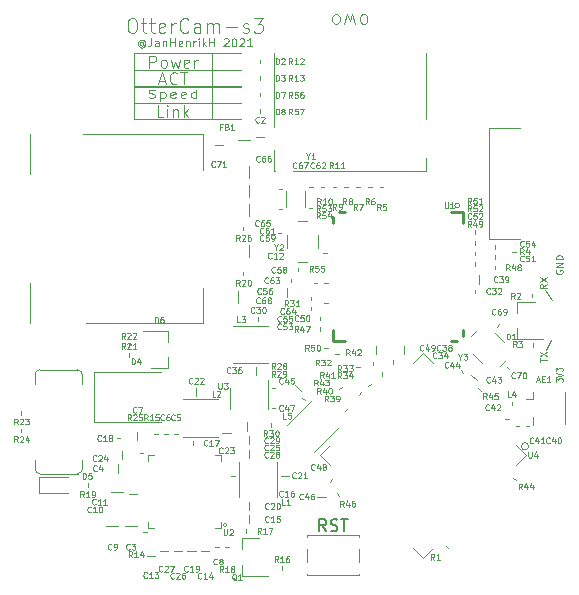
<source format=gto>
G04 #@! TF.GenerationSoftware,KiCad,Pcbnew,5.1.5+dfsg1-2build2*
G04 #@! TF.CreationDate,2021-10-11T18:01:35+02:00*
G04 #@! TF.ProjectId,OtterCam-s3,4f747465-7243-4616-9d2d-73332e6b6963,rev?*
G04 #@! TF.SameCoordinates,Original*
G04 #@! TF.FileFunction,Legend,Top*
G04 #@! TF.FilePolarity,Positive*
%FSLAX46Y46*%
G04 Gerber Fmt 4.6, Leading zero omitted, Abs format (unit mm)*
G04 Created by KiCad (PCBNEW 5.1.5+dfsg1-2build2) date 2021-10-11 18:01:35*
%MOMM*%
%LPD*%
G04 APERTURE LIST*
%ADD10C,0.120000*%
%ADD11C,0.100000*%
%ADD12C,0.080000*%
%ADD13C,0.150000*%
%ADD14C,0.125000*%
%ADD15C,0.122000*%
%ADD16C,0.050000*%
%ADD17C,0.254000*%
G04 APERTURE END LIST*
D10*
X81757142Y-50757142D02*
X81871428Y-50814285D01*
X81928571Y-50871428D01*
X81985714Y-50985714D01*
X81985714Y-51328571D01*
X81928571Y-51442857D01*
X81871428Y-51500000D01*
X81757142Y-51557142D01*
X81585714Y-51557142D01*
X81471428Y-51500000D01*
X81414285Y-51442857D01*
X81357142Y-51328571D01*
X81357142Y-50985714D01*
X81414285Y-50871428D01*
X81471428Y-50814285D01*
X81585714Y-50757142D01*
X81757142Y-50757142D01*
X80957142Y-51557142D02*
X80728571Y-50757142D01*
X80500000Y-51328571D01*
X80271428Y-50757142D01*
X80042857Y-51557142D01*
X79414285Y-50757142D02*
X79528571Y-50814285D01*
X79585714Y-50871428D01*
X79642857Y-50985714D01*
X79642857Y-51328571D01*
X79585714Y-51442857D01*
X79528571Y-51500000D01*
X79414285Y-51557142D01*
X79242857Y-51557142D01*
X79128571Y-51500000D01*
X79071428Y-51442857D01*
X79014285Y-51328571D01*
X79014285Y-50985714D01*
X79071428Y-50871428D01*
X79128571Y-50814285D01*
X79242857Y-50757142D01*
X79414285Y-50757142D01*
D11*
X97100000Y-79150000D02*
X97500000Y-78300000D01*
X97000000Y-74100000D02*
X97600000Y-74950000D01*
D12*
X97950000Y-72407142D02*
X97921428Y-72464285D01*
X97921428Y-72550000D01*
X97950000Y-72635714D01*
X98007142Y-72692857D01*
X98064285Y-72721428D01*
X98178571Y-72750000D01*
X98264285Y-72750000D01*
X98378571Y-72721428D01*
X98435714Y-72692857D01*
X98492857Y-72635714D01*
X98521428Y-72550000D01*
X98521428Y-72492857D01*
X98492857Y-72407142D01*
X98464285Y-72378571D01*
X98264285Y-72378571D01*
X98264285Y-72492857D01*
X98521428Y-72121428D02*
X97921428Y-72121428D01*
X98521428Y-71778571D01*
X97921428Y-71778571D01*
X98521428Y-71492857D02*
X97921428Y-71492857D01*
X97921428Y-71350000D01*
X97950000Y-71264285D01*
X98007142Y-71207142D01*
X98064285Y-71178571D01*
X98178571Y-71150000D01*
X98264285Y-71150000D01*
X98378571Y-71178571D01*
X98435714Y-71207142D01*
X98492857Y-71264285D01*
X98521428Y-71350000D01*
X98521428Y-71492857D01*
X97921428Y-81869047D02*
X97921428Y-81559523D01*
X98150000Y-81726190D01*
X98150000Y-81654761D01*
X98178571Y-81607142D01*
X98207142Y-81583333D01*
X98264285Y-81559523D01*
X98407142Y-81559523D01*
X98464285Y-81583333D01*
X98492857Y-81607142D01*
X98521428Y-81654761D01*
X98521428Y-81797619D01*
X98492857Y-81845238D01*
X98464285Y-81869047D01*
X97921428Y-81416666D02*
X98521428Y-81250000D01*
X97921428Y-81083333D01*
X97921428Y-80964285D02*
X97921428Y-80654761D01*
X98150000Y-80821428D01*
X98150000Y-80750000D01*
X98178571Y-80702380D01*
X98207142Y-80678571D01*
X98264285Y-80654761D01*
X98407142Y-80654761D01*
X98464285Y-80678571D01*
X98492857Y-80702380D01*
X98521428Y-80750000D01*
X98521428Y-80892857D01*
X98492857Y-80940476D01*
X98464285Y-80964285D01*
X97171428Y-73600000D02*
X96885714Y-73800000D01*
X97171428Y-73942857D02*
X96571428Y-73942857D01*
X96571428Y-73714285D01*
X96600000Y-73657142D01*
X96628571Y-73628571D01*
X96685714Y-73600000D01*
X96771428Y-73600000D01*
X96828571Y-73628571D01*
X96857142Y-73657142D01*
X96885714Y-73714285D01*
X96885714Y-73942857D01*
X96571428Y-73400000D02*
X97171428Y-73000000D01*
X96571428Y-73000000D02*
X97171428Y-73400000D01*
X96571428Y-80207142D02*
X96571428Y-79864285D01*
X97171428Y-80035714D02*
X96571428Y-80035714D01*
X96571428Y-79721428D02*
X97171428Y-79321428D01*
X96571428Y-79321428D02*
X97171428Y-79721428D01*
D13*
X78502380Y-94502380D02*
X78169047Y-94026190D01*
X77930952Y-94502380D02*
X77930952Y-93502380D01*
X78311904Y-93502380D01*
X78407142Y-93550000D01*
X78454761Y-93597619D01*
X78502380Y-93692857D01*
X78502380Y-93835714D01*
X78454761Y-93930952D01*
X78407142Y-93978571D01*
X78311904Y-94026190D01*
X77930952Y-94026190D01*
X78883333Y-94454761D02*
X79026190Y-94502380D01*
X79264285Y-94502380D01*
X79359523Y-94454761D01*
X79407142Y-94407142D01*
X79454761Y-94311904D01*
X79454761Y-94216666D01*
X79407142Y-94121428D01*
X79359523Y-94073809D01*
X79264285Y-94026190D01*
X79073809Y-93978571D01*
X78978571Y-93930952D01*
X78930952Y-93883333D01*
X78883333Y-93788095D01*
X78883333Y-93692857D01*
X78930952Y-93597619D01*
X78978571Y-93550000D01*
X79073809Y-93502380D01*
X79311904Y-93502380D01*
X79454761Y-93550000D01*
X79740476Y-93502380D02*
X80311904Y-93502380D01*
X80026190Y-94502380D02*
X80026190Y-93502380D01*
D11*
X63033333Y-53133333D02*
X63000000Y-53100000D01*
X62933333Y-53066666D01*
X62866666Y-53066666D01*
X62800000Y-53100000D01*
X62766666Y-53133333D01*
X62733333Y-53200000D01*
X62733333Y-53266666D01*
X62766666Y-53333333D01*
X62800000Y-53366666D01*
X62866666Y-53400000D01*
X62933333Y-53400000D01*
X63000000Y-53366666D01*
X63033333Y-53333333D01*
X63033333Y-53066666D02*
X63033333Y-53333333D01*
X63066666Y-53366666D01*
X63100000Y-53366666D01*
X63166666Y-53333333D01*
X63200000Y-53266666D01*
X63200000Y-53100000D01*
X63133333Y-53000000D01*
X63033333Y-52933333D01*
X62900000Y-52900000D01*
X62766666Y-52933333D01*
X62666666Y-53000000D01*
X62600000Y-53100000D01*
X62566666Y-53233333D01*
X62600000Y-53366666D01*
X62666666Y-53466666D01*
X62766666Y-53533333D01*
X62900000Y-53566666D01*
X63033333Y-53533333D01*
X63133333Y-53466666D01*
X63700000Y-52766666D02*
X63700000Y-53266666D01*
X63666666Y-53366666D01*
X63600000Y-53433333D01*
X63500000Y-53466666D01*
X63433333Y-53466666D01*
X64333333Y-53466666D02*
X64333333Y-53100000D01*
X64300000Y-53033333D01*
X64233333Y-53000000D01*
X64100000Y-53000000D01*
X64033333Y-53033333D01*
X64333333Y-53433333D02*
X64266666Y-53466666D01*
X64100000Y-53466666D01*
X64033333Y-53433333D01*
X64000000Y-53366666D01*
X64000000Y-53300000D01*
X64033333Y-53233333D01*
X64100000Y-53200000D01*
X64266666Y-53200000D01*
X64333333Y-53166666D01*
X64666666Y-53000000D02*
X64666666Y-53466666D01*
X64666666Y-53066666D02*
X64700000Y-53033333D01*
X64766666Y-53000000D01*
X64866666Y-53000000D01*
X64933333Y-53033333D01*
X64966666Y-53100000D01*
X64966666Y-53466666D01*
X65300000Y-53466666D02*
X65300000Y-52766666D01*
X65300000Y-53100000D02*
X65700000Y-53100000D01*
X65700000Y-53466666D02*
X65700000Y-52766666D01*
X66300000Y-53433333D02*
X66233333Y-53466666D01*
X66100000Y-53466666D01*
X66033333Y-53433333D01*
X66000000Y-53366666D01*
X66000000Y-53100000D01*
X66033333Y-53033333D01*
X66100000Y-53000000D01*
X66233333Y-53000000D01*
X66300000Y-53033333D01*
X66333333Y-53100000D01*
X66333333Y-53166666D01*
X66000000Y-53233333D01*
X66633333Y-53000000D02*
X66633333Y-53466666D01*
X66633333Y-53066666D02*
X66666666Y-53033333D01*
X66733333Y-53000000D01*
X66833333Y-53000000D01*
X66900000Y-53033333D01*
X66933333Y-53100000D01*
X66933333Y-53466666D01*
X67266666Y-53466666D02*
X67266666Y-53000000D01*
X67266666Y-53133333D02*
X67300000Y-53066666D01*
X67333333Y-53033333D01*
X67400000Y-53000000D01*
X67466666Y-53000000D01*
X67700000Y-53466666D02*
X67700000Y-53000000D01*
X67700000Y-52766666D02*
X67666666Y-52800000D01*
X67700000Y-52833333D01*
X67733333Y-52800000D01*
X67700000Y-52766666D01*
X67700000Y-52833333D01*
X68033333Y-53466666D02*
X68033333Y-52766666D01*
X68100000Y-53200000D02*
X68300000Y-53466666D01*
X68300000Y-53000000D02*
X68033333Y-53266666D01*
X68600000Y-53466666D02*
X68600000Y-52766666D01*
X68600000Y-53100000D02*
X69000000Y-53100000D01*
X69000000Y-53466666D02*
X69000000Y-52766666D01*
X69833333Y-52833333D02*
X69866666Y-52800000D01*
X69933333Y-52766666D01*
X70100000Y-52766666D01*
X70166666Y-52800000D01*
X70200000Y-52833333D01*
X70233333Y-52900000D01*
X70233333Y-52966666D01*
X70200000Y-53066666D01*
X69800000Y-53466666D01*
X70233333Y-53466666D01*
X70666666Y-52766666D02*
X70733333Y-52766666D01*
X70800000Y-52800000D01*
X70833333Y-52833333D01*
X70866666Y-52900000D01*
X70900000Y-53033333D01*
X70900000Y-53200000D01*
X70866666Y-53333333D01*
X70833333Y-53400000D01*
X70800000Y-53433333D01*
X70733333Y-53466666D01*
X70666666Y-53466666D01*
X70600000Y-53433333D01*
X70566666Y-53400000D01*
X70533333Y-53333333D01*
X70500000Y-53200000D01*
X70500000Y-53033333D01*
X70533333Y-52900000D01*
X70566666Y-52833333D01*
X70600000Y-52800000D01*
X70666666Y-52766666D01*
X71166666Y-52833333D02*
X71200000Y-52800000D01*
X71266666Y-52766666D01*
X71433333Y-52766666D01*
X71500000Y-52800000D01*
X71533333Y-52833333D01*
X71566666Y-52900000D01*
X71566666Y-52966666D01*
X71533333Y-53066666D01*
X71133333Y-53466666D01*
X71566666Y-53466666D01*
X72233333Y-53466666D02*
X71833333Y-53466666D01*
X72033333Y-53466666D02*
X72033333Y-52766666D01*
X71966666Y-52866666D01*
X71900000Y-52933333D01*
X71833333Y-52966666D01*
D10*
X61971428Y-51092857D02*
X62200000Y-51092857D01*
X62314285Y-51150000D01*
X62428571Y-51264285D01*
X62485714Y-51492857D01*
X62485714Y-51892857D01*
X62428571Y-52121428D01*
X62314285Y-52235714D01*
X62200000Y-52292857D01*
X61971428Y-52292857D01*
X61857142Y-52235714D01*
X61742857Y-52121428D01*
X61685714Y-51892857D01*
X61685714Y-51492857D01*
X61742857Y-51264285D01*
X61857142Y-51150000D01*
X61971428Y-51092857D01*
X62828571Y-51492857D02*
X63285714Y-51492857D01*
X63000000Y-51092857D02*
X63000000Y-52121428D01*
X63057142Y-52235714D01*
X63171428Y-52292857D01*
X63285714Y-52292857D01*
X63514285Y-51492857D02*
X63971428Y-51492857D01*
X63685714Y-51092857D02*
X63685714Y-52121428D01*
X63742857Y-52235714D01*
X63857142Y-52292857D01*
X63971428Y-52292857D01*
X64828571Y-52235714D02*
X64714285Y-52292857D01*
X64485714Y-52292857D01*
X64371428Y-52235714D01*
X64314285Y-52121428D01*
X64314285Y-51664285D01*
X64371428Y-51550000D01*
X64485714Y-51492857D01*
X64714285Y-51492857D01*
X64828571Y-51550000D01*
X64885714Y-51664285D01*
X64885714Y-51778571D01*
X64314285Y-51892857D01*
X65400000Y-52292857D02*
X65400000Y-51492857D01*
X65400000Y-51721428D02*
X65457142Y-51607142D01*
X65514285Y-51550000D01*
X65628571Y-51492857D01*
X65742857Y-51492857D01*
X66828571Y-52178571D02*
X66771428Y-52235714D01*
X66600000Y-52292857D01*
X66485714Y-52292857D01*
X66314285Y-52235714D01*
X66200000Y-52121428D01*
X66142857Y-52007142D01*
X66085714Y-51778571D01*
X66085714Y-51607142D01*
X66142857Y-51378571D01*
X66200000Y-51264285D01*
X66314285Y-51150000D01*
X66485714Y-51092857D01*
X66600000Y-51092857D01*
X66771428Y-51150000D01*
X66828571Y-51207142D01*
X67857142Y-52292857D02*
X67857142Y-51664285D01*
X67800000Y-51550000D01*
X67685714Y-51492857D01*
X67457142Y-51492857D01*
X67342857Y-51550000D01*
X67857142Y-52235714D02*
X67742857Y-52292857D01*
X67457142Y-52292857D01*
X67342857Y-52235714D01*
X67285714Y-52121428D01*
X67285714Y-52007142D01*
X67342857Y-51892857D01*
X67457142Y-51835714D01*
X67742857Y-51835714D01*
X67857142Y-51778571D01*
X68428571Y-52292857D02*
X68428571Y-51492857D01*
X68428571Y-51607142D02*
X68485714Y-51550000D01*
X68600000Y-51492857D01*
X68771428Y-51492857D01*
X68885714Y-51550000D01*
X68942857Y-51664285D01*
X68942857Y-52292857D01*
X68942857Y-51664285D02*
X69000000Y-51550000D01*
X69114285Y-51492857D01*
X69285714Y-51492857D01*
X69400000Y-51550000D01*
X69457142Y-51664285D01*
X69457142Y-52292857D01*
X70028571Y-51835714D02*
X70942857Y-51835714D01*
X71457142Y-52235714D02*
X71571428Y-52292857D01*
X71800000Y-52292857D01*
X71914285Y-52235714D01*
X71971428Y-52121428D01*
X71971428Y-52064285D01*
X71914285Y-51950000D01*
X71800000Y-51892857D01*
X71628571Y-51892857D01*
X71514285Y-51835714D01*
X71457142Y-51721428D01*
X71457142Y-51664285D01*
X71514285Y-51550000D01*
X71628571Y-51492857D01*
X71800000Y-51492857D01*
X71914285Y-51550000D01*
X72371428Y-51092857D02*
X73114285Y-51092857D01*
X72714285Y-51550000D01*
X72885714Y-51550000D01*
X73000000Y-51607142D01*
X73057142Y-51664285D01*
X73114285Y-51778571D01*
X73114285Y-52064285D01*
X73057142Y-52178571D01*
X73000000Y-52235714D01*
X72885714Y-52292857D01*
X72542857Y-52292857D01*
X72428571Y-52235714D01*
X72371428Y-52178571D01*
X63459880Y-57783333D02*
X63602738Y-57816666D01*
X63840833Y-57816666D01*
X63936071Y-57783333D01*
X63983690Y-57750000D01*
X64031309Y-57683333D01*
X64031309Y-57616666D01*
X63983690Y-57550000D01*
X63936071Y-57516666D01*
X63840833Y-57483333D01*
X63650357Y-57450000D01*
X63555119Y-57416666D01*
X63507500Y-57383333D01*
X63459880Y-57316666D01*
X63459880Y-57250000D01*
X63507500Y-57183333D01*
X63555119Y-57150000D01*
X63650357Y-57116666D01*
X63888452Y-57116666D01*
X64031309Y-57150000D01*
X64459880Y-57350000D02*
X64459880Y-58050000D01*
X64459880Y-57383333D02*
X64555119Y-57350000D01*
X64745595Y-57350000D01*
X64840833Y-57383333D01*
X64888452Y-57416666D01*
X64936071Y-57483333D01*
X64936071Y-57683333D01*
X64888452Y-57750000D01*
X64840833Y-57783333D01*
X64745595Y-57816666D01*
X64555119Y-57816666D01*
X64459880Y-57783333D01*
X65745595Y-57783333D02*
X65650357Y-57816666D01*
X65459880Y-57816666D01*
X65364642Y-57783333D01*
X65317023Y-57716666D01*
X65317023Y-57450000D01*
X65364642Y-57383333D01*
X65459880Y-57350000D01*
X65650357Y-57350000D01*
X65745595Y-57383333D01*
X65793214Y-57450000D01*
X65793214Y-57516666D01*
X65317023Y-57583333D01*
X66602738Y-57783333D02*
X66507500Y-57816666D01*
X66317023Y-57816666D01*
X66221785Y-57783333D01*
X66174166Y-57716666D01*
X66174166Y-57450000D01*
X66221785Y-57383333D01*
X66317023Y-57350000D01*
X66507500Y-57350000D01*
X66602738Y-57383333D01*
X66650357Y-57450000D01*
X66650357Y-57516666D01*
X66174166Y-57583333D01*
X67507500Y-57816666D02*
X67507500Y-57116666D01*
X67507500Y-57783333D02*
X67412261Y-57816666D01*
X67221785Y-57816666D01*
X67126547Y-57783333D01*
X67078928Y-57750000D01*
X67031309Y-57683333D01*
X67031309Y-57483333D01*
X67078928Y-57416666D01*
X67126547Y-57383333D01*
X67221785Y-57350000D01*
X67412261Y-57350000D01*
X67507500Y-57383333D01*
X64388452Y-56371666D02*
X64864642Y-56371666D01*
X64293214Y-56657380D02*
X64626547Y-55657380D01*
X64959880Y-56657380D01*
X65864642Y-56562142D02*
X65817023Y-56609761D01*
X65674166Y-56657380D01*
X65578928Y-56657380D01*
X65436071Y-56609761D01*
X65340833Y-56514523D01*
X65293214Y-56419285D01*
X65245595Y-56228809D01*
X65245595Y-56085952D01*
X65293214Y-55895476D01*
X65340833Y-55800238D01*
X65436071Y-55705000D01*
X65578928Y-55657380D01*
X65674166Y-55657380D01*
X65817023Y-55705000D01*
X65864642Y-55752619D01*
X66150357Y-55657380D02*
X66721785Y-55657380D01*
X66436071Y-56657380D02*
X66436071Y-55657380D01*
X63531309Y-55257380D02*
X63531309Y-54257380D01*
X63912261Y-54257380D01*
X64007500Y-54305000D01*
X64055119Y-54352619D01*
X64102738Y-54447857D01*
X64102738Y-54590714D01*
X64055119Y-54685952D01*
X64007500Y-54733571D01*
X63912261Y-54781190D01*
X63531309Y-54781190D01*
X64674166Y-55257380D02*
X64578928Y-55209761D01*
X64531309Y-55162142D01*
X64483690Y-55066904D01*
X64483690Y-54781190D01*
X64531309Y-54685952D01*
X64578928Y-54638333D01*
X64674166Y-54590714D01*
X64817023Y-54590714D01*
X64912261Y-54638333D01*
X64959880Y-54685952D01*
X65007500Y-54781190D01*
X65007500Y-55066904D01*
X64959880Y-55162142D01*
X64912261Y-55209761D01*
X64817023Y-55257380D01*
X64674166Y-55257380D01*
X65340833Y-54590714D02*
X65531309Y-55257380D01*
X65721785Y-54781190D01*
X65912261Y-55257380D01*
X66102738Y-54590714D01*
X66864642Y-55209761D02*
X66769404Y-55257380D01*
X66578928Y-55257380D01*
X66483690Y-55209761D01*
X66436071Y-55114523D01*
X66436071Y-54733571D01*
X66483690Y-54638333D01*
X66578928Y-54590714D01*
X66769404Y-54590714D01*
X66864642Y-54638333D01*
X66912261Y-54733571D01*
X66912261Y-54828809D01*
X66436071Y-54924047D01*
X67340833Y-55257380D02*
X67340833Y-54590714D01*
X67340833Y-54781190D02*
X67388452Y-54685952D01*
X67436071Y-54638333D01*
X67531309Y-54590714D01*
X67626547Y-54590714D01*
X64721785Y-59452380D02*
X64245595Y-59452380D01*
X64245595Y-58452380D01*
X65055119Y-59452380D02*
X65055119Y-58785714D01*
X65055119Y-58452380D02*
X65007500Y-58500000D01*
X65055119Y-58547619D01*
X65102738Y-58500000D01*
X65055119Y-58452380D01*
X65055119Y-58547619D01*
X65531309Y-58785714D02*
X65531309Y-59452380D01*
X65531309Y-58880952D02*
X65578928Y-58833333D01*
X65674166Y-58785714D01*
X65817023Y-58785714D01*
X65912261Y-58833333D01*
X65959880Y-58928571D01*
X65959880Y-59452380D01*
X66436071Y-59452380D02*
X66436071Y-58452380D01*
X66531309Y-59071428D02*
X66817023Y-59452380D01*
X66817023Y-58785714D02*
X66436071Y-59166666D01*
D14*
X68815000Y-58265000D02*
X62200000Y-58265000D01*
D10*
X62200000Y-54065000D02*
X62200000Y-59635000D01*
X68815000Y-54065000D02*
X62200000Y-54065000D01*
D14*
X68815000Y-55435000D02*
X62200000Y-55435000D01*
X68815000Y-55465000D02*
X62200000Y-55465000D01*
X68815000Y-56835000D02*
X62200000Y-56835000D01*
X68815000Y-56865000D02*
X62200000Y-56865000D01*
X68815000Y-58235000D02*
X62200000Y-58235000D01*
D15*
X68815000Y-59635000D02*
X62200000Y-59635000D01*
D10*
X68050000Y-76900000D02*
X68050000Y-73900000D01*
X53450000Y-76900000D02*
X53450000Y-73500000D01*
X68050000Y-76900000D02*
X58150000Y-76900000D01*
X53450000Y-60900000D02*
X53450000Y-64300000D01*
X68050000Y-60900000D02*
X68050000Y-63900000D01*
X57950000Y-60900000D02*
X68050000Y-60900000D01*
X69750000Y-61800000D02*
X69050000Y-61800000D01*
X96015000Y-82700000D02*
X96015000Y-83340000D01*
X96015000Y-85500000D02*
X96015000Y-84860000D01*
X96015000Y-83340000D02*
X95385000Y-83340000D01*
X98735000Y-82750000D02*
X98735000Y-85450000D01*
D16*
X93239949Y-80484924D02*
X93734924Y-79989949D01*
X90941852Y-79530330D02*
X91719670Y-80308148D01*
X91260051Y-77515076D02*
X90765076Y-78010051D01*
X93558148Y-78469670D02*
X92780330Y-77691852D01*
D10*
X93793934Y-80593934D02*
X94006066Y-80806066D01*
X93156066Y-76993934D02*
X92943934Y-77206066D01*
X89800000Y-66950000D02*
G75*
G03X89800000Y-66950000I-200000J0D01*
G01*
D17*
X90100000Y-67450000D02*
X89100000Y-67450000D01*
X90100000Y-67450000D02*
X90100000Y-68450000D01*
X79100000Y-78450000D02*
X79100000Y-77450000D01*
X79100000Y-78450000D02*
X80100000Y-78450000D01*
X79100000Y-68450000D02*
X79100000Y-67950000D01*
X80100000Y-67450000D02*
X79600000Y-67450000D01*
X89100000Y-78450000D02*
X89600000Y-78450000D01*
X90100000Y-77450000D02*
X90100000Y-77950000D01*
D10*
X71500000Y-69050000D02*
X71500000Y-68750000D01*
X71500000Y-72850000D02*
X71500000Y-72550000D01*
X68815000Y-59635000D02*
X71300000Y-59635000D01*
X68815000Y-58265000D02*
X68815000Y-59635000D01*
X71300000Y-58265000D02*
X68815000Y-58265000D01*
X68815000Y-58235000D02*
X71300000Y-58235000D01*
X68815000Y-56865000D02*
X68815000Y-58235000D01*
X71300000Y-56865000D02*
X68815000Y-56865000D01*
X71000000Y-74200000D02*
X71000000Y-75200000D01*
X72000000Y-65200000D02*
X72000000Y-66200000D01*
X72000000Y-63600000D02*
X72000000Y-64600000D01*
X72000000Y-66800000D02*
X72000000Y-67800000D01*
X72000000Y-70300000D02*
X72000000Y-71300000D01*
X57850000Y-89250000D02*
G75*
G02X57450000Y-89650000I-400000J0D01*
G01*
X54250000Y-89650000D02*
G75*
G02X53850000Y-89250000I0J400000D01*
G01*
X53850000Y-81250000D02*
G75*
G02X54250000Y-80850000I400000J0D01*
G01*
X57450000Y-80850000D02*
G75*
G02X57850000Y-81250000I0J-400000D01*
G01*
X53850000Y-89250000D02*
X53850000Y-88450000D01*
X54250000Y-89650000D02*
X57450000Y-89650000D01*
X57850000Y-89250000D02*
X57850000Y-88450000D01*
X53850000Y-81250000D02*
X53850000Y-82050000D01*
X57850000Y-81250000D02*
X57850000Y-82050000D01*
X57450000Y-80850000D02*
X54250000Y-80850000D01*
D16*
X76150000Y-71750000D02*
X76850000Y-71750000D01*
X75200000Y-69450000D02*
X75200000Y-70550000D01*
X76850000Y-68250000D02*
X76150000Y-68250000D01*
X77800000Y-70550000D02*
X77800000Y-69450000D01*
D10*
X75100000Y-65725000D02*
X75100000Y-67075000D01*
X76700000Y-65725000D02*
X76700000Y-67075000D01*
X95633767Y-87325109D02*
G75*
G03X95633767Y-87325109I-304138J0D01*
G01*
X86700000Y-96797413D02*
X85851472Y-95948885D01*
X87548528Y-95948885D02*
X86700000Y-96797413D01*
X78002587Y-88100000D02*
X78851115Y-87251472D01*
X78851115Y-88948528D02*
X78002587Y-88100000D01*
X86700000Y-79402587D02*
X87548528Y-80251115D01*
X85851472Y-80251115D02*
X86700000Y-79402587D01*
X95397413Y-88100000D02*
X94548885Y-88948528D01*
X94548885Y-87251472D02*
X95397413Y-88100000D01*
X73560000Y-84200000D02*
X73560000Y-81750000D01*
X70340000Y-82400000D02*
X70340000Y-84200000D01*
X70108114Y-94000000D02*
G75*
G03X70108114Y-94000000I-158114J0D01*
G01*
X69610000Y-93710000D02*
X69610000Y-94260000D01*
X69060000Y-94260000D02*
X69610000Y-94260000D01*
X63390000Y-88040000D02*
X63390000Y-88590000D01*
X63940000Y-88040000D02*
X63390000Y-88040000D01*
X69610000Y-88040000D02*
X69610000Y-88590000D01*
X69060000Y-88040000D02*
X69610000Y-88040000D01*
X63390000Y-94260000D02*
X63390000Y-93710000D01*
X63940000Y-94260000D02*
X63390000Y-94260000D01*
X81250000Y-94850000D02*
X76850000Y-94850000D01*
X76850000Y-94850000D02*
X76850000Y-94970000D01*
X76850000Y-95980000D02*
X76850000Y-97120000D01*
X76850000Y-98130000D02*
X76850000Y-98250000D01*
X76850000Y-98250000D02*
X81250000Y-98250000D01*
X81250000Y-98250000D02*
X81250000Y-98130000D01*
X81250000Y-97120000D02*
X81250000Y-95980000D01*
X81250000Y-94970000D02*
X81250000Y-94850000D01*
X72900000Y-59100000D02*
X72900000Y-58800000D01*
X72900000Y-57700000D02*
X72900000Y-57400000D01*
X77750000Y-73500000D02*
X77450000Y-73500000D01*
X78250000Y-71000000D02*
X78550000Y-71000000D01*
X77022792Y-67150000D02*
X77322792Y-67150000D01*
X91100000Y-70250000D02*
X91100000Y-69950000D01*
X91100000Y-69350000D02*
X91100000Y-69050000D01*
X78350000Y-79000000D02*
X78650000Y-79000000D01*
X91100000Y-72050000D02*
X91100000Y-71750000D01*
X92800000Y-72050000D02*
X92800000Y-72350000D01*
X78000000Y-77250000D02*
X78000000Y-77550000D01*
X79606066Y-91506066D02*
X79393934Y-91293934D01*
X91393934Y-82393934D02*
X91606066Y-82606066D01*
X94343934Y-89993934D02*
X94556066Y-90206066D01*
X81243934Y-82956066D02*
X81456066Y-82743934D01*
X82500000Y-80450000D02*
X82500000Y-80150000D01*
X82043934Y-82256066D02*
X82256066Y-82043934D01*
X79593934Y-82506066D02*
X79806066Y-82293934D01*
X80093934Y-84306066D02*
X80306066Y-84093934D01*
X83200000Y-81350000D02*
X83200000Y-81050000D01*
X81050000Y-80600000D02*
X81350000Y-80600000D01*
X79550000Y-79550000D02*
X79250000Y-79550000D01*
X78350000Y-73500000D02*
X78650000Y-73500000D01*
X73850000Y-85350000D02*
X73850000Y-85650000D01*
X73900000Y-84050000D02*
X74200000Y-84050000D01*
X73900000Y-82350000D02*
X74200000Y-82350000D01*
X63000000Y-87880000D02*
X62700000Y-87880000D01*
X52700000Y-85850000D02*
X52700000Y-86150000D01*
X52700000Y-84350000D02*
X52700000Y-84650000D01*
X61800000Y-78900000D02*
X61800000Y-78600000D01*
X61800000Y-79750000D02*
X61800000Y-79450000D01*
X58300000Y-90750000D02*
X58300000Y-90450000D01*
X69950000Y-95850000D02*
X70250000Y-95850000D01*
X71700000Y-94650000D02*
X71700000Y-94350000D01*
X74750000Y-97800000D02*
X74750000Y-97500000D01*
X64250000Y-86300000D02*
X63950000Y-86300000D01*
X63000000Y-94600000D02*
X63300000Y-94600000D01*
X72900000Y-56000000D02*
X72900000Y-56300000D01*
X72900000Y-54600000D02*
X72900000Y-54900000D01*
X77050000Y-65400000D02*
X77350000Y-65400000D01*
X78050000Y-65400000D02*
X78350000Y-65400000D01*
X79050000Y-65400000D02*
X79350000Y-65400000D01*
X80050000Y-65400000D02*
X80350000Y-65400000D01*
X81050000Y-65400000D02*
X81350000Y-65400000D01*
X82050000Y-65400000D02*
X82350000Y-65400000D01*
X83050000Y-65400000D02*
X83350000Y-65400000D01*
X94550000Y-70850000D02*
X94250000Y-70850000D01*
X96000000Y-78600000D02*
X96000000Y-78900000D01*
X95950000Y-74400000D02*
X95950000Y-74700000D01*
X88643934Y-95743934D02*
X88856066Y-95956066D01*
X71390000Y-95120000D02*
X72850000Y-95120000D01*
X71390000Y-98280000D02*
X73550000Y-98280000D01*
X71390000Y-98280000D02*
X71390000Y-97350000D01*
X71390000Y-95120000D02*
X71390000Y-96050000D01*
X77470711Y-87792031D02*
X79592031Y-85670711D01*
X75207969Y-85529289D02*
X77329289Y-83407969D01*
X94200000Y-83550000D02*
X94200000Y-83850000D01*
X70600000Y-80300000D02*
X73600000Y-80300000D01*
X70600000Y-77100000D02*
X73600000Y-77100000D01*
X69350000Y-83350000D02*
X66350000Y-83350000D01*
X69350000Y-86550000D02*
X66350000Y-86550000D01*
X74300000Y-91650000D02*
X74300000Y-88650000D01*
X71100000Y-91650000D02*
X71100000Y-88650000D01*
X94900000Y-60400000D02*
X92300000Y-60400000D01*
X92300000Y-60400000D02*
X92300000Y-69800000D01*
X92300000Y-69800000D02*
X94900000Y-69800000D01*
X74175000Y-64035000D02*
X74065000Y-64035000D01*
X86935000Y-62875000D02*
X86935000Y-64035000D01*
X86935000Y-64035000D02*
X75675000Y-64035000D01*
X74065000Y-64035000D02*
X74065000Y-62225000D01*
X86935000Y-59625000D02*
X86935000Y-54025000D01*
X74065000Y-60325000D02*
X74065000Y-54025000D01*
X72050000Y-61350000D02*
X71050000Y-61350000D01*
X65110000Y-80730000D02*
X63650000Y-80730000D01*
X65110000Y-77570000D02*
X62950000Y-77570000D01*
X65110000Y-77570000D02*
X65110000Y-78500000D01*
X65110000Y-80730000D02*
X65110000Y-79800000D01*
X54165000Y-91285000D02*
X56650000Y-91285000D01*
X54165000Y-89915000D02*
X54165000Y-91285000D01*
X56650000Y-89915000D02*
X54165000Y-89915000D01*
X58850000Y-81000000D02*
X64550000Y-81000000D01*
X58850000Y-85300000D02*
X64550000Y-85300000D01*
X58850000Y-81000000D02*
X58850000Y-85300000D01*
X68815000Y-56835000D02*
X71300000Y-56835000D01*
X68815000Y-55465000D02*
X68815000Y-56835000D01*
X71300000Y-55465000D02*
X68815000Y-55465000D01*
X68815000Y-55435000D02*
X71300000Y-55435000D01*
X68815000Y-54065000D02*
X68815000Y-55435000D01*
X71300000Y-54065000D02*
X68815000Y-54065000D01*
X94690000Y-75070000D02*
X96150000Y-75070000D01*
X94690000Y-78230000D02*
X96850000Y-78230000D01*
X94690000Y-78230000D02*
X94690000Y-77300000D01*
X94690000Y-75070000D02*
X94690000Y-76000000D01*
X77200000Y-74650000D02*
X77200000Y-74950000D01*
X75500000Y-73150000D02*
X75500000Y-73450000D01*
X74477208Y-65551472D02*
X74777208Y-65551472D01*
X74777208Y-67248528D02*
X74477208Y-67248528D01*
X74400000Y-69250000D02*
X74700000Y-69250000D01*
X76100000Y-72200000D02*
X76100000Y-72500000D01*
X75200000Y-73950000D02*
X75200000Y-74650000D01*
X78350000Y-75200000D02*
X78650000Y-75200000D01*
X92800000Y-70300000D02*
X92800000Y-70600000D01*
X77200000Y-75500000D02*
X77200000Y-75800000D01*
X91100000Y-71150000D02*
X91100000Y-70850000D01*
X92800000Y-71150000D02*
X92800000Y-71450000D01*
X78000000Y-76350000D02*
X78000000Y-76650000D01*
X82700000Y-79550000D02*
X82700000Y-78850000D01*
X78793934Y-90306066D02*
X79006066Y-90093934D01*
X76706066Y-83406066D02*
X76493934Y-83193934D01*
X77750000Y-91600000D02*
X78450000Y-91600000D01*
X76347487Y-82647487D02*
X75852513Y-82152513D01*
X90106066Y-81106066D02*
X89893934Y-80893934D01*
X91247487Y-81747487D02*
X90752513Y-81252513D01*
X93650000Y-85000000D02*
X93950000Y-85000000D01*
X94850000Y-85600000D02*
X94550000Y-85600000D01*
X95700000Y-85600000D02*
X95400000Y-85600000D01*
X91400000Y-73550000D02*
X91400000Y-72850000D01*
X85100000Y-79550000D02*
X85100000Y-78850000D01*
X72600000Y-80600000D02*
X72600000Y-81300000D01*
X84200000Y-80350000D02*
X84200000Y-80050000D01*
X91100000Y-74350000D02*
X91100000Y-74050000D01*
X72750000Y-76400000D02*
X72750000Y-76700000D01*
X71800000Y-86000000D02*
X71800000Y-85300000D01*
X72000000Y-88300000D02*
X72000000Y-87600000D01*
X64450000Y-96150000D02*
X65150000Y-96150000D01*
X65600000Y-96150000D02*
X66300000Y-96150000D01*
X72000000Y-87150000D02*
X72000000Y-86450000D01*
X61250000Y-87700000D02*
X61250000Y-88400000D01*
X70400000Y-86200000D02*
X69700000Y-86200000D01*
X67500000Y-83050000D02*
X67500000Y-82350000D01*
X74650000Y-89800000D02*
X75350000Y-89800000D01*
X72000000Y-92700000D02*
X72000000Y-92000000D01*
X66750000Y-96150000D02*
X67450000Y-96150000D01*
X61050000Y-86650000D02*
X60750000Y-86650000D01*
X67200000Y-87200000D02*
X67200000Y-86900000D01*
X70450000Y-89850000D02*
X70750000Y-89850000D01*
X72000000Y-93850000D02*
X72000000Y-93150000D01*
X67900000Y-96150000D02*
X68600000Y-96150000D01*
X63300000Y-96600000D02*
X64000000Y-96600000D01*
X62500000Y-91400000D02*
X61800000Y-91400000D01*
X61300000Y-91200000D02*
X60300000Y-91200000D01*
X59900000Y-94050000D02*
X60900000Y-94050000D01*
X69100000Y-95850000D02*
X69400000Y-95850000D01*
X62500000Y-86800000D02*
X62500000Y-86100000D01*
X65100000Y-86300000D02*
X64800000Y-86300000D01*
X65950000Y-86300000D02*
X65650000Y-86300000D01*
X60850000Y-88850000D02*
X60850000Y-89550000D01*
X61450000Y-94050000D02*
X62450000Y-94050000D01*
X72550000Y-61150000D02*
X73250000Y-61150000D01*
D12*
X69078571Y-63628571D02*
X69054761Y-63652380D01*
X68983333Y-63676190D01*
X68935714Y-63676190D01*
X68864285Y-63652380D01*
X68816666Y-63604761D01*
X68792857Y-63557142D01*
X68769047Y-63461904D01*
X68769047Y-63390476D01*
X68792857Y-63295238D01*
X68816666Y-63247619D01*
X68864285Y-63200000D01*
X68935714Y-63176190D01*
X68983333Y-63176190D01*
X69054761Y-63200000D01*
X69078571Y-63223809D01*
X69245238Y-63176190D02*
X69578571Y-63176190D01*
X69364285Y-63676190D01*
X70030952Y-63676190D02*
X69745238Y-63676190D01*
X69888095Y-63676190D02*
X69888095Y-63176190D01*
X69840476Y-63247619D01*
X69792857Y-63295238D01*
X69745238Y-63319047D01*
X96316666Y-81733333D02*
X96554761Y-81733333D01*
X96269047Y-81876190D02*
X96435714Y-81376190D01*
X96602380Y-81876190D01*
X96769047Y-81614285D02*
X96935714Y-81614285D01*
X97007142Y-81876190D02*
X96769047Y-81876190D01*
X96769047Y-81376190D01*
X97007142Y-81376190D01*
X97483333Y-81876190D02*
X97197619Y-81876190D01*
X97340476Y-81876190D02*
X97340476Y-81376190D01*
X97292857Y-81447619D01*
X97245238Y-81495238D01*
X97197619Y-81519047D01*
X89861904Y-79738096D02*
X89861904Y-79976191D01*
X89695238Y-79476191D02*
X89861904Y-79738096D01*
X90028571Y-79476191D01*
X90147619Y-79476191D02*
X90457142Y-79476191D01*
X90290476Y-79666667D01*
X90361904Y-79666667D01*
X90409523Y-79690477D01*
X90433333Y-79714286D01*
X90457142Y-79761905D01*
X90457142Y-79880953D01*
X90433333Y-79928572D01*
X90409523Y-79952381D01*
X90361904Y-79976191D01*
X90219047Y-79976191D01*
X90171428Y-79952381D01*
X90147619Y-79928572D01*
X94478572Y-81528571D02*
X94454762Y-81552380D01*
X94383334Y-81576190D01*
X94335715Y-81576190D01*
X94264286Y-81552380D01*
X94216667Y-81504761D01*
X94192858Y-81457142D01*
X94169048Y-81361904D01*
X94169048Y-81290476D01*
X94192858Y-81195238D01*
X94216667Y-81147619D01*
X94264286Y-81100000D01*
X94335715Y-81076190D01*
X94383334Y-81076190D01*
X94454762Y-81100000D01*
X94478572Y-81123809D01*
X94645239Y-81076190D02*
X94978572Y-81076190D01*
X94764286Y-81576190D01*
X95264286Y-81076190D02*
X95311905Y-81076190D01*
X95359524Y-81100000D01*
X95383334Y-81123809D01*
X95407143Y-81171428D01*
X95430953Y-81266666D01*
X95430953Y-81385714D01*
X95407143Y-81480952D01*
X95383334Y-81528571D01*
X95359524Y-81552380D01*
X95311905Y-81576190D01*
X95264286Y-81576190D01*
X95216667Y-81552380D01*
X95192858Y-81528571D01*
X95169048Y-81480952D01*
X95145239Y-81385714D01*
X95145239Y-81266666D01*
X95169048Y-81171428D01*
X95192858Y-81123809D01*
X95216667Y-81100000D01*
X95264286Y-81076190D01*
X92828571Y-76128571D02*
X92804761Y-76152380D01*
X92733333Y-76176190D01*
X92685714Y-76176190D01*
X92614285Y-76152380D01*
X92566666Y-76104761D01*
X92542857Y-76057142D01*
X92519047Y-75961904D01*
X92519047Y-75890476D01*
X92542857Y-75795238D01*
X92566666Y-75747619D01*
X92614285Y-75700000D01*
X92685714Y-75676190D01*
X92733333Y-75676190D01*
X92804761Y-75700000D01*
X92828571Y-75723809D01*
X93257142Y-75676190D02*
X93161904Y-75676190D01*
X93114285Y-75700000D01*
X93090476Y-75723809D01*
X93042857Y-75795238D01*
X93019047Y-75890476D01*
X93019047Y-76080952D01*
X93042857Y-76128571D01*
X93066666Y-76152380D01*
X93114285Y-76176190D01*
X93209523Y-76176190D01*
X93257142Y-76152380D01*
X93280952Y-76128571D01*
X93304761Y-76080952D01*
X93304761Y-75961904D01*
X93280952Y-75914285D01*
X93257142Y-75890476D01*
X93209523Y-75866666D01*
X93114285Y-75866666D01*
X93066666Y-75890476D01*
X93042857Y-75914285D01*
X93019047Y-75961904D01*
X93542857Y-76176190D02*
X93638095Y-76176190D01*
X93685714Y-76152380D01*
X93709523Y-76128571D01*
X93757142Y-76057142D01*
X93780952Y-75961904D01*
X93780952Y-75771428D01*
X93757142Y-75723809D01*
X93733333Y-75700000D01*
X93685714Y-75676190D01*
X93590476Y-75676190D01*
X93542857Y-75700000D01*
X93519047Y-75723809D01*
X93495238Y-75771428D01*
X93495238Y-75890476D01*
X93519047Y-75938095D01*
X93542857Y-75961904D01*
X93590476Y-75985714D01*
X93685714Y-75985714D01*
X93733333Y-75961904D01*
X93757142Y-75938095D01*
X93780952Y-75890476D01*
X88519047Y-66676190D02*
X88519047Y-67080952D01*
X88542857Y-67128571D01*
X88566666Y-67152380D01*
X88614285Y-67176190D01*
X88709523Y-67176190D01*
X88757142Y-67152380D01*
X88780952Y-67128571D01*
X88804761Y-67080952D01*
X88804761Y-66676190D01*
X89304761Y-67176190D02*
X89019047Y-67176190D01*
X89161904Y-67176190D02*
X89161904Y-66676190D01*
X89114285Y-66747619D01*
X89066666Y-66795238D01*
X89019047Y-66819047D01*
X71178571Y-69926190D02*
X71011904Y-69688095D01*
X70892857Y-69926190D02*
X70892857Y-69426190D01*
X71083333Y-69426190D01*
X71130952Y-69450000D01*
X71154761Y-69473809D01*
X71178571Y-69521428D01*
X71178571Y-69592857D01*
X71154761Y-69640476D01*
X71130952Y-69664285D01*
X71083333Y-69688095D01*
X70892857Y-69688095D01*
X71369047Y-69473809D02*
X71392857Y-69450000D01*
X71440476Y-69426190D01*
X71559523Y-69426190D01*
X71607142Y-69450000D01*
X71630952Y-69473809D01*
X71654761Y-69521428D01*
X71654761Y-69569047D01*
X71630952Y-69640476D01*
X71345238Y-69926190D01*
X71654761Y-69926190D01*
X72083333Y-69426190D02*
X71988095Y-69426190D01*
X71940476Y-69450000D01*
X71916666Y-69473809D01*
X71869047Y-69545238D01*
X71845238Y-69640476D01*
X71845238Y-69830952D01*
X71869047Y-69878571D01*
X71892857Y-69902380D01*
X71940476Y-69926190D01*
X72035714Y-69926190D01*
X72083333Y-69902380D01*
X72107142Y-69878571D01*
X72130952Y-69830952D01*
X72130952Y-69711904D01*
X72107142Y-69664285D01*
X72083333Y-69640476D01*
X72035714Y-69616666D01*
X71940476Y-69616666D01*
X71892857Y-69640476D01*
X71869047Y-69664285D01*
X71845238Y-69711904D01*
X71178571Y-73726190D02*
X71011904Y-73488095D01*
X70892857Y-73726190D02*
X70892857Y-73226190D01*
X71083333Y-73226190D01*
X71130952Y-73250000D01*
X71154761Y-73273809D01*
X71178571Y-73321428D01*
X71178571Y-73392857D01*
X71154761Y-73440476D01*
X71130952Y-73464285D01*
X71083333Y-73488095D01*
X70892857Y-73488095D01*
X71369047Y-73273809D02*
X71392857Y-73250000D01*
X71440476Y-73226190D01*
X71559523Y-73226190D01*
X71607142Y-73250000D01*
X71630952Y-73273809D01*
X71654761Y-73321428D01*
X71654761Y-73369047D01*
X71630952Y-73440476D01*
X71345238Y-73726190D01*
X71654761Y-73726190D01*
X71964285Y-73226190D02*
X72011904Y-73226190D01*
X72059523Y-73250000D01*
X72083333Y-73273809D01*
X72107142Y-73321428D01*
X72130952Y-73416666D01*
X72130952Y-73535714D01*
X72107142Y-73630952D01*
X72083333Y-73678571D01*
X72059523Y-73702380D01*
X72011904Y-73726190D01*
X71964285Y-73726190D01*
X71916666Y-73702380D01*
X71892857Y-73678571D01*
X71869047Y-73630952D01*
X71845238Y-73535714D01*
X71845238Y-73416666D01*
X71869047Y-73321428D01*
X71892857Y-73273809D01*
X71916666Y-73250000D01*
X71964285Y-73226190D01*
X74230952Y-59226190D02*
X74230952Y-58726190D01*
X74350000Y-58726190D01*
X74421428Y-58750000D01*
X74469047Y-58797619D01*
X74492857Y-58845238D01*
X74516666Y-58940476D01*
X74516666Y-59011904D01*
X74492857Y-59107142D01*
X74469047Y-59154761D01*
X74421428Y-59202380D01*
X74350000Y-59226190D01*
X74230952Y-59226190D01*
X74802380Y-58940476D02*
X74754761Y-58916666D01*
X74730952Y-58892857D01*
X74707142Y-58845238D01*
X74707142Y-58821428D01*
X74730952Y-58773809D01*
X74754761Y-58750000D01*
X74802380Y-58726190D01*
X74897619Y-58726190D01*
X74945238Y-58750000D01*
X74969047Y-58773809D01*
X74992857Y-58821428D01*
X74992857Y-58845238D01*
X74969047Y-58892857D01*
X74945238Y-58916666D01*
X74897619Y-58940476D01*
X74802380Y-58940476D01*
X74754761Y-58964285D01*
X74730952Y-58988095D01*
X74707142Y-59035714D01*
X74707142Y-59130952D01*
X74730952Y-59178571D01*
X74754761Y-59202380D01*
X74802380Y-59226190D01*
X74897619Y-59226190D01*
X74945238Y-59202380D01*
X74969047Y-59178571D01*
X74992857Y-59130952D01*
X74992857Y-59035714D01*
X74969047Y-58988095D01*
X74945238Y-58964285D01*
X74897619Y-58940476D01*
X74230952Y-57826190D02*
X74230952Y-57326190D01*
X74350000Y-57326190D01*
X74421428Y-57350000D01*
X74469047Y-57397619D01*
X74492857Y-57445238D01*
X74516666Y-57540476D01*
X74516666Y-57611904D01*
X74492857Y-57707142D01*
X74469047Y-57754761D01*
X74421428Y-57802380D01*
X74350000Y-57826190D01*
X74230952Y-57826190D01*
X74683333Y-57326190D02*
X75016666Y-57326190D01*
X74802380Y-57826190D01*
X72878571Y-75178571D02*
X72854761Y-75202380D01*
X72783333Y-75226190D01*
X72735714Y-75226190D01*
X72664285Y-75202380D01*
X72616666Y-75154761D01*
X72592857Y-75107142D01*
X72569047Y-75011904D01*
X72569047Y-74940476D01*
X72592857Y-74845238D01*
X72616666Y-74797619D01*
X72664285Y-74750000D01*
X72735714Y-74726190D01*
X72783333Y-74726190D01*
X72854761Y-74750000D01*
X72878571Y-74773809D01*
X73307142Y-74726190D02*
X73211904Y-74726190D01*
X73164285Y-74750000D01*
X73140476Y-74773809D01*
X73092857Y-74845238D01*
X73069047Y-74940476D01*
X73069047Y-75130952D01*
X73092857Y-75178571D01*
X73116666Y-75202380D01*
X73164285Y-75226190D01*
X73259523Y-75226190D01*
X73307142Y-75202380D01*
X73330952Y-75178571D01*
X73354761Y-75130952D01*
X73354761Y-75011904D01*
X73330952Y-74964285D01*
X73307142Y-74940476D01*
X73259523Y-74916666D01*
X73164285Y-74916666D01*
X73116666Y-74940476D01*
X73092857Y-74964285D01*
X73069047Y-75011904D01*
X73640476Y-74940476D02*
X73592857Y-74916666D01*
X73569047Y-74892857D01*
X73545238Y-74845238D01*
X73545238Y-74821428D01*
X73569047Y-74773809D01*
X73592857Y-74750000D01*
X73640476Y-74726190D01*
X73735714Y-74726190D01*
X73783333Y-74750000D01*
X73807142Y-74773809D01*
X73830952Y-74821428D01*
X73830952Y-74845238D01*
X73807142Y-74892857D01*
X73783333Y-74916666D01*
X73735714Y-74940476D01*
X73640476Y-74940476D01*
X73592857Y-74964285D01*
X73569047Y-74988095D01*
X73545238Y-75035714D01*
X73545238Y-75130952D01*
X73569047Y-75178571D01*
X73592857Y-75202380D01*
X73640476Y-75226190D01*
X73735714Y-75226190D01*
X73783333Y-75202380D01*
X73807142Y-75178571D01*
X73830952Y-75130952D01*
X73830952Y-75035714D01*
X73807142Y-74988095D01*
X73783333Y-74964285D01*
X73735714Y-74940476D01*
X75978571Y-63728571D02*
X75954761Y-63752380D01*
X75883333Y-63776190D01*
X75835714Y-63776190D01*
X75764285Y-63752380D01*
X75716666Y-63704761D01*
X75692857Y-63657142D01*
X75669047Y-63561904D01*
X75669047Y-63490476D01*
X75692857Y-63395238D01*
X75716666Y-63347619D01*
X75764285Y-63300000D01*
X75835714Y-63276190D01*
X75883333Y-63276190D01*
X75954761Y-63300000D01*
X75978571Y-63323809D01*
X76407142Y-63276190D02*
X76311904Y-63276190D01*
X76264285Y-63300000D01*
X76240476Y-63323809D01*
X76192857Y-63395238D01*
X76169047Y-63490476D01*
X76169047Y-63680952D01*
X76192857Y-63728571D01*
X76216666Y-63752380D01*
X76264285Y-63776190D01*
X76359523Y-63776190D01*
X76407142Y-63752380D01*
X76430952Y-63728571D01*
X76454761Y-63680952D01*
X76454761Y-63561904D01*
X76430952Y-63514285D01*
X76407142Y-63490476D01*
X76359523Y-63466666D01*
X76264285Y-63466666D01*
X76216666Y-63490476D01*
X76192857Y-63514285D01*
X76169047Y-63561904D01*
X76621428Y-63276190D02*
X76954761Y-63276190D01*
X76740476Y-63776190D01*
X72878571Y-63178571D02*
X72854761Y-63202380D01*
X72783333Y-63226190D01*
X72735714Y-63226190D01*
X72664285Y-63202380D01*
X72616666Y-63154761D01*
X72592857Y-63107142D01*
X72569047Y-63011904D01*
X72569047Y-62940476D01*
X72592857Y-62845238D01*
X72616666Y-62797619D01*
X72664285Y-62750000D01*
X72735714Y-62726190D01*
X72783333Y-62726190D01*
X72854761Y-62750000D01*
X72878571Y-62773809D01*
X73307142Y-62726190D02*
X73211904Y-62726190D01*
X73164285Y-62750000D01*
X73140476Y-62773809D01*
X73092857Y-62845238D01*
X73069047Y-62940476D01*
X73069047Y-63130952D01*
X73092857Y-63178571D01*
X73116666Y-63202380D01*
X73164285Y-63226190D01*
X73259523Y-63226190D01*
X73307142Y-63202380D01*
X73330952Y-63178571D01*
X73354761Y-63130952D01*
X73354761Y-63011904D01*
X73330952Y-62964285D01*
X73307142Y-62940476D01*
X73259523Y-62916666D01*
X73164285Y-62916666D01*
X73116666Y-62940476D01*
X73092857Y-62964285D01*
X73069047Y-63011904D01*
X73783333Y-62726190D02*
X73688095Y-62726190D01*
X73640476Y-62750000D01*
X73616666Y-62773809D01*
X73569047Y-62845238D01*
X73545238Y-62940476D01*
X73545238Y-63130952D01*
X73569047Y-63178571D01*
X73592857Y-63202380D01*
X73640476Y-63226190D01*
X73735714Y-63226190D01*
X73783333Y-63202380D01*
X73807142Y-63178571D01*
X73830952Y-63130952D01*
X73830952Y-63011904D01*
X73807142Y-62964285D01*
X73783333Y-62940476D01*
X73735714Y-62916666D01*
X73640476Y-62916666D01*
X73592857Y-62940476D01*
X73569047Y-62964285D01*
X73545238Y-63011904D01*
X72778571Y-68628571D02*
X72754761Y-68652380D01*
X72683333Y-68676190D01*
X72635714Y-68676190D01*
X72564285Y-68652380D01*
X72516666Y-68604761D01*
X72492857Y-68557142D01*
X72469047Y-68461904D01*
X72469047Y-68390476D01*
X72492857Y-68295238D01*
X72516666Y-68247619D01*
X72564285Y-68200000D01*
X72635714Y-68176190D01*
X72683333Y-68176190D01*
X72754761Y-68200000D01*
X72778571Y-68223809D01*
X73207142Y-68176190D02*
X73111904Y-68176190D01*
X73064285Y-68200000D01*
X73040476Y-68223809D01*
X72992857Y-68295238D01*
X72969047Y-68390476D01*
X72969047Y-68580952D01*
X72992857Y-68628571D01*
X73016666Y-68652380D01*
X73064285Y-68676190D01*
X73159523Y-68676190D01*
X73207142Y-68652380D01*
X73230952Y-68628571D01*
X73254761Y-68580952D01*
X73254761Y-68461904D01*
X73230952Y-68414285D01*
X73207142Y-68390476D01*
X73159523Y-68366666D01*
X73064285Y-68366666D01*
X73016666Y-68390476D01*
X72992857Y-68414285D01*
X72969047Y-68461904D01*
X73707142Y-68176190D02*
X73469047Y-68176190D01*
X73445238Y-68414285D01*
X73469047Y-68390476D01*
X73516666Y-68366666D01*
X73635714Y-68366666D01*
X73683333Y-68390476D01*
X73707142Y-68414285D01*
X73730952Y-68461904D01*
X73730952Y-68580952D01*
X73707142Y-68628571D01*
X73683333Y-68652380D01*
X73635714Y-68676190D01*
X73516666Y-68676190D01*
X73469047Y-68652380D01*
X73445238Y-68628571D01*
X73878571Y-71378571D02*
X73854761Y-71402380D01*
X73783333Y-71426190D01*
X73735714Y-71426190D01*
X73664285Y-71402380D01*
X73616666Y-71354761D01*
X73592857Y-71307142D01*
X73569047Y-71211904D01*
X73569047Y-71140476D01*
X73592857Y-71045238D01*
X73616666Y-70997619D01*
X73664285Y-70950000D01*
X73735714Y-70926190D01*
X73783333Y-70926190D01*
X73854761Y-70950000D01*
X73878571Y-70973809D01*
X74354761Y-71426190D02*
X74069047Y-71426190D01*
X74211904Y-71426190D02*
X74211904Y-70926190D01*
X74164285Y-70997619D01*
X74116666Y-71045238D01*
X74069047Y-71069047D01*
X74545238Y-70973809D02*
X74569047Y-70950000D01*
X74616666Y-70926190D01*
X74735714Y-70926190D01*
X74783333Y-70950000D01*
X74807142Y-70973809D01*
X74830952Y-71021428D01*
X74830952Y-71069047D01*
X74807142Y-71140476D01*
X74521428Y-71426190D01*
X74830952Y-71426190D01*
X74261904Y-70488095D02*
X74261904Y-70726190D01*
X74095238Y-70226190D02*
X74261904Y-70488095D01*
X74428571Y-70226190D01*
X74571428Y-70273809D02*
X74595238Y-70250000D01*
X74642857Y-70226190D01*
X74761904Y-70226190D01*
X74809523Y-70250000D01*
X74833333Y-70273809D01*
X74857142Y-70321428D01*
X74857142Y-70369047D01*
X74833333Y-70440476D01*
X74547619Y-70726190D01*
X74857142Y-70726190D01*
X76961904Y-62788095D02*
X76961904Y-63026190D01*
X76795238Y-62526190D02*
X76961904Y-62788095D01*
X77128571Y-62526190D01*
X77557142Y-63026190D02*
X77271428Y-63026190D01*
X77414285Y-63026190D02*
X77414285Y-62526190D01*
X77366666Y-62597619D01*
X77319047Y-62645238D01*
X77271428Y-62669047D01*
X95619047Y-87776190D02*
X95619047Y-88180952D01*
X95642857Y-88228571D01*
X95666666Y-88252380D01*
X95714285Y-88276190D01*
X95809523Y-88276190D01*
X95857142Y-88252380D01*
X95880952Y-88228571D01*
X95904761Y-88180952D01*
X95904761Y-87776190D01*
X96357142Y-87942857D02*
X96357142Y-88276190D01*
X96238095Y-87752380D02*
X96119047Y-88109523D01*
X96428571Y-88109523D01*
X69369047Y-81976190D02*
X69369047Y-82380952D01*
X69392857Y-82428571D01*
X69416666Y-82452380D01*
X69464285Y-82476190D01*
X69559523Y-82476190D01*
X69607142Y-82452380D01*
X69630952Y-82428571D01*
X69654761Y-82380952D01*
X69654761Y-81976190D01*
X69845238Y-81976190D02*
X70154761Y-81976190D01*
X69988095Y-82166666D01*
X70059523Y-82166666D01*
X70107142Y-82190476D01*
X70130952Y-82214285D01*
X70154761Y-82261904D01*
X70154761Y-82380952D01*
X70130952Y-82428571D01*
X70107142Y-82452380D01*
X70059523Y-82476190D01*
X69916666Y-82476190D01*
X69869047Y-82452380D01*
X69845238Y-82428571D01*
X69819047Y-94326190D02*
X69819047Y-94730952D01*
X69842857Y-94778571D01*
X69866666Y-94802380D01*
X69914285Y-94826190D01*
X70009523Y-94826190D01*
X70057142Y-94802380D01*
X70080952Y-94778571D01*
X70104761Y-94730952D01*
X70104761Y-94326190D01*
X70319047Y-94373809D02*
X70342857Y-94350000D01*
X70390476Y-94326190D01*
X70509523Y-94326190D01*
X70557142Y-94350000D01*
X70580952Y-94373809D01*
X70604761Y-94421428D01*
X70604761Y-94469047D01*
X70580952Y-94540476D01*
X70295238Y-94826190D01*
X70604761Y-94826190D01*
X75628571Y-59226190D02*
X75461904Y-58988095D01*
X75342857Y-59226190D02*
X75342857Y-58726190D01*
X75533333Y-58726190D01*
X75580952Y-58750000D01*
X75604761Y-58773809D01*
X75628571Y-58821428D01*
X75628571Y-58892857D01*
X75604761Y-58940476D01*
X75580952Y-58964285D01*
X75533333Y-58988095D01*
X75342857Y-58988095D01*
X76080952Y-58726190D02*
X75842857Y-58726190D01*
X75819047Y-58964285D01*
X75842857Y-58940476D01*
X75890476Y-58916666D01*
X76009523Y-58916666D01*
X76057142Y-58940476D01*
X76080952Y-58964285D01*
X76104761Y-59011904D01*
X76104761Y-59130952D01*
X76080952Y-59178571D01*
X76057142Y-59202380D01*
X76009523Y-59226190D01*
X75890476Y-59226190D01*
X75842857Y-59202380D01*
X75819047Y-59178571D01*
X76271428Y-58726190D02*
X76604761Y-58726190D01*
X76390476Y-59226190D01*
X75628571Y-57826190D02*
X75461904Y-57588095D01*
X75342857Y-57826190D02*
X75342857Y-57326190D01*
X75533333Y-57326190D01*
X75580952Y-57350000D01*
X75604761Y-57373809D01*
X75628571Y-57421428D01*
X75628571Y-57492857D01*
X75604761Y-57540476D01*
X75580952Y-57564285D01*
X75533333Y-57588095D01*
X75342857Y-57588095D01*
X76080952Y-57326190D02*
X75842857Y-57326190D01*
X75819047Y-57564285D01*
X75842857Y-57540476D01*
X75890476Y-57516666D01*
X76009523Y-57516666D01*
X76057142Y-57540476D01*
X76080952Y-57564285D01*
X76104761Y-57611904D01*
X76104761Y-57730952D01*
X76080952Y-57778571D01*
X76057142Y-57802380D01*
X76009523Y-57826190D01*
X75890476Y-57826190D01*
X75842857Y-57802380D01*
X75819047Y-57778571D01*
X76533333Y-57326190D02*
X76438095Y-57326190D01*
X76390476Y-57350000D01*
X76366666Y-57373809D01*
X76319047Y-57445238D01*
X76295238Y-57540476D01*
X76295238Y-57730952D01*
X76319047Y-57778571D01*
X76342857Y-57802380D01*
X76390476Y-57826190D01*
X76485714Y-57826190D01*
X76533333Y-57802380D01*
X76557142Y-57778571D01*
X76580952Y-57730952D01*
X76580952Y-57611904D01*
X76557142Y-57564285D01*
X76533333Y-57540476D01*
X76485714Y-57516666D01*
X76390476Y-57516666D01*
X76342857Y-57540476D01*
X76319047Y-57564285D01*
X76295238Y-57611904D01*
X77378571Y-72526190D02*
X77211904Y-72288095D01*
X77092857Y-72526190D02*
X77092857Y-72026190D01*
X77283333Y-72026190D01*
X77330952Y-72050000D01*
X77354761Y-72073809D01*
X77378571Y-72121428D01*
X77378571Y-72192857D01*
X77354761Y-72240476D01*
X77330952Y-72264285D01*
X77283333Y-72288095D01*
X77092857Y-72288095D01*
X77830952Y-72026190D02*
X77592857Y-72026190D01*
X77569047Y-72264285D01*
X77592857Y-72240476D01*
X77640476Y-72216666D01*
X77759523Y-72216666D01*
X77807142Y-72240476D01*
X77830952Y-72264285D01*
X77854761Y-72311904D01*
X77854761Y-72430952D01*
X77830952Y-72478571D01*
X77807142Y-72502380D01*
X77759523Y-72526190D01*
X77640476Y-72526190D01*
X77592857Y-72502380D01*
X77569047Y-72478571D01*
X78307142Y-72026190D02*
X78069047Y-72026190D01*
X78045238Y-72264285D01*
X78069047Y-72240476D01*
X78116666Y-72216666D01*
X78235714Y-72216666D01*
X78283333Y-72240476D01*
X78307142Y-72264285D01*
X78330952Y-72311904D01*
X78330952Y-72430952D01*
X78307142Y-72478571D01*
X78283333Y-72502380D01*
X78235714Y-72526190D01*
X78116666Y-72526190D01*
X78069047Y-72502380D01*
X78045238Y-72478571D01*
X77978571Y-68026190D02*
X77811904Y-67788095D01*
X77692857Y-68026190D02*
X77692857Y-67526190D01*
X77883333Y-67526190D01*
X77930952Y-67550000D01*
X77954761Y-67573809D01*
X77978571Y-67621428D01*
X77978571Y-67692857D01*
X77954761Y-67740476D01*
X77930952Y-67764285D01*
X77883333Y-67788095D01*
X77692857Y-67788095D01*
X78430952Y-67526190D02*
X78192857Y-67526190D01*
X78169047Y-67764285D01*
X78192857Y-67740476D01*
X78240476Y-67716666D01*
X78359523Y-67716666D01*
X78407142Y-67740476D01*
X78430952Y-67764285D01*
X78454761Y-67811904D01*
X78454761Y-67930952D01*
X78430952Y-67978571D01*
X78407142Y-68002380D01*
X78359523Y-68026190D01*
X78240476Y-68026190D01*
X78192857Y-68002380D01*
X78169047Y-67978571D01*
X78883333Y-67692857D02*
X78883333Y-68026190D01*
X78764285Y-67502380D02*
X78645238Y-67859523D01*
X78954761Y-67859523D01*
X77978571Y-67426190D02*
X77811904Y-67188095D01*
X77692857Y-67426190D02*
X77692857Y-66926190D01*
X77883333Y-66926190D01*
X77930952Y-66950000D01*
X77954761Y-66973809D01*
X77978571Y-67021428D01*
X77978571Y-67092857D01*
X77954761Y-67140476D01*
X77930952Y-67164285D01*
X77883333Y-67188095D01*
X77692857Y-67188095D01*
X78430952Y-66926190D02*
X78192857Y-66926190D01*
X78169047Y-67164285D01*
X78192857Y-67140476D01*
X78240476Y-67116666D01*
X78359523Y-67116666D01*
X78407142Y-67140476D01*
X78430952Y-67164285D01*
X78454761Y-67211904D01*
X78454761Y-67330952D01*
X78430952Y-67378571D01*
X78407142Y-67402380D01*
X78359523Y-67426190D01*
X78240476Y-67426190D01*
X78192857Y-67402380D01*
X78169047Y-67378571D01*
X78621428Y-66926190D02*
X78930952Y-66926190D01*
X78764285Y-67116666D01*
X78835714Y-67116666D01*
X78883333Y-67140476D01*
X78907142Y-67164285D01*
X78930952Y-67211904D01*
X78930952Y-67330952D01*
X78907142Y-67378571D01*
X78883333Y-67402380D01*
X78835714Y-67426190D01*
X78692857Y-67426190D01*
X78645238Y-67402380D01*
X78621428Y-67378571D01*
X90778571Y-67426190D02*
X90611904Y-67188095D01*
X90492857Y-67426190D02*
X90492857Y-66926190D01*
X90683333Y-66926190D01*
X90730952Y-66950000D01*
X90754761Y-66973809D01*
X90778571Y-67021428D01*
X90778571Y-67092857D01*
X90754761Y-67140476D01*
X90730952Y-67164285D01*
X90683333Y-67188095D01*
X90492857Y-67188095D01*
X91230952Y-66926190D02*
X90992857Y-66926190D01*
X90969047Y-67164285D01*
X90992857Y-67140476D01*
X91040476Y-67116666D01*
X91159523Y-67116666D01*
X91207142Y-67140476D01*
X91230952Y-67164285D01*
X91254761Y-67211904D01*
X91254761Y-67330952D01*
X91230952Y-67378571D01*
X91207142Y-67402380D01*
X91159523Y-67426190D01*
X91040476Y-67426190D01*
X90992857Y-67402380D01*
X90969047Y-67378571D01*
X91445238Y-66973809D02*
X91469047Y-66950000D01*
X91516666Y-66926190D01*
X91635714Y-66926190D01*
X91683333Y-66950000D01*
X91707142Y-66973809D01*
X91730952Y-67021428D01*
X91730952Y-67069047D01*
X91707142Y-67140476D01*
X91421428Y-67426190D01*
X91730952Y-67426190D01*
X90778571Y-66776190D02*
X90611904Y-66538095D01*
X90492857Y-66776190D02*
X90492857Y-66276190D01*
X90683333Y-66276190D01*
X90730952Y-66300000D01*
X90754761Y-66323809D01*
X90778571Y-66371428D01*
X90778571Y-66442857D01*
X90754761Y-66490476D01*
X90730952Y-66514285D01*
X90683333Y-66538095D01*
X90492857Y-66538095D01*
X91230952Y-66276190D02*
X90992857Y-66276190D01*
X90969047Y-66514285D01*
X90992857Y-66490476D01*
X91040476Y-66466666D01*
X91159523Y-66466666D01*
X91207142Y-66490476D01*
X91230952Y-66514285D01*
X91254761Y-66561904D01*
X91254761Y-66680952D01*
X91230952Y-66728571D01*
X91207142Y-66752380D01*
X91159523Y-66776190D01*
X91040476Y-66776190D01*
X90992857Y-66752380D01*
X90969047Y-66728571D01*
X91730952Y-66776190D02*
X91445238Y-66776190D01*
X91588095Y-66776190D02*
X91588095Y-66276190D01*
X91540476Y-66347619D01*
X91492857Y-66395238D01*
X91445238Y-66419047D01*
X77028571Y-79226190D02*
X76861904Y-78988095D01*
X76742857Y-79226190D02*
X76742857Y-78726190D01*
X76933333Y-78726190D01*
X76980952Y-78750000D01*
X77004761Y-78773809D01*
X77028571Y-78821428D01*
X77028571Y-78892857D01*
X77004761Y-78940476D01*
X76980952Y-78964285D01*
X76933333Y-78988095D01*
X76742857Y-78988095D01*
X77480952Y-78726190D02*
X77242857Y-78726190D01*
X77219047Y-78964285D01*
X77242857Y-78940476D01*
X77290476Y-78916666D01*
X77409523Y-78916666D01*
X77457142Y-78940476D01*
X77480952Y-78964285D01*
X77504761Y-79011904D01*
X77504761Y-79130952D01*
X77480952Y-79178571D01*
X77457142Y-79202380D01*
X77409523Y-79226190D01*
X77290476Y-79226190D01*
X77242857Y-79202380D01*
X77219047Y-79178571D01*
X77814285Y-78726190D02*
X77861904Y-78726190D01*
X77909523Y-78750000D01*
X77933333Y-78773809D01*
X77957142Y-78821428D01*
X77980952Y-78916666D01*
X77980952Y-79035714D01*
X77957142Y-79130952D01*
X77933333Y-79178571D01*
X77909523Y-79202380D01*
X77861904Y-79226190D01*
X77814285Y-79226190D01*
X77766666Y-79202380D01*
X77742857Y-79178571D01*
X77719047Y-79130952D01*
X77695238Y-79035714D01*
X77695238Y-78916666D01*
X77719047Y-78821428D01*
X77742857Y-78773809D01*
X77766666Y-78750000D01*
X77814285Y-78726190D01*
X90778571Y-68726190D02*
X90611904Y-68488095D01*
X90492857Y-68726190D02*
X90492857Y-68226190D01*
X90683333Y-68226190D01*
X90730952Y-68250000D01*
X90754761Y-68273809D01*
X90778571Y-68321428D01*
X90778571Y-68392857D01*
X90754761Y-68440476D01*
X90730952Y-68464285D01*
X90683333Y-68488095D01*
X90492857Y-68488095D01*
X91207142Y-68392857D02*
X91207142Y-68726190D01*
X91088095Y-68202380D02*
X90969047Y-68559523D01*
X91278571Y-68559523D01*
X91492857Y-68726190D02*
X91588095Y-68726190D01*
X91635714Y-68702380D01*
X91659523Y-68678571D01*
X91707142Y-68607142D01*
X91730952Y-68511904D01*
X91730952Y-68321428D01*
X91707142Y-68273809D01*
X91683333Y-68250000D01*
X91635714Y-68226190D01*
X91540476Y-68226190D01*
X91492857Y-68250000D01*
X91469047Y-68273809D01*
X91445238Y-68321428D01*
X91445238Y-68440476D01*
X91469047Y-68488095D01*
X91492857Y-68511904D01*
X91540476Y-68535714D01*
X91635714Y-68535714D01*
X91683333Y-68511904D01*
X91707142Y-68488095D01*
X91730952Y-68440476D01*
X94028571Y-72426190D02*
X93861904Y-72188095D01*
X93742857Y-72426190D02*
X93742857Y-71926190D01*
X93933333Y-71926190D01*
X93980952Y-71950000D01*
X94004761Y-71973809D01*
X94028571Y-72021428D01*
X94028571Y-72092857D01*
X94004761Y-72140476D01*
X93980952Y-72164285D01*
X93933333Y-72188095D01*
X93742857Y-72188095D01*
X94457142Y-72092857D02*
X94457142Y-72426190D01*
X94338095Y-71902380D02*
X94219047Y-72259523D01*
X94528571Y-72259523D01*
X94790476Y-72140476D02*
X94742857Y-72116666D01*
X94719047Y-72092857D01*
X94695238Y-72045238D01*
X94695238Y-72021428D01*
X94719047Y-71973809D01*
X94742857Y-71950000D01*
X94790476Y-71926190D01*
X94885714Y-71926190D01*
X94933333Y-71950000D01*
X94957142Y-71973809D01*
X94980952Y-72021428D01*
X94980952Y-72045238D01*
X94957142Y-72092857D01*
X94933333Y-72116666D01*
X94885714Y-72140476D01*
X94790476Y-72140476D01*
X94742857Y-72164285D01*
X94719047Y-72188095D01*
X94695238Y-72235714D01*
X94695238Y-72330952D01*
X94719047Y-72378571D01*
X94742857Y-72402380D01*
X94790476Y-72426190D01*
X94885714Y-72426190D01*
X94933333Y-72402380D01*
X94957142Y-72378571D01*
X94980952Y-72330952D01*
X94980952Y-72235714D01*
X94957142Y-72188095D01*
X94933333Y-72164285D01*
X94885714Y-72140476D01*
X76128571Y-77626190D02*
X75961904Y-77388095D01*
X75842857Y-77626190D02*
X75842857Y-77126190D01*
X76033333Y-77126190D01*
X76080952Y-77150000D01*
X76104761Y-77173809D01*
X76128571Y-77221428D01*
X76128571Y-77292857D01*
X76104761Y-77340476D01*
X76080952Y-77364285D01*
X76033333Y-77388095D01*
X75842857Y-77388095D01*
X76557142Y-77292857D02*
X76557142Y-77626190D01*
X76438095Y-77102380D02*
X76319047Y-77459523D01*
X76628571Y-77459523D01*
X76771428Y-77126190D02*
X77104761Y-77126190D01*
X76890476Y-77626190D01*
X79978571Y-92426190D02*
X79811904Y-92188095D01*
X79692857Y-92426190D02*
X79692857Y-91926190D01*
X79883333Y-91926190D01*
X79930952Y-91950000D01*
X79954761Y-91973809D01*
X79978571Y-92021428D01*
X79978571Y-92092857D01*
X79954761Y-92140476D01*
X79930952Y-92164285D01*
X79883333Y-92188095D01*
X79692857Y-92188095D01*
X80407142Y-92092857D02*
X80407142Y-92426190D01*
X80288095Y-91902380D02*
X80169047Y-92259523D01*
X80478571Y-92259523D01*
X80883333Y-91926190D02*
X80788095Y-91926190D01*
X80740476Y-91950000D01*
X80716666Y-91973809D01*
X80669047Y-92045238D01*
X80645238Y-92140476D01*
X80645238Y-92330952D01*
X80669047Y-92378571D01*
X80692857Y-92402380D01*
X80740476Y-92426190D01*
X80835714Y-92426190D01*
X80883333Y-92402380D01*
X80907142Y-92378571D01*
X80930952Y-92330952D01*
X80930952Y-92211904D01*
X80907142Y-92164285D01*
X80883333Y-92140476D01*
X80835714Y-92116666D01*
X80740476Y-92116666D01*
X80692857Y-92140476D01*
X80669047Y-92164285D01*
X80645238Y-92211904D01*
X92078571Y-83326190D02*
X91911904Y-83088095D01*
X91792857Y-83326190D02*
X91792857Y-82826190D01*
X91983333Y-82826190D01*
X92030952Y-82850000D01*
X92054761Y-82873809D01*
X92078571Y-82921428D01*
X92078571Y-82992857D01*
X92054761Y-83040476D01*
X92030952Y-83064285D01*
X91983333Y-83088095D01*
X91792857Y-83088095D01*
X92507142Y-82992857D02*
X92507142Y-83326190D01*
X92388095Y-82802380D02*
X92269047Y-83159523D01*
X92578571Y-83159523D01*
X93007142Y-82826190D02*
X92769047Y-82826190D01*
X92745238Y-83064285D01*
X92769047Y-83040476D01*
X92816666Y-83016666D01*
X92935714Y-83016666D01*
X92983333Y-83040476D01*
X93007142Y-83064285D01*
X93030952Y-83111904D01*
X93030952Y-83230952D01*
X93007142Y-83278571D01*
X92983333Y-83302380D01*
X92935714Y-83326190D01*
X92816666Y-83326190D01*
X92769047Y-83302380D01*
X92745238Y-83278571D01*
X95078571Y-90976190D02*
X94911904Y-90738095D01*
X94792857Y-90976190D02*
X94792857Y-90476190D01*
X94983333Y-90476190D01*
X95030952Y-90500000D01*
X95054761Y-90523809D01*
X95078571Y-90571428D01*
X95078571Y-90642857D01*
X95054761Y-90690476D01*
X95030952Y-90714285D01*
X94983333Y-90738095D01*
X94792857Y-90738095D01*
X95507142Y-90642857D02*
X95507142Y-90976190D01*
X95388095Y-90452380D02*
X95269047Y-90809523D01*
X95578571Y-90809523D01*
X95983333Y-90642857D02*
X95983333Y-90976190D01*
X95864285Y-90452380D02*
X95745238Y-90809523D01*
X96054761Y-90809523D01*
X77778571Y-82176190D02*
X77611904Y-81938095D01*
X77492857Y-82176190D02*
X77492857Y-81676190D01*
X77683333Y-81676190D01*
X77730952Y-81700000D01*
X77754761Y-81723809D01*
X77778571Y-81771428D01*
X77778571Y-81842857D01*
X77754761Y-81890476D01*
X77730952Y-81914285D01*
X77683333Y-81938095D01*
X77492857Y-81938095D01*
X78207142Y-81842857D02*
X78207142Y-82176190D01*
X78088095Y-81652380D02*
X77969047Y-82009523D01*
X78278571Y-82009523D01*
X78421428Y-81676190D02*
X78730952Y-81676190D01*
X78564285Y-81866666D01*
X78635714Y-81866666D01*
X78683333Y-81890476D01*
X78707142Y-81914285D01*
X78730952Y-81961904D01*
X78730952Y-82080952D01*
X78707142Y-82128571D01*
X78683333Y-82152380D01*
X78635714Y-82176190D01*
X78492857Y-82176190D01*
X78445238Y-82152380D01*
X78421428Y-82128571D01*
X80478571Y-79626190D02*
X80311904Y-79388095D01*
X80192857Y-79626190D02*
X80192857Y-79126190D01*
X80383333Y-79126190D01*
X80430952Y-79150000D01*
X80454761Y-79173809D01*
X80478571Y-79221428D01*
X80478571Y-79292857D01*
X80454761Y-79340476D01*
X80430952Y-79364285D01*
X80383333Y-79388095D01*
X80192857Y-79388095D01*
X80907142Y-79292857D02*
X80907142Y-79626190D01*
X80788095Y-79102380D02*
X80669047Y-79459523D01*
X80978571Y-79459523D01*
X81145238Y-79173809D02*
X81169047Y-79150000D01*
X81216666Y-79126190D01*
X81335714Y-79126190D01*
X81383333Y-79150000D01*
X81407142Y-79173809D01*
X81430952Y-79221428D01*
X81430952Y-79269047D01*
X81407142Y-79340476D01*
X81121428Y-79626190D01*
X81430952Y-79626190D01*
X78278571Y-81526190D02*
X78111904Y-81288095D01*
X77992857Y-81526190D02*
X77992857Y-81026190D01*
X78183333Y-81026190D01*
X78230952Y-81050000D01*
X78254761Y-81073809D01*
X78278571Y-81121428D01*
X78278571Y-81192857D01*
X78254761Y-81240476D01*
X78230952Y-81264285D01*
X78183333Y-81288095D01*
X77992857Y-81288095D01*
X78707142Y-81192857D02*
X78707142Y-81526190D01*
X78588095Y-81002380D02*
X78469047Y-81359523D01*
X78778571Y-81359523D01*
X79230952Y-81526190D02*
X78945238Y-81526190D01*
X79088095Y-81526190D02*
X79088095Y-81026190D01*
X79040476Y-81097619D01*
X78992857Y-81145238D01*
X78945238Y-81169047D01*
X78028571Y-82876190D02*
X77861904Y-82638095D01*
X77742857Y-82876190D02*
X77742857Y-82376190D01*
X77933333Y-82376190D01*
X77980952Y-82400000D01*
X78004761Y-82423809D01*
X78028571Y-82471428D01*
X78028571Y-82542857D01*
X78004761Y-82590476D01*
X77980952Y-82614285D01*
X77933333Y-82638095D01*
X77742857Y-82638095D01*
X78457142Y-82542857D02*
X78457142Y-82876190D01*
X78338095Y-82352380D02*
X78219047Y-82709523D01*
X78528571Y-82709523D01*
X78814285Y-82376190D02*
X78861904Y-82376190D01*
X78909523Y-82400000D01*
X78933333Y-82423809D01*
X78957142Y-82471428D01*
X78980952Y-82566666D01*
X78980952Y-82685714D01*
X78957142Y-82780952D01*
X78933333Y-82828571D01*
X78909523Y-82852380D01*
X78861904Y-82876190D01*
X78814285Y-82876190D01*
X78766666Y-82852380D01*
X78742857Y-82828571D01*
X78719047Y-82780952D01*
X78695238Y-82685714D01*
X78695238Y-82566666D01*
X78719047Y-82471428D01*
X78742857Y-82423809D01*
X78766666Y-82400000D01*
X78814285Y-82376190D01*
X78678571Y-83526190D02*
X78511904Y-83288095D01*
X78392857Y-83526190D02*
X78392857Y-83026190D01*
X78583333Y-83026190D01*
X78630952Y-83050000D01*
X78654761Y-83073809D01*
X78678571Y-83121428D01*
X78678571Y-83192857D01*
X78654761Y-83240476D01*
X78630952Y-83264285D01*
X78583333Y-83288095D01*
X78392857Y-83288095D01*
X78845238Y-83026190D02*
X79154761Y-83026190D01*
X78988095Y-83216666D01*
X79059523Y-83216666D01*
X79107142Y-83240476D01*
X79130952Y-83264285D01*
X79154761Y-83311904D01*
X79154761Y-83430952D01*
X79130952Y-83478571D01*
X79107142Y-83502380D01*
X79059523Y-83526190D01*
X78916666Y-83526190D01*
X78869047Y-83502380D01*
X78845238Y-83478571D01*
X79392857Y-83526190D02*
X79488095Y-83526190D01*
X79535714Y-83502380D01*
X79559523Y-83478571D01*
X79607142Y-83407142D01*
X79630952Y-83311904D01*
X79630952Y-83121428D01*
X79607142Y-83073809D01*
X79583333Y-83050000D01*
X79535714Y-83026190D01*
X79440476Y-83026190D01*
X79392857Y-83050000D01*
X79369047Y-83073809D01*
X79345238Y-83121428D01*
X79345238Y-83240476D01*
X79369047Y-83288095D01*
X79392857Y-83311904D01*
X79440476Y-83335714D01*
X79535714Y-83335714D01*
X79583333Y-83311904D01*
X79607142Y-83288095D01*
X79630952Y-83240476D01*
X79778571Y-81576190D02*
X79611904Y-81338095D01*
X79492857Y-81576190D02*
X79492857Y-81076190D01*
X79683333Y-81076190D01*
X79730952Y-81100000D01*
X79754761Y-81123809D01*
X79778571Y-81171428D01*
X79778571Y-81242857D01*
X79754761Y-81290476D01*
X79730952Y-81314285D01*
X79683333Y-81338095D01*
X79492857Y-81338095D01*
X79945238Y-81076190D02*
X80254761Y-81076190D01*
X80088095Y-81266666D01*
X80159523Y-81266666D01*
X80207142Y-81290476D01*
X80230952Y-81314285D01*
X80254761Y-81361904D01*
X80254761Y-81480952D01*
X80230952Y-81528571D01*
X80207142Y-81552380D01*
X80159523Y-81576190D01*
X80016666Y-81576190D01*
X79969047Y-81552380D01*
X79945238Y-81528571D01*
X80683333Y-81242857D02*
X80683333Y-81576190D01*
X80564285Y-81052380D02*
X80445238Y-81409523D01*
X80754761Y-81409523D01*
X79778571Y-80976190D02*
X79611904Y-80738095D01*
X79492857Y-80976190D02*
X79492857Y-80476190D01*
X79683333Y-80476190D01*
X79730952Y-80500000D01*
X79754761Y-80523809D01*
X79778571Y-80571428D01*
X79778571Y-80642857D01*
X79754761Y-80690476D01*
X79730952Y-80714285D01*
X79683333Y-80738095D01*
X79492857Y-80738095D01*
X79945238Y-80476190D02*
X80254761Y-80476190D01*
X80088095Y-80666666D01*
X80159523Y-80666666D01*
X80207142Y-80690476D01*
X80230952Y-80714285D01*
X80254761Y-80761904D01*
X80254761Y-80880952D01*
X80230952Y-80928571D01*
X80207142Y-80952380D01*
X80159523Y-80976190D01*
X80016666Y-80976190D01*
X79969047Y-80952380D01*
X79945238Y-80928571D01*
X80421428Y-80476190D02*
X80730952Y-80476190D01*
X80564285Y-80666666D01*
X80635714Y-80666666D01*
X80683333Y-80690476D01*
X80707142Y-80714285D01*
X80730952Y-80761904D01*
X80730952Y-80880952D01*
X80707142Y-80928571D01*
X80683333Y-80952380D01*
X80635714Y-80976190D01*
X80492857Y-80976190D01*
X80445238Y-80952380D01*
X80421428Y-80928571D01*
X77928571Y-80476190D02*
X77761904Y-80238095D01*
X77642857Y-80476190D02*
X77642857Y-79976190D01*
X77833333Y-79976190D01*
X77880952Y-80000000D01*
X77904761Y-80023809D01*
X77928571Y-80071428D01*
X77928571Y-80142857D01*
X77904761Y-80190476D01*
X77880952Y-80214285D01*
X77833333Y-80238095D01*
X77642857Y-80238095D01*
X78095238Y-79976190D02*
X78404761Y-79976190D01*
X78238095Y-80166666D01*
X78309523Y-80166666D01*
X78357142Y-80190476D01*
X78380952Y-80214285D01*
X78404761Y-80261904D01*
X78404761Y-80380952D01*
X78380952Y-80428571D01*
X78357142Y-80452380D01*
X78309523Y-80476190D01*
X78166666Y-80476190D01*
X78119047Y-80452380D01*
X78095238Y-80428571D01*
X78595238Y-80023809D02*
X78619047Y-80000000D01*
X78666666Y-79976190D01*
X78785714Y-79976190D01*
X78833333Y-80000000D01*
X78857142Y-80023809D01*
X78880952Y-80071428D01*
X78880952Y-80119047D01*
X78857142Y-80190476D01*
X78571428Y-80476190D01*
X78880952Y-80476190D01*
X75278571Y-75476190D02*
X75111904Y-75238095D01*
X74992857Y-75476190D02*
X74992857Y-74976190D01*
X75183333Y-74976190D01*
X75230952Y-75000000D01*
X75254761Y-75023809D01*
X75278571Y-75071428D01*
X75278571Y-75142857D01*
X75254761Y-75190476D01*
X75230952Y-75214285D01*
X75183333Y-75238095D01*
X74992857Y-75238095D01*
X75445238Y-74976190D02*
X75754761Y-74976190D01*
X75588095Y-75166666D01*
X75659523Y-75166666D01*
X75707142Y-75190476D01*
X75730952Y-75214285D01*
X75754761Y-75261904D01*
X75754761Y-75380952D01*
X75730952Y-75428571D01*
X75707142Y-75452380D01*
X75659523Y-75476190D01*
X75516666Y-75476190D01*
X75469047Y-75452380D01*
X75445238Y-75428571D01*
X76230952Y-75476190D02*
X75945238Y-75476190D01*
X76088095Y-75476190D02*
X76088095Y-74976190D01*
X76040476Y-75047619D01*
X75992857Y-75095238D01*
X75945238Y-75119047D01*
X73528571Y-86476190D02*
X73361904Y-86238095D01*
X73242857Y-86476190D02*
X73242857Y-85976190D01*
X73433333Y-85976190D01*
X73480952Y-86000000D01*
X73504761Y-86023809D01*
X73528571Y-86071428D01*
X73528571Y-86142857D01*
X73504761Y-86190476D01*
X73480952Y-86214285D01*
X73433333Y-86238095D01*
X73242857Y-86238095D01*
X73695238Y-85976190D02*
X74004761Y-85976190D01*
X73838095Y-86166666D01*
X73909523Y-86166666D01*
X73957142Y-86190476D01*
X73980952Y-86214285D01*
X74004761Y-86261904D01*
X74004761Y-86380952D01*
X73980952Y-86428571D01*
X73957142Y-86452380D01*
X73909523Y-86476190D01*
X73766666Y-86476190D01*
X73719047Y-86452380D01*
X73695238Y-86428571D01*
X74314285Y-85976190D02*
X74361904Y-85976190D01*
X74409523Y-86000000D01*
X74433333Y-86023809D01*
X74457142Y-86071428D01*
X74480952Y-86166666D01*
X74480952Y-86285714D01*
X74457142Y-86380952D01*
X74433333Y-86428571D01*
X74409523Y-86452380D01*
X74361904Y-86476190D01*
X74314285Y-86476190D01*
X74266666Y-86452380D01*
X74242857Y-86428571D01*
X74219047Y-86380952D01*
X74195238Y-86285714D01*
X74195238Y-86166666D01*
X74219047Y-86071428D01*
X74242857Y-86023809D01*
X74266666Y-86000000D01*
X74314285Y-85976190D01*
X74178571Y-81426190D02*
X74011904Y-81188095D01*
X73892857Y-81426190D02*
X73892857Y-80926190D01*
X74083333Y-80926190D01*
X74130952Y-80950000D01*
X74154761Y-80973809D01*
X74178571Y-81021428D01*
X74178571Y-81092857D01*
X74154761Y-81140476D01*
X74130952Y-81164285D01*
X74083333Y-81188095D01*
X73892857Y-81188095D01*
X74369047Y-80973809D02*
X74392857Y-80950000D01*
X74440476Y-80926190D01*
X74559523Y-80926190D01*
X74607142Y-80950000D01*
X74630952Y-80973809D01*
X74654761Y-81021428D01*
X74654761Y-81069047D01*
X74630952Y-81140476D01*
X74345238Y-81426190D01*
X74654761Y-81426190D01*
X74892857Y-81426190D02*
X74988095Y-81426190D01*
X75035714Y-81402380D01*
X75059523Y-81378571D01*
X75107142Y-81307142D01*
X75130952Y-81211904D01*
X75130952Y-81021428D01*
X75107142Y-80973809D01*
X75083333Y-80950000D01*
X75035714Y-80926190D01*
X74940476Y-80926190D01*
X74892857Y-80950000D01*
X74869047Y-80973809D01*
X74845238Y-81021428D01*
X74845238Y-81140476D01*
X74869047Y-81188095D01*
X74892857Y-81211904D01*
X74940476Y-81235714D01*
X75035714Y-81235714D01*
X75083333Y-81211904D01*
X75107142Y-81188095D01*
X75130952Y-81140476D01*
X74178571Y-80776190D02*
X74011904Y-80538095D01*
X73892857Y-80776190D02*
X73892857Y-80276190D01*
X74083333Y-80276190D01*
X74130952Y-80300000D01*
X74154761Y-80323809D01*
X74178571Y-80371428D01*
X74178571Y-80442857D01*
X74154761Y-80490476D01*
X74130952Y-80514285D01*
X74083333Y-80538095D01*
X73892857Y-80538095D01*
X74369047Y-80323809D02*
X74392857Y-80300000D01*
X74440476Y-80276190D01*
X74559523Y-80276190D01*
X74607142Y-80300000D01*
X74630952Y-80323809D01*
X74654761Y-80371428D01*
X74654761Y-80419047D01*
X74630952Y-80490476D01*
X74345238Y-80776190D01*
X74654761Y-80776190D01*
X74940476Y-80490476D02*
X74892857Y-80466666D01*
X74869047Y-80442857D01*
X74845238Y-80395238D01*
X74845238Y-80371428D01*
X74869047Y-80323809D01*
X74892857Y-80300000D01*
X74940476Y-80276190D01*
X75035714Y-80276190D01*
X75083333Y-80300000D01*
X75107142Y-80323809D01*
X75130952Y-80371428D01*
X75130952Y-80395238D01*
X75107142Y-80442857D01*
X75083333Y-80466666D01*
X75035714Y-80490476D01*
X74940476Y-80490476D01*
X74892857Y-80514285D01*
X74869047Y-80538095D01*
X74845238Y-80585714D01*
X74845238Y-80680952D01*
X74869047Y-80728571D01*
X74892857Y-80752380D01*
X74940476Y-80776190D01*
X75035714Y-80776190D01*
X75083333Y-80752380D01*
X75107142Y-80728571D01*
X75130952Y-80680952D01*
X75130952Y-80585714D01*
X75107142Y-80538095D01*
X75083333Y-80514285D01*
X75035714Y-80490476D01*
X61978571Y-85126190D02*
X61811904Y-84888095D01*
X61692857Y-85126190D02*
X61692857Y-84626190D01*
X61883333Y-84626190D01*
X61930952Y-84650000D01*
X61954761Y-84673809D01*
X61978571Y-84721428D01*
X61978571Y-84792857D01*
X61954761Y-84840476D01*
X61930952Y-84864285D01*
X61883333Y-84888095D01*
X61692857Y-84888095D01*
X62169047Y-84673809D02*
X62192857Y-84650000D01*
X62240476Y-84626190D01*
X62359523Y-84626190D01*
X62407142Y-84650000D01*
X62430952Y-84673809D01*
X62454761Y-84721428D01*
X62454761Y-84769047D01*
X62430952Y-84840476D01*
X62145238Y-85126190D01*
X62454761Y-85126190D01*
X62907142Y-84626190D02*
X62669047Y-84626190D01*
X62645238Y-84864285D01*
X62669047Y-84840476D01*
X62716666Y-84816666D01*
X62835714Y-84816666D01*
X62883333Y-84840476D01*
X62907142Y-84864285D01*
X62930952Y-84911904D01*
X62930952Y-85030952D01*
X62907142Y-85078571D01*
X62883333Y-85102380D01*
X62835714Y-85126190D01*
X62716666Y-85126190D01*
X62669047Y-85102380D01*
X62645238Y-85078571D01*
X52378571Y-86976190D02*
X52211904Y-86738095D01*
X52092857Y-86976190D02*
X52092857Y-86476190D01*
X52283333Y-86476190D01*
X52330952Y-86500000D01*
X52354761Y-86523809D01*
X52378571Y-86571428D01*
X52378571Y-86642857D01*
X52354761Y-86690476D01*
X52330952Y-86714285D01*
X52283333Y-86738095D01*
X52092857Y-86738095D01*
X52569047Y-86523809D02*
X52592857Y-86500000D01*
X52640476Y-86476190D01*
X52759523Y-86476190D01*
X52807142Y-86500000D01*
X52830952Y-86523809D01*
X52854761Y-86571428D01*
X52854761Y-86619047D01*
X52830952Y-86690476D01*
X52545238Y-86976190D01*
X52854761Y-86976190D01*
X53283333Y-86642857D02*
X53283333Y-86976190D01*
X53164285Y-86452380D02*
X53045238Y-86809523D01*
X53354761Y-86809523D01*
X52378571Y-85476190D02*
X52211904Y-85238095D01*
X52092857Y-85476190D02*
X52092857Y-84976190D01*
X52283333Y-84976190D01*
X52330952Y-85000000D01*
X52354761Y-85023809D01*
X52378571Y-85071428D01*
X52378571Y-85142857D01*
X52354761Y-85190476D01*
X52330952Y-85214285D01*
X52283333Y-85238095D01*
X52092857Y-85238095D01*
X52569047Y-85023809D02*
X52592857Y-85000000D01*
X52640476Y-84976190D01*
X52759523Y-84976190D01*
X52807142Y-85000000D01*
X52830952Y-85023809D01*
X52854761Y-85071428D01*
X52854761Y-85119047D01*
X52830952Y-85190476D01*
X52545238Y-85476190D01*
X52854761Y-85476190D01*
X53021428Y-84976190D02*
X53330952Y-84976190D01*
X53164285Y-85166666D01*
X53235714Y-85166666D01*
X53283333Y-85190476D01*
X53307142Y-85214285D01*
X53330952Y-85261904D01*
X53330952Y-85380952D01*
X53307142Y-85428571D01*
X53283333Y-85452380D01*
X53235714Y-85476190D01*
X53092857Y-85476190D01*
X53045238Y-85452380D01*
X53021428Y-85428571D01*
X61478571Y-78226190D02*
X61311904Y-77988095D01*
X61192857Y-78226190D02*
X61192857Y-77726190D01*
X61383333Y-77726190D01*
X61430952Y-77750000D01*
X61454761Y-77773809D01*
X61478571Y-77821428D01*
X61478571Y-77892857D01*
X61454761Y-77940476D01*
X61430952Y-77964285D01*
X61383333Y-77988095D01*
X61192857Y-77988095D01*
X61669047Y-77773809D02*
X61692857Y-77750000D01*
X61740476Y-77726190D01*
X61859523Y-77726190D01*
X61907142Y-77750000D01*
X61930952Y-77773809D01*
X61954761Y-77821428D01*
X61954761Y-77869047D01*
X61930952Y-77940476D01*
X61645238Y-78226190D01*
X61954761Y-78226190D01*
X62145238Y-77773809D02*
X62169047Y-77750000D01*
X62216666Y-77726190D01*
X62335714Y-77726190D01*
X62383333Y-77750000D01*
X62407142Y-77773809D01*
X62430952Y-77821428D01*
X62430952Y-77869047D01*
X62407142Y-77940476D01*
X62121428Y-78226190D01*
X62430952Y-78226190D01*
X61478571Y-79076190D02*
X61311904Y-78838095D01*
X61192857Y-79076190D02*
X61192857Y-78576190D01*
X61383333Y-78576190D01*
X61430952Y-78600000D01*
X61454761Y-78623809D01*
X61478571Y-78671428D01*
X61478571Y-78742857D01*
X61454761Y-78790476D01*
X61430952Y-78814285D01*
X61383333Y-78838095D01*
X61192857Y-78838095D01*
X61669047Y-78623809D02*
X61692857Y-78600000D01*
X61740476Y-78576190D01*
X61859523Y-78576190D01*
X61907142Y-78600000D01*
X61930952Y-78623809D01*
X61954761Y-78671428D01*
X61954761Y-78719047D01*
X61930952Y-78790476D01*
X61645238Y-79076190D01*
X61954761Y-79076190D01*
X62430952Y-79076190D02*
X62145238Y-79076190D01*
X62288095Y-79076190D02*
X62288095Y-78576190D01*
X62240476Y-78647619D01*
X62192857Y-78695238D01*
X62145238Y-78719047D01*
X57978571Y-91626190D02*
X57811904Y-91388095D01*
X57692857Y-91626190D02*
X57692857Y-91126190D01*
X57883333Y-91126190D01*
X57930952Y-91150000D01*
X57954761Y-91173809D01*
X57978571Y-91221428D01*
X57978571Y-91292857D01*
X57954761Y-91340476D01*
X57930952Y-91364285D01*
X57883333Y-91388095D01*
X57692857Y-91388095D01*
X58454761Y-91626190D02*
X58169047Y-91626190D01*
X58311904Y-91626190D02*
X58311904Y-91126190D01*
X58264285Y-91197619D01*
X58216666Y-91245238D01*
X58169047Y-91269047D01*
X58692857Y-91626190D02*
X58788095Y-91626190D01*
X58835714Y-91602380D01*
X58859523Y-91578571D01*
X58907142Y-91507142D01*
X58930952Y-91411904D01*
X58930952Y-91221428D01*
X58907142Y-91173809D01*
X58883333Y-91150000D01*
X58835714Y-91126190D01*
X58740476Y-91126190D01*
X58692857Y-91150000D01*
X58669047Y-91173809D01*
X58645238Y-91221428D01*
X58645238Y-91340476D01*
X58669047Y-91388095D01*
X58692857Y-91411904D01*
X58740476Y-91435714D01*
X58835714Y-91435714D01*
X58883333Y-91411904D01*
X58907142Y-91388095D01*
X58930952Y-91340476D01*
X69778571Y-97976190D02*
X69611904Y-97738095D01*
X69492857Y-97976190D02*
X69492857Y-97476190D01*
X69683333Y-97476190D01*
X69730952Y-97500000D01*
X69754761Y-97523809D01*
X69778571Y-97571428D01*
X69778571Y-97642857D01*
X69754761Y-97690476D01*
X69730952Y-97714285D01*
X69683333Y-97738095D01*
X69492857Y-97738095D01*
X70254761Y-97976190D02*
X69969047Y-97976190D01*
X70111904Y-97976190D02*
X70111904Y-97476190D01*
X70064285Y-97547619D01*
X70016666Y-97595238D01*
X69969047Y-97619047D01*
X70540476Y-97690476D02*
X70492857Y-97666666D01*
X70469047Y-97642857D01*
X70445238Y-97595238D01*
X70445238Y-97571428D01*
X70469047Y-97523809D01*
X70492857Y-97500000D01*
X70540476Y-97476190D01*
X70635714Y-97476190D01*
X70683333Y-97500000D01*
X70707142Y-97523809D01*
X70730952Y-97571428D01*
X70730952Y-97595238D01*
X70707142Y-97642857D01*
X70683333Y-97666666D01*
X70635714Y-97690476D01*
X70540476Y-97690476D01*
X70492857Y-97714285D01*
X70469047Y-97738095D01*
X70445238Y-97785714D01*
X70445238Y-97880952D01*
X70469047Y-97928571D01*
X70492857Y-97952380D01*
X70540476Y-97976190D01*
X70635714Y-97976190D01*
X70683333Y-97952380D01*
X70707142Y-97928571D01*
X70730952Y-97880952D01*
X70730952Y-97785714D01*
X70707142Y-97738095D01*
X70683333Y-97714285D01*
X70635714Y-97690476D01*
X72978571Y-94726190D02*
X72811904Y-94488095D01*
X72692857Y-94726190D02*
X72692857Y-94226190D01*
X72883333Y-94226190D01*
X72930952Y-94250000D01*
X72954761Y-94273809D01*
X72978571Y-94321428D01*
X72978571Y-94392857D01*
X72954761Y-94440476D01*
X72930952Y-94464285D01*
X72883333Y-94488095D01*
X72692857Y-94488095D01*
X73454761Y-94726190D02*
X73169047Y-94726190D01*
X73311904Y-94726190D02*
X73311904Y-94226190D01*
X73264285Y-94297619D01*
X73216666Y-94345238D01*
X73169047Y-94369047D01*
X73621428Y-94226190D02*
X73954761Y-94226190D01*
X73740476Y-94726190D01*
X74428571Y-97126190D02*
X74261904Y-96888095D01*
X74142857Y-97126190D02*
X74142857Y-96626190D01*
X74333333Y-96626190D01*
X74380952Y-96650000D01*
X74404761Y-96673809D01*
X74428571Y-96721428D01*
X74428571Y-96792857D01*
X74404761Y-96840476D01*
X74380952Y-96864285D01*
X74333333Y-96888095D01*
X74142857Y-96888095D01*
X74904761Y-97126190D02*
X74619047Y-97126190D01*
X74761904Y-97126190D02*
X74761904Y-96626190D01*
X74714285Y-96697619D01*
X74666666Y-96745238D01*
X74619047Y-96769047D01*
X75333333Y-96626190D02*
X75238095Y-96626190D01*
X75190476Y-96650000D01*
X75166666Y-96673809D01*
X75119047Y-96745238D01*
X75095238Y-96840476D01*
X75095238Y-97030952D01*
X75119047Y-97078571D01*
X75142857Y-97102380D01*
X75190476Y-97126190D01*
X75285714Y-97126190D01*
X75333333Y-97102380D01*
X75357142Y-97078571D01*
X75380952Y-97030952D01*
X75380952Y-96911904D01*
X75357142Y-96864285D01*
X75333333Y-96840476D01*
X75285714Y-96816666D01*
X75190476Y-96816666D01*
X75142857Y-96840476D01*
X75119047Y-96864285D01*
X75095238Y-96911904D01*
X63378571Y-85126190D02*
X63211904Y-84888095D01*
X63092857Y-85126190D02*
X63092857Y-84626190D01*
X63283333Y-84626190D01*
X63330952Y-84650000D01*
X63354761Y-84673809D01*
X63378571Y-84721428D01*
X63378571Y-84792857D01*
X63354761Y-84840476D01*
X63330952Y-84864285D01*
X63283333Y-84888095D01*
X63092857Y-84888095D01*
X63854761Y-85126190D02*
X63569047Y-85126190D01*
X63711904Y-85126190D02*
X63711904Y-84626190D01*
X63664285Y-84697619D01*
X63616666Y-84745238D01*
X63569047Y-84769047D01*
X64307142Y-84626190D02*
X64069047Y-84626190D01*
X64045238Y-84864285D01*
X64069047Y-84840476D01*
X64116666Y-84816666D01*
X64235714Y-84816666D01*
X64283333Y-84840476D01*
X64307142Y-84864285D01*
X64330952Y-84911904D01*
X64330952Y-85030952D01*
X64307142Y-85078571D01*
X64283333Y-85102380D01*
X64235714Y-85126190D01*
X64116666Y-85126190D01*
X64069047Y-85102380D01*
X64045238Y-85078571D01*
X62078571Y-96726190D02*
X61911904Y-96488095D01*
X61792857Y-96726190D02*
X61792857Y-96226190D01*
X61983333Y-96226190D01*
X62030952Y-96250000D01*
X62054761Y-96273809D01*
X62078571Y-96321428D01*
X62078571Y-96392857D01*
X62054761Y-96440476D01*
X62030952Y-96464285D01*
X61983333Y-96488095D01*
X61792857Y-96488095D01*
X62554761Y-96726190D02*
X62269047Y-96726190D01*
X62411904Y-96726190D02*
X62411904Y-96226190D01*
X62364285Y-96297619D01*
X62316666Y-96345238D01*
X62269047Y-96369047D01*
X62983333Y-96392857D02*
X62983333Y-96726190D01*
X62864285Y-96202380D02*
X62745238Y-96559523D01*
X63054761Y-96559523D01*
X75628571Y-56376190D02*
X75461904Y-56138095D01*
X75342857Y-56376190D02*
X75342857Y-55876190D01*
X75533333Y-55876190D01*
X75580952Y-55900000D01*
X75604761Y-55923809D01*
X75628571Y-55971428D01*
X75628571Y-56042857D01*
X75604761Y-56090476D01*
X75580952Y-56114285D01*
X75533333Y-56138095D01*
X75342857Y-56138095D01*
X76104761Y-56376190D02*
X75819047Y-56376190D01*
X75961904Y-56376190D02*
X75961904Y-55876190D01*
X75914285Y-55947619D01*
X75866666Y-55995238D01*
X75819047Y-56019047D01*
X76271428Y-55876190D02*
X76580952Y-55876190D01*
X76414285Y-56066666D01*
X76485714Y-56066666D01*
X76533333Y-56090476D01*
X76557142Y-56114285D01*
X76580952Y-56161904D01*
X76580952Y-56280952D01*
X76557142Y-56328571D01*
X76533333Y-56352380D01*
X76485714Y-56376190D01*
X76342857Y-56376190D01*
X76295238Y-56352380D01*
X76271428Y-56328571D01*
X75628571Y-54976190D02*
X75461904Y-54738095D01*
X75342857Y-54976190D02*
X75342857Y-54476190D01*
X75533333Y-54476190D01*
X75580952Y-54500000D01*
X75604761Y-54523809D01*
X75628571Y-54571428D01*
X75628571Y-54642857D01*
X75604761Y-54690476D01*
X75580952Y-54714285D01*
X75533333Y-54738095D01*
X75342857Y-54738095D01*
X76104761Y-54976190D02*
X75819047Y-54976190D01*
X75961904Y-54976190D02*
X75961904Y-54476190D01*
X75914285Y-54547619D01*
X75866666Y-54595238D01*
X75819047Y-54619047D01*
X76295238Y-54523809D02*
X76319047Y-54500000D01*
X76366666Y-54476190D01*
X76485714Y-54476190D01*
X76533333Y-54500000D01*
X76557142Y-54523809D01*
X76580952Y-54571428D01*
X76580952Y-54619047D01*
X76557142Y-54690476D01*
X76271428Y-54976190D01*
X76580952Y-54976190D01*
X79078571Y-63776190D02*
X78911904Y-63538095D01*
X78792857Y-63776190D02*
X78792857Y-63276190D01*
X78983333Y-63276190D01*
X79030952Y-63300000D01*
X79054761Y-63323809D01*
X79078571Y-63371428D01*
X79078571Y-63442857D01*
X79054761Y-63490476D01*
X79030952Y-63514285D01*
X78983333Y-63538095D01*
X78792857Y-63538095D01*
X79554761Y-63776190D02*
X79269047Y-63776190D01*
X79411904Y-63776190D02*
X79411904Y-63276190D01*
X79364285Y-63347619D01*
X79316666Y-63395238D01*
X79269047Y-63419047D01*
X80030952Y-63776190D02*
X79745238Y-63776190D01*
X79888095Y-63776190D02*
X79888095Y-63276190D01*
X79840476Y-63347619D01*
X79792857Y-63395238D01*
X79745238Y-63419047D01*
X78028571Y-66826190D02*
X77861904Y-66588095D01*
X77742857Y-66826190D02*
X77742857Y-66326190D01*
X77933333Y-66326190D01*
X77980952Y-66350000D01*
X78004761Y-66373809D01*
X78028571Y-66421428D01*
X78028571Y-66492857D01*
X78004761Y-66540476D01*
X77980952Y-66564285D01*
X77933333Y-66588095D01*
X77742857Y-66588095D01*
X78504761Y-66826190D02*
X78219047Y-66826190D01*
X78361904Y-66826190D02*
X78361904Y-66326190D01*
X78314285Y-66397619D01*
X78266666Y-66445238D01*
X78219047Y-66469047D01*
X78814285Y-66326190D02*
X78861904Y-66326190D01*
X78909523Y-66350000D01*
X78933333Y-66373809D01*
X78957142Y-66421428D01*
X78980952Y-66516666D01*
X78980952Y-66635714D01*
X78957142Y-66730952D01*
X78933333Y-66778571D01*
X78909523Y-66802380D01*
X78861904Y-66826190D01*
X78814285Y-66826190D01*
X78766666Y-66802380D01*
X78742857Y-66778571D01*
X78719047Y-66730952D01*
X78695238Y-66635714D01*
X78695238Y-66516666D01*
X78719047Y-66421428D01*
X78742857Y-66373809D01*
X78766666Y-66350000D01*
X78814285Y-66326190D01*
X79366666Y-67276190D02*
X79200000Y-67038095D01*
X79080952Y-67276190D02*
X79080952Y-66776190D01*
X79271428Y-66776190D01*
X79319047Y-66800000D01*
X79342857Y-66823809D01*
X79366666Y-66871428D01*
X79366666Y-66942857D01*
X79342857Y-66990476D01*
X79319047Y-67014285D01*
X79271428Y-67038095D01*
X79080952Y-67038095D01*
X79604761Y-67276190D02*
X79700000Y-67276190D01*
X79747619Y-67252380D01*
X79771428Y-67228571D01*
X79819047Y-67157142D01*
X79842857Y-67061904D01*
X79842857Y-66871428D01*
X79819047Y-66823809D01*
X79795238Y-66800000D01*
X79747619Y-66776190D01*
X79652380Y-66776190D01*
X79604761Y-66800000D01*
X79580952Y-66823809D01*
X79557142Y-66871428D01*
X79557142Y-66990476D01*
X79580952Y-67038095D01*
X79604761Y-67061904D01*
X79652380Y-67085714D01*
X79747619Y-67085714D01*
X79795238Y-67061904D01*
X79819047Y-67038095D01*
X79842857Y-66990476D01*
X80216666Y-66826190D02*
X80050000Y-66588095D01*
X79930952Y-66826190D02*
X79930952Y-66326190D01*
X80121428Y-66326190D01*
X80169047Y-66350000D01*
X80192857Y-66373809D01*
X80216666Y-66421428D01*
X80216666Y-66492857D01*
X80192857Y-66540476D01*
X80169047Y-66564285D01*
X80121428Y-66588095D01*
X79930952Y-66588095D01*
X80502380Y-66540476D02*
X80454761Y-66516666D01*
X80430952Y-66492857D01*
X80407142Y-66445238D01*
X80407142Y-66421428D01*
X80430952Y-66373809D01*
X80454761Y-66350000D01*
X80502380Y-66326190D01*
X80597619Y-66326190D01*
X80645238Y-66350000D01*
X80669047Y-66373809D01*
X80692857Y-66421428D01*
X80692857Y-66445238D01*
X80669047Y-66492857D01*
X80645238Y-66516666D01*
X80597619Y-66540476D01*
X80502380Y-66540476D01*
X80454761Y-66564285D01*
X80430952Y-66588095D01*
X80407142Y-66635714D01*
X80407142Y-66730952D01*
X80430952Y-66778571D01*
X80454761Y-66802380D01*
X80502380Y-66826190D01*
X80597619Y-66826190D01*
X80645238Y-66802380D01*
X80669047Y-66778571D01*
X80692857Y-66730952D01*
X80692857Y-66635714D01*
X80669047Y-66588095D01*
X80645238Y-66564285D01*
X80597619Y-66540476D01*
X81116666Y-67276190D02*
X80950000Y-67038095D01*
X80830952Y-67276190D02*
X80830952Y-66776190D01*
X81021428Y-66776190D01*
X81069047Y-66800000D01*
X81092857Y-66823809D01*
X81116666Y-66871428D01*
X81116666Y-66942857D01*
X81092857Y-66990476D01*
X81069047Y-67014285D01*
X81021428Y-67038095D01*
X80830952Y-67038095D01*
X81283333Y-66776190D02*
X81616666Y-66776190D01*
X81402380Y-67276190D01*
X82116666Y-66826190D02*
X81950000Y-66588095D01*
X81830952Y-66826190D02*
X81830952Y-66326190D01*
X82021428Y-66326190D01*
X82069047Y-66350000D01*
X82092857Y-66373809D01*
X82116666Y-66421428D01*
X82116666Y-66492857D01*
X82092857Y-66540476D01*
X82069047Y-66564285D01*
X82021428Y-66588095D01*
X81830952Y-66588095D01*
X82545238Y-66326190D02*
X82450000Y-66326190D01*
X82402380Y-66350000D01*
X82378571Y-66373809D01*
X82330952Y-66445238D01*
X82307142Y-66540476D01*
X82307142Y-66730952D01*
X82330952Y-66778571D01*
X82354761Y-66802380D01*
X82402380Y-66826190D01*
X82497619Y-66826190D01*
X82545238Y-66802380D01*
X82569047Y-66778571D01*
X82592857Y-66730952D01*
X82592857Y-66611904D01*
X82569047Y-66564285D01*
X82545238Y-66540476D01*
X82497619Y-66516666D01*
X82402380Y-66516666D01*
X82354761Y-66540476D01*
X82330952Y-66564285D01*
X82307142Y-66611904D01*
X83116666Y-67326190D02*
X82950000Y-67088095D01*
X82830952Y-67326190D02*
X82830952Y-66826190D01*
X83021428Y-66826190D01*
X83069047Y-66850000D01*
X83092857Y-66873809D01*
X83116666Y-66921428D01*
X83116666Y-66992857D01*
X83092857Y-67040476D01*
X83069047Y-67064285D01*
X83021428Y-67088095D01*
X82830952Y-67088095D01*
X83569047Y-66826190D02*
X83330952Y-66826190D01*
X83307142Y-67064285D01*
X83330952Y-67040476D01*
X83378571Y-67016666D01*
X83497619Y-67016666D01*
X83545238Y-67040476D01*
X83569047Y-67064285D01*
X83592857Y-67111904D01*
X83592857Y-67230952D01*
X83569047Y-67278571D01*
X83545238Y-67302380D01*
X83497619Y-67326190D01*
X83378571Y-67326190D01*
X83330952Y-67302380D01*
X83307142Y-67278571D01*
X95216666Y-71076190D02*
X95050000Y-70838095D01*
X94930952Y-71076190D02*
X94930952Y-70576190D01*
X95121428Y-70576190D01*
X95169047Y-70600000D01*
X95192857Y-70623809D01*
X95216666Y-70671428D01*
X95216666Y-70742857D01*
X95192857Y-70790476D01*
X95169047Y-70814285D01*
X95121428Y-70838095D01*
X94930952Y-70838095D01*
X95645238Y-70742857D02*
X95645238Y-71076190D01*
X95526190Y-70552380D02*
X95407142Y-70909523D01*
X95716666Y-70909523D01*
X94616666Y-78926190D02*
X94450000Y-78688095D01*
X94330952Y-78926190D02*
X94330952Y-78426190D01*
X94521428Y-78426190D01*
X94569047Y-78450000D01*
X94592857Y-78473809D01*
X94616666Y-78521428D01*
X94616666Y-78592857D01*
X94592857Y-78640476D01*
X94569047Y-78664285D01*
X94521428Y-78688095D01*
X94330952Y-78688095D01*
X94783333Y-78426190D02*
X95092857Y-78426190D01*
X94926190Y-78616666D01*
X94997619Y-78616666D01*
X95045238Y-78640476D01*
X95069047Y-78664285D01*
X95092857Y-78711904D01*
X95092857Y-78830952D01*
X95069047Y-78878571D01*
X95045238Y-78902380D01*
X94997619Y-78926190D01*
X94854761Y-78926190D01*
X94807142Y-78902380D01*
X94783333Y-78878571D01*
X94466666Y-74826190D02*
X94300000Y-74588095D01*
X94180952Y-74826190D02*
X94180952Y-74326190D01*
X94371428Y-74326190D01*
X94419047Y-74350000D01*
X94442857Y-74373809D01*
X94466666Y-74421428D01*
X94466666Y-74492857D01*
X94442857Y-74540476D01*
X94419047Y-74564285D01*
X94371428Y-74588095D01*
X94180952Y-74588095D01*
X94657142Y-74373809D02*
X94680952Y-74350000D01*
X94728571Y-74326190D01*
X94847619Y-74326190D01*
X94895238Y-74350000D01*
X94919047Y-74373809D01*
X94942857Y-74421428D01*
X94942857Y-74469047D01*
X94919047Y-74540476D01*
X94633333Y-74826190D01*
X94942857Y-74826190D01*
X87666666Y-96926190D02*
X87500000Y-96688095D01*
X87380952Y-96926190D02*
X87380952Y-96426190D01*
X87571428Y-96426190D01*
X87619047Y-96450000D01*
X87642857Y-96473809D01*
X87666666Y-96521428D01*
X87666666Y-96592857D01*
X87642857Y-96640476D01*
X87619047Y-96664285D01*
X87571428Y-96688095D01*
X87380952Y-96688095D01*
X88142857Y-96926190D02*
X87857142Y-96926190D01*
X88000000Y-96926190D02*
X88000000Y-96426190D01*
X87952380Y-96497619D01*
X87904761Y-96545238D01*
X87857142Y-96569047D01*
X70902380Y-98673809D02*
X70854761Y-98650000D01*
X70807142Y-98602380D01*
X70735714Y-98530952D01*
X70688095Y-98507142D01*
X70640476Y-98507142D01*
X70664285Y-98626190D02*
X70616666Y-98602380D01*
X70569047Y-98554761D01*
X70545238Y-98459523D01*
X70545238Y-98292857D01*
X70569047Y-98197619D01*
X70616666Y-98150000D01*
X70664285Y-98126190D01*
X70759523Y-98126190D01*
X70807142Y-98150000D01*
X70854761Y-98197619D01*
X70878571Y-98292857D01*
X70878571Y-98459523D01*
X70854761Y-98554761D01*
X70807142Y-98602380D01*
X70759523Y-98626190D01*
X70664285Y-98626190D01*
X71354761Y-98626190D02*
X71069047Y-98626190D01*
X71211904Y-98626190D02*
X71211904Y-98126190D01*
X71164285Y-98197619D01*
X71116666Y-98245238D01*
X71069047Y-98269047D01*
X75116666Y-84976190D02*
X74878571Y-84976190D01*
X74878571Y-84476190D01*
X75521428Y-84476190D02*
X75283333Y-84476190D01*
X75259523Y-84714285D01*
X75283333Y-84690476D01*
X75330952Y-84666666D01*
X75450000Y-84666666D01*
X75497619Y-84690476D01*
X75521428Y-84714285D01*
X75545238Y-84761904D01*
X75545238Y-84880952D01*
X75521428Y-84928571D01*
X75497619Y-84952380D01*
X75450000Y-84976190D01*
X75330952Y-84976190D01*
X75283333Y-84952380D01*
X75259523Y-84928571D01*
X94116666Y-83176190D02*
X93878571Y-83176190D01*
X93878571Y-82676190D01*
X94497619Y-82842857D02*
X94497619Y-83176190D01*
X94378571Y-82652380D02*
X94259523Y-83009523D01*
X94569047Y-83009523D01*
X71216666Y-76826190D02*
X70978571Y-76826190D01*
X70978571Y-76326190D01*
X71335714Y-76326190D02*
X71645238Y-76326190D01*
X71478571Y-76516666D01*
X71550000Y-76516666D01*
X71597619Y-76540476D01*
X71621428Y-76564285D01*
X71645238Y-76611904D01*
X71645238Y-76730952D01*
X71621428Y-76778571D01*
X71597619Y-76802380D01*
X71550000Y-76826190D01*
X71407142Y-76826190D01*
X71359523Y-76802380D01*
X71335714Y-76778571D01*
X69116666Y-83126190D02*
X68878571Y-83126190D01*
X68878571Y-82626190D01*
X69259523Y-82673809D02*
X69283333Y-82650000D01*
X69330952Y-82626190D01*
X69450000Y-82626190D01*
X69497619Y-82650000D01*
X69521428Y-82673809D01*
X69545238Y-82721428D01*
X69545238Y-82769047D01*
X69521428Y-82840476D01*
X69235714Y-83126190D01*
X69545238Y-83126190D01*
X75016666Y-92276190D02*
X74778571Y-92276190D01*
X74778571Y-91776190D01*
X75445238Y-92276190D02*
X75159523Y-92276190D01*
X75302380Y-92276190D02*
X75302380Y-91776190D01*
X75254761Y-91847619D01*
X75207142Y-91895238D01*
X75159523Y-91919047D01*
X69683333Y-60264285D02*
X69516666Y-60264285D01*
X69516666Y-60526190D02*
X69516666Y-60026190D01*
X69754761Y-60026190D01*
X70111904Y-60264285D02*
X70183333Y-60288095D01*
X70207142Y-60311904D01*
X70230952Y-60359523D01*
X70230952Y-60430952D01*
X70207142Y-60478571D01*
X70183333Y-60502380D01*
X70135714Y-60526190D01*
X69945238Y-60526190D01*
X69945238Y-60026190D01*
X70111904Y-60026190D01*
X70159523Y-60050000D01*
X70183333Y-60073809D01*
X70207142Y-60121428D01*
X70207142Y-60169047D01*
X70183333Y-60216666D01*
X70159523Y-60240476D01*
X70111904Y-60264285D01*
X69945238Y-60264285D01*
X70707142Y-60526190D02*
X70421428Y-60526190D01*
X70564285Y-60526190D02*
X70564285Y-60026190D01*
X70516666Y-60097619D01*
X70469047Y-60145238D01*
X70421428Y-60169047D01*
X63980952Y-76876190D02*
X63980952Y-76376190D01*
X64100000Y-76376190D01*
X64171428Y-76400000D01*
X64219047Y-76447619D01*
X64242857Y-76495238D01*
X64266666Y-76590476D01*
X64266666Y-76661904D01*
X64242857Y-76757142D01*
X64219047Y-76804761D01*
X64171428Y-76852380D01*
X64100000Y-76876190D01*
X63980952Y-76876190D01*
X64695238Y-76376190D02*
X64600000Y-76376190D01*
X64552380Y-76400000D01*
X64528571Y-76423809D01*
X64480952Y-76495238D01*
X64457142Y-76590476D01*
X64457142Y-76780952D01*
X64480952Y-76828571D01*
X64504761Y-76852380D01*
X64552380Y-76876190D01*
X64647619Y-76876190D01*
X64695238Y-76852380D01*
X64719047Y-76828571D01*
X64742857Y-76780952D01*
X64742857Y-76661904D01*
X64719047Y-76614285D01*
X64695238Y-76590476D01*
X64647619Y-76566666D01*
X64552380Y-76566666D01*
X64504761Y-76590476D01*
X64480952Y-76614285D01*
X64457142Y-76661904D01*
X57880952Y-90076190D02*
X57880952Y-89576190D01*
X58000000Y-89576190D01*
X58071428Y-89600000D01*
X58119047Y-89647619D01*
X58142857Y-89695238D01*
X58166666Y-89790476D01*
X58166666Y-89861904D01*
X58142857Y-89957142D01*
X58119047Y-90004761D01*
X58071428Y-90052380D01*
X58000000Y-90076190D01*
X57880952Y-90076190D01*
X58619047Y-89576190D02*
X58380952Y-89576190D01*
X58357142Y-89814285D01*
X58380952Y-89790476D01*
X58428571Y-89766666D01*
X58547619Y-89766666D01*
X58595238Y-89790476D01*
X58619047Y-89814285D01*
X58642857Y-89861904D01*
X58642857Y-89980952D01*
X58619047Y-90028571D01*
X58595238Y-90052380D01*
X58547619Y-90076190D01*
X58428571Y-90076190D01*
X58380952Y-90052380D01*
X58357142Y-90028571D01*
X62030952Y-80376190D02*
X62030952Y-79876190D01*
X62150000Y-79876190D01*
X62221428Y-79900000D01*
X62269047Y-79947619D01*
X62292857Y-79995238D01*
X62316666Y-80090476D01*
X62316666Y-80161904D01*
X62292857Y-80257142D01*
X62269047Y-80304761D01*
X62221428Y-80352380D01*
X62150000Y-80376190D01*
X62030952Y-80376190D01*
X62745238Y-80042857D02*
X62745238Y-80376190D01*
X62626190Y-79852380D02*
X62507142Y-80209523D01*
X62816666Y-80209523D01*
X74230952Y-56376190D02*
X74230952Y-55876190D01*
X74350000Y-55876190D01*
X74421428Y-55900000D01*
X74469047Y-55947619D01*
X74492857Y-55995238D01*
X74516666Y-56090476D01*
X74516666Y-56161904D01*
X74492857Y-56257142D01*
X74469047Y-56304761D01*
X74421428Y-56352380D01*
X74350000Y-56376190D01*
X74230952Y-56376190D01*
X74683333Y-55876190D02*
X74992857Y-55876190D01*
X74826190Y-56066666D01*
X74897619Y-56066666D01*
X74945238Y-56090476D01*
X74969047Y-56114285D01*
X74992857Y-56161904D01*
X74992857Y-56280952D01*
X74969047Y-56328571D01*
X74945238Y-56352380D01*
X74897619Y-56376190D01*
X74754761Y-56376190D01*
X74707142Y-56352380D01*
X74683333Y-56328571D01*
X74230952Y-54976190D02*
X74230952Y-54476190D01*
X74350000Y-54476190D01*
X74421428Y-54500000D01*
X74469047Y-54547619D01*
X74492857Y-54595238D01*
X74516666Y-54690476D01*
X74516666Y-54761904D01*
X74492857Y-54857142D01*
X74469047Y-54904761D01*
X74421428Y-54952380D01*
X74350000Y-54976190D01*
X74230952Y-54976190D01*
X74707142Y-54523809D02*
X74730952Y-54500000D01*
X74778571Y-54476190D01*
X74897619Y-54476190D01*
X74945238Y-54500000D01*
X74969047Y-54523809D01*
X74992857Y-54571428D01*
X74992857Y-54619047D01*
X74969047Y-54690476D01*
X74683333Y-54976190D01*
X74992857Y-54976190D01*
X93780952Y-78276190D02*
X93780952Y-77776190D01*
X93900000Y-77776190D01*
X93971428Y-77800000D01*
X94019047Y-77847619D01*
X94042857Y-77895238D01*
X94066666Y-77990476D01*
X94066666Y-78061904D01*
X94042857Y-78157142D01*
X94019047Y-78204761D01*
X93971428Y-78252380D01*
X93900000Y-78276190D01*
X93780952Y-78276190D01*
X94542857Y-78276190D02*
X94257142Y-78276190D01*
X94400000Y-78276190D02*
X94400000Y-77776190D01*
X94352380Y-77847619D01*
X94304761Y-77895238D01*
X94257142Y-77919047D01*
X74928571Y-76078571D02*
X74904761Y-76102380D01*
X74833333Y-76126190D01*
X74785714Y-76126190D01*
X74714285Y-76102380D01*
X74666666Y-76054761D01*
X74642857Y-76007142D01*
X74619047Y-75911904D01*
X74619047Y-75840476D01*
X74642857Y-75745238D01*
X74666666Y-75697619D01*
X74714285Y-75650000D01*
X74785714Y-75626190D01*
X74833333Y-75626190D01*
X74904761Y-75650000D01*
X74928571Y-75673809D01*
X75357142Y-75626190D02*
X75261904Y-75626190D01*
X75214285Y-75650000D01*
X75190476Y-75673809D01*
X75142857Y-75745238D01*
X75119047Y-75840476D01*
X75119047Y-76030952D01*
X75142857Y-76078571D01*
X75166666Y-76102380D01*
X75214285Y-76126190D01*
X75309523Y-76126190D01*
X75357142Y-76102380D01*
X75380952Y-76078571D01*
X75404761Y-76030952D01*
X75404761Y-75911904D01*
X75380952Y-75864285D01*
X75357142Y-75840476D01*
X75309523Y-75816666D01*
X75214285Y-75816666D01*
X75166666Y-75840476D01*
X75142857Y-75864285D01*
X75119047Y-75911904D01*
X75833333Y-75792857D02*
X75833333Y-76126190D01*
X75714285Y-75602380D02*
X75595238Y-75959523D01*
X75904761Y-75959523D01*
X73578571Y-73478571D02*
X73554761Y-73502380D01*
X73483333Y-73526190D01*
X73435714Y-73526190D01*
X73364285Y-73502380D01*
X73316666Y-73454761D01*
X73292857Y-73407142D01*
X73269047Y-73311904D01*
X73269047Y-73240476D01*
X73292857Y-73145238D01*
X73316666Y-73097619D01*
X73364285Y-73050000D01*
X73435714Y-73026190D01*
X73483333Y-73026190D01*
X73554761Y-73050000D01*
X73578571Y-73073809D01*
X74007142Y-73026190D02*
X73911904Y-73026190D01*
X73864285Y-73050000D01*
X73840476Y-73073809D01*
X73792857Y-73145238D01*
X73769047Y-73240476D01*
X73769047Y-73430952D01*
X73792857Y-73478571D01*
X73816666Y-73502380D01*
X73864285Y-73526190D01*
X73959523Y-73526190D01*
X74007142Y-73502380D01*
X74030952Y-73478571D01*
X74054761Y-73430952D01*
X74054761Y-73311904D01*
X74030952Y-73264285D01*
X74007142Y-73240476D01*
X73959523Y-73216666D01*
X73864285Y-73216666D01*
X73816666Y-73240476D01*
X73792857Y-73264285D01*
X73769047Y-73311904D01*
X74221428Y-73026190D02*
X74530952Y-73026190D01*
X74364285Y-73216666D01*
X74435714Y-73216666D01*
X74483333Y-73240476D01*
X74507142Y-73264285D01*
X74530952Y-73311904D01*
X74530952Y-73430952D01*
X74507142Y-73478571D01*
X74483333Y-73502380D01*
X74435714Y-73526190D01*
X74292857Y-73526190D01*
X74245238Y-73502380D01*
X74221428Y-73478571D01*
X77478571Y-63728571D02*
X77454761Y-63752380D01*
X77383333Y-63776190D01*
X77335714Y-63776190D01*
X77264285Y-63752380D01*
X77216666Y-63704761D01*
X77192857Y-63657142D01*
X77169047Y-63561904D01*
X77169047Y-63490476D01*
X77192857Y-63395238D01*
X77216666Y-63347619D01*
X77264285Y-63300000D01*
X77335714Y-63276190D01*
X77383333Y-63276190D01*
X77454761Y-63300000D01*
X77478571Y-63323809D01*
X77907142Y-63276190D02*
X77811904Y-63276190D01*
X77764285Y-63300000D01*
X77740476Y-63323809D01*
X77692857Y-63395238D01*
X77669047Y-63490476D01*
X77669047Y-63680952D01*
X77692857Y-63728571D01*
X77716666Y-63752380D01*
X77764285Y-63776190D01*
X77859523Y-63776190D01*
X77907142Y-63752380D01*
X77930952Y-63728571D01*
X77954761Y-63680952D01*
X77954761Y-63561904D01*
X77930952Y-63514285D01*
X77907142Y-63490476D01*
X77859523Y-63466666D01*
X77764285Y-63466666D01*
X77716666Y-63490476D01*
X77692857Y-63514285D01*
X77669047Y-63561904D01*
X78145238Y-63323809D02*
X78169047Y-63300000D01*
X78216666Y-63276190D01*
X78335714Y-63276190D01*
X78383333Y-63300000D01*
X78407142Y-63323809D01*
X78430952Y-63371428D01*
X78430952Y-63419047D01*
X78407142Y-63490476D01*
X78121428Y-63776190D01*
X78430952Y-63776190D01*
X73178571Y-69278571D02*
X73154761Y-69302380D01*
X73083333Y-69326190D01*
X73035714Y-69326190D01*
X72964285Y-69302380D01*
X72916666Y-69254761D01*
X72892857Y-69207142D01*
X72869047Y-69111904D01*
X72869047Y-69040476D01*
X72892857Y-68945238D01*
X72916666Y-68897619D01*
X72964285Y-68850000D01*
X73035714Y-68826190D01*
X73083333Y-68826190D01*
X73154761Y-68850000D01*
X73178571Y-68873809D01*
X73607142Y-68826190D02*
X73511904Y-68826190D01*
X73464285Y-68850000D01*
X73440476Y-68873809D01*
X73392857Y-68945238D01*
X73369047Y-69040476D01*
X73369047Y-69230952D01*
X73392857Y-69278571D01*
X73416666Y-69302380D01*
X73464285Y-69326190D01*
X73559523Y-69326190D01*
X73607142Y-69302380D01*
X73630952Y-69278571D01*
X73654761Y-69230952D01*
X73654761Y-69111904D01*
X73630952Y-69064285D01*
X73607142Y-69040476D01*
X73559523Y-69016666D01*
X73464285Y-69016666D01*
X73416666Y-69040476D01*
X73392857Y-69064285D01*
X73369047Y-69111904D01*
X74130952Y-69326190D02*
X73845238Y-69326190D01*
X73988095Y-69326190D02*
X73988095Y-68826190D01*
X73940476Y-68897619D01*
X73892857Y-68945238D01*
X73845238Y-68969047D01*
X73178571Y-69878571D02*
X73154761Y-69902380D01*
X73083333Y-69926190D01*
X73035714Y-69926190D01*
X72964285Y-69902380D01*
X72916666Y-69854761D01*
X72892857Y-69807142D01*
X72869047Y-69711904D01*
X72869047Y-69640476D01*
X72892857Y-69545238D01*
X72916666Y-69497619D01*
X72964285Y-69450000D01*
X73035714Y-69426190D01*
X73083333Y-69426190D01*
X73154761Y-69450000D01*
X73178571Y-69473809D01*
X73630952Y-69426190D02*
X73392857Y-69426190D01*
X73369047Y-69664285D01*
X73392857Y-69640476D01*
X73440476Y-69616666D01*
X73559523Y-69616666D01*
X73607142Y-69640476D01*
X73630952Y-69664285D01*
X73654761Y-69711904D01*
X73654761Y-69830952D01*
X73630952Y-69878571D01*
X73607142Y-69902380D01*
X73559523Y-69926190D01*
X73440476Y-69926190D01*
X73392857Y-69902380D01*
X73369047Y-69878571D01*
X73892857Y-69926190D02*
X73988095Y-69926190D01*
X74035714Y-69902380D01*
X74059523Y-69878571D01*
X74107142Y-69807142D01*
X74130952Y-69711904D01*
X74130952Y-69521428D01*
X74107142Y-69473809D01*
X74083333Y-69450000D01*
X74035714Y-69426190D01*
X73940476Y-69426190D01*
X73892857Y-69450000D01*
X73869047Y-69473809D01*
X73845238Y-69521428D01*
X73845238Y-69640476D01*
X73869047Y-69688095D01*
X73892857Y-69711904D01*
X73940476Y-69735714D01*
X74035714Y-69735714D01*
X74083333Y-69711904D01*
X74107142Y-69688095D01*
X74130952Y-69640476D01*
X74178571Y-72578571D02*
X74154761Y-72602380D01*
X74083333Y-72626190D01*
X74035714Y-72626190D01*
X73964285Y-72602380D01*
X73916666Y-72554761D01*
X73892857Y-72507142D01*
X73869047Y-72411904D01*
X73869047Y-72340476D01*
X73892857Y-72245238D01*
X73916666Y-72197619D01*
X73964285Y-72150000D01*
X74035714Y-72126190D01*
X74083333Y-72126190D01*
X74154761Y-72150000D01*
X74178571Y-72173809D01*
X74630952Y-72126190D02*
X74392857Y-72126190D01*
X74369047Y-72364285D01*
X74392857Y-72340476D01*
X74440476Y-72316666D01*
X74559523Y-72316666D01*
X74607142Y-72340476D01*
X74630952Y-72364285D01*
X74654761Y-72411904D01*
X74654761Y-72530952D01*
X74630952Y-72578571D01*
X74607142Y-72602380D01*
X74559523Y-72626190D01*
X74440476Y-72626190D01*
X74392857Y-72602380D01*
X74369047Y-72578571D01*
X74940476Y-72340476D02*
X74892857Y-72316666D01*
X74869047Y-72292857D01*
X74845238Y-72245238D01*
X74845238Y-72221428D01*
X74869047Y-72173809D01*
X74892857Y-72150000D01*
X74940476Y-72126190D01*
X75035714Y-72126190D01*
X75083333Y-72150000D01*
X75107142Y-72173809D01*
X75130952Y-72221428D01*
X75130952Y-72245238D01*
X75107142Y-72292857D01*
X75083333Y-72316666D01*
X75035714Y-72340476D01*
X74940476Y-72340476D01*
X74892857Y-72364285D01*
X74869047Y-72388095D01*
X74845238Y-72435714D01*
X74845238Y-72530952D01*
X74869047Y-72578571D01*
X74892857Y-72602380D01*
X74940476Y-72626190D01*
X75035714Y-72626190D01*
X75083333Y-72602380D01*
X75107142Y-72578571D01*
X75130952Y-72530952D01*
X75130952Y-72435714D01*
X75107142Y-72388095D01*
X75083333Y-72364285D01*
X75035714Y-72340476D01*
X72978571Y-74378571D02*
X72954761Y-74402380D01*
X72883333Y-74426190D01*
X72835714Y-74426190D01*
X72764285Y-74402380D01*
X72716666Y-74354761D01*
X72692857Y-74307142D01*
X72669047Y-74211904D01*
X72669047Y-74140476D01*
X72692857Y-74045238D01*
X72716666Y-73997619D01*
X72764285Y-73950000D01*
X72835714Y-73926190D01*
X72883333Y-73926190D01*
X72954761Y-73950000D01*
X72978571Y-73973809D01*
X73430952Y-73926190D02*
X73192857Y-73926190D01*
X73169047Y-74164285D01*
X73192857Y-74140476D01*
X73240476Y-74116666D01*
X73359523Y-74116666D01*
X73407142Y-74140476D01*
X73430952Y-74164285D01*
X73454761Y-74211904D01*
X73454761Y-74330952D01*
X73430952Y-74378571D01*
X73407142Y-74402380D01*
X73359523Y-74426190D01*
X73240476Y-74426190D01*
X73192857Y-74402380D01*
X73169047Y-74378571D01*
X73883333Y-73926190D02*
X73788095Y-73926190D01*
X73740476Y-73950000D01*
X73716666Y-73973809D01*
X73669047Y-74045238D01*
X73645238Y-74140476D01*
X73645238Y-74330952D01*
X73669047Y-74378571D01*
X73692857Y-74402380D01*
X73740476Y-74426190D01*
X73835714Y-74426190D01*
X73883333Y-74402380D01*
X73907142Y-74378571D01*
X73930952Y-74330952D01*
X73930952Y-74211904D01*
X73907142Y-74164285D01*
X73883333Y-74140476D01*
X73835714Y-74116666D01*
X73740476Y-74116666D01*
X73692857Y-74140476D01*
X73669047Y-74164285D01*
X73645238Y-74211904D01*
X74678571Y-76728571D02*
X74654761Y-76752380D01*
X74583333Y-76776190D01*
X74535714Y-76776190D01*
X74464285Y-76752380D01*
X74416666Y-76704761D01*
X74392857Y-76657142D01*
X74369047Y-76561904D01*
X74369047Y-76490476D01*
X74392857Y-76395238D01*
X74416666Y-76347619D01*
X74464285Y-76300000D01*
X74535714Y-76276190D01*
X74583333Y-76276190D01*
X74654761Y-76300000D01*
X74678571Y-76323809D01*
X75130952Y-76276190D02*
X74892857Y-76276190D01*
X74869047Y-76514285D01*
X74892857Y-76490476D01*
X74940476Y-76466666D01*
X75059523Y-76466666D01*
X75107142Y-76490476D01*
X75130952Y-76514285D01*
X75154761Y-76561904D01*
X75154761Y-76680952D01*
X75130952Y-76728571D01*
X75107142Y-76752380D01*
X75059523Y-76776190D01*
X74940476Y-76776190D01*
X74892857Y-76752380D01*
X74869047Y-76728571D01*
X75607142Y-76276190D02*
X75369047Y-76276190D01*
X75345238Y-76514285D01*
X75369047Y-76490476D01*
X75416666Y-76466666D01*
X75535714Y-76466666D01*
X75583333Y-76490476D01*
X75607142Y-76514285D01*
X75630952Y-76561904D01*
X75630952Y-76680952D01*
X75607142Y-76728571D01*
X75583333Y-76752380D01*
X75535714Y-76776190D01*
X75416666Y-76776190D01*
X75369047Y-76752380D01*
X75345238Y-76728571D01*
X95228571Y-70378571D02*
X95204761Y-70402380D01*
X95133333Y-70426190D01*
X95085714Y-70426190D01*
X95014285Y-70402380D01*
X94966666Y-70354761D01*
X94942857Y-70307142D01*
X94919047Y-70211904D01*
X94919047Y-70140476D01*
X94942857Y-70045238D01*
X94966666Y-69997619D01*
X95014285Y-69950000D01*
X95085714Y-69926190D01*
X95133333Y-69926190D01*
X95204761Y-69950000D01*
X95228571Y-69973809D01*
X95680952Y-69926190D02*
X95442857Y-69926190D01*
X95419047Y-70164285D01*
X95442857Y-70140476D01*
X95490476Y-70116666D01*
X95609523Y-70116666D01*
X95657142Y-70140476D01*
X95680952Y-70164285D01*
X95704761Y-70211904D01*
X95704761Y-70330952D01*
X95680952Y-70378571D01*
X95657142Y-70402380D01*
X95609523Y-70426190D01*
X95490476Y-70426190D01*
X95442857Y-70402380D01*
X95419047Y-70378571D01*
X96133333Y-70092857D02*
X96133333Y-70426190D01*
X96014285Y-69902380D02*
X95895238Y-70259523D01*
X96204761Y-70259523D01*
X74678571Y-77378571D02*
X74654761Y-77402380D01*
X74583333Y-77426190D01*
X74535714Y-77426190D01*
X74464285Y-77402380D01*
X74416666Y-77354761D01*
X74392857Y-77307142D01*
X74369047Y-77211904D01*
X74369047Y-77140476D01*
X74392857Y-77045238D01*
X74416666Y-76997619D01*
X74464285Y-76950000D01*
X74535714Y-76926190D01*
X74583333Y-76926190D01*
X74654761Y-76950000D01*
X74678571Y-76973809D01*
X75130952Y-76926190D02*
X74892857Y-76926190D01*
X74869047Y-77164285D01*
X74892857Y-77140476D01*
X74940476Y-77116666D01*
X75059523Y-77116666D01*
X75107142Y-77140476D01*
X75130952Y-77164285D01*
X75154761Y-77211904D01*
X75154761Y-77330952D01*
X75130952Y-77378571D01*
X75107142Y-77402380D01*
X75059523Y-77426190D01*
X74940476Y-77426190D01*
X74892857Y-77402380D01*
X74869047Y-77378571D01*
X75321428Y-76926190D02*
X75630952Y-76926190D01*
X75464285Y-77116666D01*
X75535714Y-77116666D01*
X75583333Y-77140476D01*
X75607142Y-77164285D01*
X75630952Y-77211904D01*
X75630952Y-77330952D01*
X75607142Y-77378571D01*
X75583333Y-77402380D01*
X75535714Y-77426190D01*
X75392857Y-77426190D01*
X75345238Y-77402380D01*
X75321428Y-77378571D01*
X90778571Y-68028571D02*
X90754761Y-68052380D01*
X90683333Y-68076190D01*
X90635714Y-68076190D01*
X90564285Y-68052380D01*
X90516666Y-68004761D01*
X90492857Y-67957142D01*
X90469047Y-67861904D01*
X90469047Y-67790476D01*
X90492857Y-67695238D01*
X90516666Y-67647619D01*
X90564285Y-67600000D01*
X90635714Y-67576190D01*
X90683333Y-67576190D01*
X90754761Y-67600000D01*
X90778571Y-67623809D01*
X91230952Y-67576190D02*
X90992857Y-67576190D01*
X90969047Y-67814285D01*
X90992857Y-67790476D01*
X91040476Y-67766666D01*
X91159523Y-67766666D01*
X91207142Y-67790476D01*
X91230952Y-67814285D01*
X91254761Y-67861904D01*
X91254761Y-67980952D01*
X91230952Y-68028571D01*
X91207142Y-68052380D01*
X91159523Y-68076190D01*
X91040476Y-68076190D01*
X90992857Y-68052380D01*
X90969047Y-68028571D01*
X91445238Y-67623809D02*
X91469047Y-67600000D01*
X91516666Y-67576190D01*
X91635714Y-67576190D01*
X91683333Y-67600000D01*
X91707142Y-67623809D01*
X91730952Y-67671428D01*
X91730952Y-67719047D01*
X91707142Y-67790476D01*
X91421428Y-68076190D01*
X91730952Y-68076190D01*
X95228571Y-71628571D02*
X95204761Y-71652380D01*
X95133333Y-71676190D01*
X95085714Y-71676190D01*
X95014285Y-71652380D01*
X94966666Y-71604761D01*
X94942857Y-71557142D01*
X94919047Y-71461904D01*
X94919047Y-71390476D01*
X94942857Y-71295238D01*
X94966666Y-71247619D01*
X95014285Y-71200000D01*
X95085714Y-71176190D01*
X95133333Y-71176190D01*
X95204761Y-71200000D01*
X95228571Y-71223809D01*
X95680952Y-71176190D02*
X95442857Y-71176190D01*
X95419047Y-71414285D01*
X95442857Y-71390476D01*
X95490476Y-71366666D01*
X95609523Y-71366666D01*
X95657142Y-71390476D01*
X95680952Y-71414285D01*
X95704761Y-71461904D01*
X95704761Y-71580952D01*
X95680952Y-71628571D01*
X95657142Y-71652380D01*
X95609523Y-71676190D01*
X95490476Y-71676190D01*
X95442857Y-71652380D01*
X95419047Y-71628571D01*
X96180952Y-71676190D02*
X95895238Y-71676190D01*
X96038095Y-71676190D02*
X96038095Y-71176190D01*
X95990476Y-71247619D01*
X95942857Y-71295238D01*
X95895238Y-71319047D01*
X76128571Y-76678571D02*
X76104761Y-76702380D01*
X76033333Y-76726190D01*
X75985714Y-76726190D01*
X75914285Y-76702380D01*
X75866666Y-76654761D01*
X75842857Y-76607142D01*
X75819047Y-76511904D01*
X75819047Y-76440476D01*
X75842857Y-76345238D01*
X75866666Y-76297619D01*
X75914285Y-76250000D01*
X75985714Y-76226190D01*
X76033333Y-76226190D01*
X76104761Y-76250000D01*
X76128571Y-76273809D01*
X76580952Y-76226190D02*
X76342857Y-76226190D01*
X76319047Y-76464285D01*
X76342857Y-76440476D01*
X76390476Y-76416666D01*
X76509523Y-76416666D01*
X76557142Y-76440476D01*
X76580952Y-76464285D01*
X76604761Y-76511904D01*
X76604761Y-76630952D01*
X76580952Y-76678571D01*
X76557142Y-76702380D01*
X76509523Y-76726190D01*
X76390476Y-76726190D01*
X76342857Y-76702380D01*
X76319047Y-76678571D01*
X76914285Y-76226190D02*
X76961904Y-76226190D01*
X77009523Y-76250000D01*
X77033333Y-76273809D01*
X77057142Y-76321428D01*
X77080952Y-76416666D01*
X77080952Y-76535714D01*
X77057142Y-76630952D01*
X77033333Y-76678571D01*
X77009523Y-76702380D01*
X76961904Y-76726190D01*
X76914285Y-76726190D01*
X76866666Y-76702380D01*
X76842857Y-76678571D01*
X76819047Y-76630952D01*
X76795238Y-76535714D01*
X76795238Y-76416666D01*
X76819047Y-76321428D01*
X76842857Y-76273809D01*
X76866666Y-76250000D01*
X76914285Y-76226190D01*
X86728571Y-79178571D02*
X86704761Y-79202380D01*
X86633333Y-79226190D01*
X86585714Y-79226190D01*
X86514285Y-79202380D01*
X86466666Y-79154761D01*
X86442857Y-79107142D01*
X86419047Y-79011904D01*
X86419047Y-78940476D01*
X86442857Y-78845238D01*
X86466666Y-78797619D01*
X86514285Y-78750000D01*
X86585714Y-78726190D01*
X86633333Y-78726190D01*
X86704761Y-78750000D01*
X86728571Y-78773809D01*
X87157142Y-78892857D02*
X87157142Y-79226190D01*
X87038095Y-78702380D02*
X86919047Y-79059523D01*
X87228571Y-79059523D01*
X87442857Y-79226190D02*
X87538095Y-79226190D01*
X87585714Y-79202380D01*
X87609523Y-79178571D01*
X87657142Y-79107142D01*
X87680952Y-79011904D01*
X87680952Y-78821428D01*
X87657142Y-78773809D01*
X87633333Y-78750000D01*
X87585714Y-78726190D01*
X87490476Y-78726190D01*
X87442857Y-78750000D01*
X87419047Y-78773809D01*
X87395238Y-78821428D01*
X87395238Y-78940476D01*
X87419047Y-78988095D01*
X87442857Y-79011904D01*
X87490476Y-79035714D01*
X87585714Y-79035714D01*
X87633333Y-79011904D01*
X87657142Y-78988095D01*
X87680952Y-78940476D01*
X77528570Y-89278571D02*
X77504760Y-89302380D01*
X77433332Y-89326190D01*
X77385713Y-89326190D01*
X77314284Y-89302380D01*
X77266665Y-89254761D01*
X77242856Y-89207142D01*
X77219046Y-89111904D01*
X77219046Y-89040476D01*
X77242856Y-88945238D01*
X77266665Y-88897619D01*
X77314284Y-88850000D01*
X77385713Y-88826190D01*
X77433332Y-88826190D01*
X77504760Y-88850000D01*
X77528570Y-88873809D01*
X77957141Y-88992857D02*
X77957141Y-89326190D01*
X77838094Y-88802380D02*
X77719046Y-89159523D01*
X78028570Y-89159523D01*
X78290475Y-89040476D02*
X78242856Y-89016666D01*
X78219046Y-88992857D01*
X78195237Y-88945238D01*
X78195237Y-88921428D01*
X78219046Y-88873809D01*
X78242856Y-88850000D01*
X78290475Y-88826190D01*
X78385713Y-88826190D01*
X78433332Y-88850000D01*
X78457141Y-88873809D01*
X78480951Y-88921428D01*
X78480951Y-88945238D01*
X78457141Y-88992857D01*
X78433332Y-89016666D01*
X78385713Y-89040476D01*
X78290475Y-89040476D01*
X78242856Y-89064285D01*
X78219046Y-89088095D01*
X78195237Y-89135714D01*
X78195237Y-89230952D01*
X78219046Y-89278571D01*
X78242856Y-89302380D01*
X78290475Y-89326190D01*
X78385713Y-89326190D01*
X78433332Y-89302380D01*
X78457141Y-89278571D01*
X78480951Y-89230952D01*
X78480951Y-89135714D01*
X78457141Y-89088095D01*
X78433332Y-89064285D01*
X78385713Y-89040476D01*
X74828571Y-84278571D02*
X74804761Y-84302380D01*
X74733333Y-84326190D01*
X74685714Y-84326190D01*
X74614285Y-84302380D01*
X74566666Y-84254761D01*
X74542857Y-84207142D01*
X74519047Y-84111904D01*
X74519047Y-84040476D01*
X74542857Y-83945238D01*
X74566666Y-83897619D01*
X74614285Y-83850000D01*
X74685714Y-83826190D01*
X74733333Y-83826190D01*
X74804761Y-83850000D01*
X74828571Y-83873809D01*
X75257142Y-83992857D02*
X75257142Y-84326190D01*
X75138095Y-83802380D02*
X75019047Y-84159523D01*
X75328571Y-84159523D01*
X75471428Y-83826190D02*
X75804761Y-83826190D01*
X75590476Y-84326190D01*
X76528571Y-91778571D02*
X76504761Y-91802380D01*
X76433333Y-91826190D01*
X76385714Y-91826190D01*
X76314285Y-91802380D01*
X76266666Y-91754761D01*
X76242857Y-91707142D01*
X76219047Y-91611904D01*
X76219047Y-91540476D01*
X76242857Y-91445238D01*
X76266666Y-91397619D01*
X76314285Y-91350000D01*
X76385714Y-91326190D01*
X76433333Y-91326190D01*
X76504761Y-91350000D01*
X76528571Y-91373809D01*
X76957142Y-91492857D02*
X76957142Y-91826190D01*
X76838095Y-91302380D02*
X76719047Y-91659523D01*
X77028571Y-91659523D01*
X77433333Y-91326190D02*
X77338095Y-91326190D01*
X77290476Y-91350000D01*
X77266666Y-91373809D01*
X77219047Y-91445238D01*
X77195238Y-91540476D01*
X77195238Y-91730952D01*
X77219047Y-91778571D01*
X77242857Y-91802380D01*
X77290476Y-91826190D01*
X77385714Y-91826190D01*
X77433333Y-91802380D01*
X77457142Y-91778571D01*
X77480952Y-91730952D01*
X77480952Y-91611904D01*
X77457142Y-91564285D01*
X77433333Y-91540476D01*
X77385714Y-91516666D01*
X77290476Y-91516666D01*
X77242857Y-91540476D01*
X77219047Y-91564285D01*
X77195238Y-91611904D01*
X74828571Y-81978570D02*
X74804761Y-82002379D01*
X74733333Y-82026189D01*
X74685714Y-82026189D01*
X74614285Y-82002379D01*
X74566666Y-81954760D01*
X74542857Y-81907141D01*
X74519047Y-81811903D01*
X74519047Y-81740475D01*
X74542857Y-81645237D01*
X74566666Y-81597618D01*
X74614285Y-81549999D01*
X74685714Y-81526189D01*
X74733333Y-81526189D01*
X74804761Y-81549999D01*
X74828571Y-81573808D01*
X75257142Y-81692856D02*
X75257142Y-82026189D01*
X75138095Y-81502379D02*
X75019047Y-81859522D01*
X75328571Y-81859522D01*
X75757142Y-81526189D02*
X75519047Y-81526189D01*
X75495238Y-81764284D01*
X75519047Y-81740475D01*
X75566666Y-81716665D01*
X75685714Y-81716665D01*
X75733333Y-81740475D01*
X75757142Y-81764284D01*
X75780952Y-81811903D01*
X75780952Y-81930951D01*
X75757142Y-81978570D01*
X75733333Y-82002379D01*
X75685714Y-82026189D01*
X75566666Y-82026189D01*
X75519047Y-82002379D01*
X75495238Y-81978570D01*
X88828571Y-80628571D02*
X88804761Y-80652380D01*
X88733333Y-80676190D01*
X88685714Y-80676190D01*
X88614285Y-80652380D01*
X88566666Y-80604761D01*
X88542857Y-80557142D01*
X88519047Y-80461904D01*
X88519047Y-80390476D01*
X88542857Y-80295238D01*
X88566666Y-80247619D01*
X88614285Y-80200000D01*
X88685714Y-80176190D01*
X88733333Y-80176190D01*
X88804761Y-80200000D01*
X88828571Y-80223809D01*
X89257142Y-80342857D02*
X89257142Y-80676190D01*
X89138095Y-80152380D02*
X89019047Y-80509523D01*
X89328571Y-80509523D01*
X89733333Y-80342857D02*
X89733333Y-80676190D01*
X89614285Y-80152380D02*
X89495238Y-80509523D01*
X89804761Y-80509523D01*
X92378571Y-81878571D02*
X92354761Y-81902380D01*
X92283333Y-81926190D01*
X92235714Y-81926190D01*
X92164285Y-81902380D01*
X92116666Y-81854761D01*
X92092857Y-81807142D01*
X92069047Y-81711904D01*
X92069047Y-81640476D01*
X92092857Y-81545238D01*
X92116666Y-81497619D01*
X92164285Y-81450000D01*
X92235714Y-81426190D01*
X92283333Y-81426190D01*
X92354761Y-81450000D01*
X92378571Y-81473809D01*
X92807142Y-81592857D02*
X92807142Y-81926190D01*
X92688095Y-81402380D02*
X92569047Y-81759523D01*
X92878571Y-81759523D01*
X93021428Y-81426190D02*
X93330952Y-81426190D01*
X93164285Y-81616666D01*
X93235714Y-81616666D01*
X93283333Y-81640476D01*
X93307142Y-81664285D01*
X93330952Y-81711904D01*
X93330952Y-81830952D01*
X93307142Y-81878571D01*
X93283333Y-81902380D01*
X93235714Y-81926190D01*
X93092857Y-81926190D01*
X93045238Y-81902380D01*
X93021428Y-81878571D01*
X92278571Y-84228571D02*
X92254761Y-84252380D01*
X92183333Y-84276190D01*
X92135714Y-84276190D01*
X92064285Y-84252380D01*
X92016666Y-84204761D01*
X91992857Y-84157142D01*
X91969047Y-84061904D01*
X91969047Y-83990476D01*
X91992857Y-83895238D01*
X92016666Y-83847619D01*
X92064285Y-83800000D01*
X92135714Y-83776190D01*
X92183333Y-83776190D01*
X92254761Y-83800000D01*
X92278571Y-83823809D01*
X92707142Y-83942857D02*
X92707142Y-84276190D01*
X92588095Y-83752380D02*
X92469047Y-84109523D01*
X92778571Y-84109523D01*
X92945238Y-83823809D02*
X92969047Y-83800000D01*
X93016666Y-83776190D01*
X93135714Y-83776190D01*
X93183333Y-83800000D01*
X93207142Y-83823809D01*
X93230952Y-83871428D01*
X93230952Y-83919047D01*
X93207142Y-83990476D01*
X92921428Y-84276190D01*
X93230952Y-84276190D01*
X96028571Y-87028571D02*
X96004761Y-87052380D01*
X95933333Y-87076190D01*
X95885714Y-87076190D01*
X95814285Y-87052380D01*
X95766666Y-87004761D01*
X95742857Y-86957142D01*
X95719047Y-86861904D01*
X95719047Y-86790476D01*
X95742857Y-86695238D01*
X95766666Y-86647619D01*
X95814285Y-86600000D01*
X95885714Y-86576190D01*
X95933333Y-86576190D01*
X96004761Y-86600000D01*
X96028571Y-86623809D01*
X96457142Y-86742857D02*
X96457142Y-87076190D01*
X96338095Y-86552380D02*
X96219047Y-86909523D01*
X96528571Y-86909523D01*
X96980952Y-87076190D02*
X96695238Y-87076190D01*
X96838095Y-87076190D02*
X96838095Y-86576190D01*
X96790476Y-86647619D01*
X96742857Y-86695238D01*
X96695238Y-86719047D01*
X97428571Y-87028571D02*
X97404761Y-87052380D01*
X97333333Y-87076190D01*
X97285714Y-87076190D01*
X97214285Y-87052380D01*
X97166666Y-87004761D01*
X97142857Y-86957142D01*
X97119047Y-86861904D01*
X97119047Y-86790476D01*
X97142857Y-86695238D01*
X97166666Y-86647619D01*
X97214285Y-86600000D01*
X97285714Y-86576190D01*
X97333333Y-86576190D01*
X97404761Y-86600000D01*
X97428571Y-86623809D01*
X97857142Y-86742857D02*
X97857142Y-87076190D01*
X97738095Y-86552380D02*
X97619047Y-86909523D01*
X97928571Y-86909523D01*
X98214285Y-86576190D02*
X98261904Y-86576190D01*
X98309523Y-86600000D01*
X98333333Y-86623809D01*
X98357142Y-86671428D01*
X98380952Y-86766666D01*
X98380952Y-86885714D01*
X98357142Y-86980952D01*
X98333333Y-87028571D01*
X98309523Y-87052380D01*
X98261904Y-87076190D01*
X98214285Y-87076190D01*
X98166666Y-87052380D01*
X98142857Y-87028571D01*
X98119047Y-86980952D01*
X98095238Y-86885714D01*
X98095238Y-86766666D01*
X98119047Y-86671428D01*
X98142857Y-86623809D01*
X98166666Y-86600000D01*
X98214285Y-86576190D01*
X92978571Y-73378571D02*
X92954761Y-73402380D01*
X92883333Y-73426190D01*
X92835714Y-73426190D01*
X92764285Y-73402380D01*
X92716666Y-73354761D01*
X92692857Y-73307142D01*
X92669047Y-73211904D01*
X92669047Y-73140476D01*
X92692857Y-73045238D01*
X92716666Y-72997619D01*
X92764285Y-72950000D01*
X92835714Y-72926190D01*
X92883333Y-72926190D01*
X92954761Y-72950000D01*
X92978571Y-72973809D01*
X93145238Y-72926190D02*
X93454761Y-72926190D01*
X93288095Y-73116666D01*
X93359523Y-73116666D01*
X93407142Y-73140476D01*
X93430952Y-73164285D01*
X93454761Y-73211904D01*
X93454761Y-73330952D01*
X93430952Y-73378571D01*
X93407142Y-73402380D01*
X93359523Y-73426190D01*
X93216666Y-73426190D01*
X93169047Y-73402380D01*
X93145238Y-73378571D01*
X93692857Y-73426190D02*
X93788095Y-73426190D01*
X93835714Y-73402380D01*
X93859523Y-73378571D01*
X93907142Y-73307142D01*
X93930952Y-73211904D01*
X93930952Y-73021428D01*
X93907142Y-72973809D01*
X93883333Y-72950000D01*
X93835714Y-72926190D01*
X93740476Y-72926190D01*
X93692857Y-72950000D01*
X93669047Y-72973809D01*
X93645238Y-73021428D01*
X93645238Y-73140476D01*
X93669047Y-73188095D01*
X93692857Y-73211904D01*
X93740476Y-73235714D01*
X93835714Y-73235714D01*
X93883333Y-73211904D01*
X93907142Y-73188095D01*
X93930952Y-73140476D01*
X88178571Y-79178571D02*
X88154761Y-79202380D01*
X88083333Y-79226190D01*
X88035714Y-79226190D01*
X87964285Y-79202380D01*
X87916666Y-79154761D01*
X87892857Y-79107142D01*
X87869047Y-79011904D01*
X87869047Y-78940476D01*
X87892857Y-78845238D01*
X87916666Y-78797619D01*
X87964285Y-78750000D01*
X88035714Y-78726190D01*
X88083333Y-78726190D01*
X88154761Y-78750000D01*
X88178571Y-78773809D01*
X88345238Y-78726190D02*
X88654761Y-78726190D01*
X88488095Y-78916666D01*
X88559523Y-78916666D01*
X88607142Y-78940476D01*
X88630952Y-78964285D01*
X88654761Y-79011904D01*
X88654761Y-79130952D01*
X88630952Y-79178571D01*
X88607142Y-79202380D01*
X88559523Y-79226190D01*
X88416666Y-79226190D01*
X88369047Y-79202380D01*
X88345238Y-79178571D01*
X88940476Y-78940476D02*
X88892857Y-78916666D01*
X88869047Y-78892857D01*
X88845238Y-78845238D01*
X88845238Y-78821428D01*
X88869047Y-78773809D01*
X88892857Y-78750000D01*
X88940476Y-78726190D01*
X89035714Y-78726190D01*
X89083333Y-78750000D01*
X89107142Y-78773809D01*
X89130952Y-78821428D01*
X89130952Y-78845238D01*
X89107142Y-78892857D01*
X89083333Y-78916666D01*
X89035714Y-78940476D01*
X88940476Y-78940476D01*
X88892857Y-78964285D01*
X88869047Y-78988095D01*
X88845238Y-79035714D01*
X88845238Y-79130952D01*
X88869047Y-79178571D01*
X88892857Y-79202380D01*
X88940476Y-79226190D01*
X89035714Y-79226190D01*
X89083333Y-79202380D01*
X89107142Y-79178571D01*
X89130952Y-79130952D01*
X89130952Y-79035714D01*
X89107142Y-78988095D01*
X89083333Y-78964285D01*
X89035714Y-78940476D01*
X70378571Y-81078571D02*
X70354761Y-81102380D01*
X70283333Y-81126190D01*
X70235714Y-81126190D01*
X70164285Y-81102380D01*
X70116666Y-81054761D01*
X70092857Y-81007142D01*
X70069047Y-80911904D01*
X70069047Y-80840476D01*
X70092857Y-80745238D01*
X70116666Y-80697619D01*
X70164285Y-80650000D01*
X70235714Y-80626190D01*
X70283333Y-80626190D01*
X70354761Y-80650000D01*
X70378571Y-80673809D01*
X70545238Y-80626190D02*
X70854761Y-80626190D01*
X70688095Y-80816666D01*
X70759523Y-80816666D01*
X70807142Y-80840476D01*
X70830952Y-80864285D01*
X70854761Y-80911904D01*
X70854761Y-81030952D01*
X70830952Y-81078571D01*
X70807142Y-81102380D01*
X70759523Y-81126190D01*
X70616666Y-81126190D01*
X70569047Y-81102380D01*
X70545238Y-81078571D01*
X71283333Y-80626190D02*
X71188095Y-80626190D01*
X71140476Y-80650000D01*
X71116666Y-80673809D01*
X71069047Y-80745238D01*
X71045238Y-80840476D01*
X71045238Y-81030952D01*
X71069047Y-81078571D01*
X71092857Y-81102380D01*
X71140476Y-81126190D01*
X71235714Y-81126190D01*
X71283333Y-81102380D01*
X71307142Y-81078571D01*
X71330952Y-81030952D01*
X71330952Y-80911904D01*
X71307142Y-80864285D01*
X71283333Y-80840476D01*
X71235714Y-80816666D01*
X71140476Y-80816666D01*
X71092857Y-80840476D01*
X71069047Y-80864285D01*
X71045238Y-80911904D01*
X87828571Y-79828571D02*
X87804761Y-79852380D01*
X87733333Y-79876190D01*
X87685714Y-79876190D01*
X87614285Y-79852380D01*
X87566666Y-79804761D01*
X87542857Y-79757142D01*
X87519047Y-79661904D01*
X87519047Y-79590476D01*
X87542857Y-79495238D01*
X87566666Y-79447619D01*
X87614285Y-79400000D01*
X87685714Y-79376190D01*
X87733333Y-79376190D01*
X87804761Y-79400000D01*
X87828571Y-79423809D01*
X87995238Y-79376190D02*
X88304761Y-79376190D01*
X88138095Y-79566666D01*
X88209523Y-79566666D01*
X88257142Y-79590476D01*
X88280952Y-79614285D01*
X88304761Y-79661904D01*
X88304761Y-79780952D01*
X88280952Y-79828571D01*
X88257142Y-79852380D01*
X88209523Y-79876190D01*
X88066666Y-79876190D01*
X88019047Y-79852380D01*
X87995238Y-79828571D01*
X88733333Y-79542857D02*
X88733333Y-79876190D01*
X88614285Y-79352380D02*
X88495238Y-79709523D01*
X88804761Y-79709523D01*
X92378571Y-74378571D02*
X92354761Y-74402380D01*
X92283333Y-74426190D01*
X92235714Y-74426190D01*
X92164285Y-74402380D01*
X92116666Y-74354761D01*
X92092857Y-74307142D01*
X92069047Y-74211904D01*
X92069047Y-74140476D01*
X92092857Y-74045238D01*
X92116666Y-73997619D01*
X92164285Y-73950000D01*
X92235714Y-73926190D01*
X92283333Y-73926190D01*
X92354761Y-73950000D01*
X92378571Y-73973809D01*
X92545238Y-73926190D02*
X92854761Y-73926190D01*
X92688095Y-74116666D01*
X92759523Y-74116666D01*
X92807142Y-74140476D01*
X92830952Y-74164285D01*
X92854761Y-74211904D01*
X92854761Y-74330952D01*
X92830952Y-74378571D01*
X92807142Y-74402380D01*
X92759523Y-74426190D01*
X92616666Y-74426190D01*
X92569047Y-74402380D01*
X92545238Y-74378571D01*
X93045238Y-73973809D02*
X93069047Y-73950000D01*
X93116666Y-73926190D01*
X93235714Y-73926190D01*
X93283333Y-73950000D01*
X93307142Y-73973809D01*
X93330952Y-74021428D01*
X93330952Y-74069047D01*
X93307142Y-74140476D01*
X93021428Y-74426190D01*
X93330952Y-74426190D01*
X72428571Y-75978571D02*
X72404761Y-76002380D01*
X72333333Y-76026190D01*
X72285714Y-76026190D01*
X72214285Y-76002380D01*
X72166666Y-75954761D01*
X72142857Y-75907142D01*
X72119047Y-75811904D01*
X72119047Y-75740476D01*
X72142857Y-75645238D01*
X72166666Y-75597619D01*
X72214285Y-75550000D01*
X72285714Y-75526190D01*
X72333333Y-75526190D01*
X72404761Y-75550000D01*
X72428571Y-75573809D01*
X72595238Y-75526190D02*
X72904761Y-75526190D01*
X72738095Y-75716666D01*
X72809523Y-75716666D01*
X72857142Y-75740476D01*
X72880952Y-75764285D01*
X72904761Y-75811904D01*
X72904761Y-75930952D01*
X72880952Y-75978571D01*
X72857142Y-76002380D01*
X72809523Y-76026190D01*
X72666666Y-76026190D01*
X72619047Y-76002380D01*
X72595238Y-75978571D01*
X73214285Y-75526190D02*
X73261904Y-75526190D01*
X73309523Y-75550000D01*
X73333333Y-75573809D01*
X73357142Y-75621428D01*
X73380952Y-75716666D01*
X73380952Y-75835714D01*
X73357142Y-75930952D01*
X73333333Y-75978571D01*
X73309523Y-76002380D01*
X73261904Y-76026190D01*
X73214285Y-76026190D01*
X73166666Y-76002380D01*
X73142857Y-75978571D01*
X73119047Y-75930952D01*
X73095238Y-75835714D01*
X73095238Y-75716666D01*
X73119047Y-75621428D01*
X73142857Y-75573809D01*
X73166666Y-75550000D01*
X73214285Y-75526190D01*
X73578571Y-87028571D02*
X73554761Y-87052380D01*
X73483333Y-87076190D01*
X73435714Y-87076190D01*
X73364285Y-87052380D01*
X73316666Y-87004761D01*
X73292857Y-86957142D01*
X73269047Y-86861904D01*
X73269047Y-86790476D01*
X73292857Y-86695238D01*
X73316666Y-86647619D01*
X73364285Y-86600000D01*
X73435714Y-86576190D01*
X73483333Y-86576190D01*
X73554761Y-86600000D01*
X73578571Y-86623809D01*
X73769047Y-86623809D02*
X73792857Y-86600000D01*
X73840476Y-86576190D01*
X73959523Y-86576190D01*
X74007142Y-86600000D01*
X74030952Y-86623809D01*
X74054761Y-86671428D01*
X74054761Y-86719047D01*
X74030952Y-86790476D01*
X73745238Y-87076190D01*
X74054761Y-87076190D01*
X74292857Y-87076190D02*
X74388095Y-87076190D01*
X74435714Y-87052380D01*
X74459523Y-87028571D01*
X74507142Y-86957142D01*
X74530952Y-86861904D01*
X74530952Y-86671428D01*
X74507142Y-86623809D01*
X74483333Y-86600000D01*
X74435714Y-86576190D01*
X74340476Y-86576190D01*
X74292857Y-86600000D01*
X74269047Y-86623809D01*
X74245238Y-86671428D01*
X74245238Y-86790476D01*
X74269047Y-86838095D01*
X74292857Y-86861904D01*
X74340476Y-86885714D01*
X74435714Y-86885714D01*
X74483333Y-86861904D01*
X74507142Y-86838095D01*
X74530952Y-86790476D01*
X73578571Y-88228571D02*
X73554761Y-88252380D01*
X73483333Y-88276190D01*
X73435714Y-88276190D01*
X73364285Y-88252380D01*
X73316666Y-88204761D01*
X73292857Y-88157142D01*
X73269047Y-88061904D01*
X73269047Y-87990476D01*
X73292857Y-87895238D01*
X73316666Y-87847619D01*
X73364285Y-87800000D01*
X73435714Y-87776190D01*
X73483333Y-87776190D01*
X73554761Y-87800000D01*
X73578571Y-87823809D01*
X73769047Y-87823809D02*
X73792857Y-87800000D01*
X73840476Y-87776190D01*
X73959523Y-87776190D01*
X74007142Y-87800000D01*
X74030952Y-87823809D01*
X74054761Y-87871428D01*
X74054761Y-87919047D01*
X74030952Y-87990476D01*
X73745238Y-88276190D01*
X74054761Y-88276190D01*
X74340476Y-87990476D02*
X74292857Y-87966666D01*
X74269047Y-87942857D01*
X74245238Y-87895238D01*
X74245238Y-87871428D01*
X74269047Y-87823809D01*
X74292857Y-87800000D01*
X74340476Y-87776190D01*
X74435714Y-87776190D01*
X74483333Y-87800000D01*
X74507142Y-87823809D01*
X74530952Y-87871428D01*
X74530952Y-87895238D01*
X74507142Y-87942857D01*
X74483333Y-87966666D01*
X74435714Y-87990476D01*
X74340476Y-87990476D01*
X74292857Y-88014285D01*
X74269047Y-88038095D01*
X74245238Y-88085714D01*
X74245238Y-88180952D01*
X74269047Y-88228571D01*
X74292857Y-88252380D01*
X74340476Y-88276190D01*
X74435714Y-88276190D01*
X74483333Y-88252380D01*
X74507142Y-88228571D01*
X74530952Y-88180952D01*
X74530952Y-88085714D01*
X74507142Y-88038095D01*
X74483333Y-88014285D01*
X74435714Y-87990476D01*
X64628571Y-97878571D02*
X64604761Y-97902380D01*
X64533333Y-97926190D01*
X64485714Y-97926190D01*
X64414285Y-97902380D01*
X64366666Y-97854761D01*
X64342857Y-97807142D01*
X64319047Y-97711904D01*
X64319047Y-97640476D01*
X64342857Y-97545238D01*
X64366666Y-97497619D01*
X64414285Y-97450000D01*
X64485714Y-97426190D01*
X64533333Y-97426190D01*
X64604761Y-97450000D01*
X64628571Y-97473809D01*
X64819047Y-97473809D02*
X64842857Y-97450000D01*
X64890476Y-97426190D01*
X65009523Y-97426190D01*
X65057142Y-97450000D01*
X65080952Y-97473809D01*
X65104761Y-97521428D01*
X65104761Y-97569047D01*
X65080952Y-97640476D01*
X64795238Y-97926190D01*
X65104761Y-97926190D01*
X65271428Y-97426190D02*
X65604761Y-97426190D01*
X65390476Y-97926190D01*
X65628571Y-98478571D02*
X65604761Y-98502380D01*
X65533333Y-98526190D01*
X65485714Y-98526190D01*
X65414285Y-98502380D01*
X65366666Y-98454761D01*
X65342857Y-98407142D01*
X65319047Y-98311904D01*
X65319047Y-98240476D01*
X65342857Y-98145238D01*
X65366666Y-98097619D01*
X65414285Y-98050000D01*
X65485714Y-98026190D01*
X65533333Y-98026190D01*
X65604761Y-98050000D01*
X65628571Y-98073809D01*
X65819047Y-98073809D02*
X65842857Y-98050000D01*
X65890476Y-98026190D01*
X66009523Y-98026190D01*
X66057142Y-98050000D01*
X66080952Y-98073809D01*
X66104761Y-98121428D01*
X66104761Y-98169047D01*
X66080952Y-98240476D01*
X65795238Y-98526190D01*
X66104761Y-98526190D01*
X66533333Y-98026190D02*
X66438095Y-98026190D01*
X66390476Y-98050000D01*
X66366666Y-98073809D01*
X66319047Y-98145238D01*
X66295238Y-98240476D01*
X66295238Y-98430952D01*
X66319047Y-98478571D01*
X66342857Y-98502380D01*
X66390476Y-98526190D01*
X66485714Y-98526190D01*
X66533333Y-98502380D01*
X66557142Y-98478571D01*
X66580952Y-98430952D01*
X66580952Y-98311904D01*
X66557142Y-98264285D01*
X66533333Y-98240476D01*
X66485714Y-98216666D01*
X66390476Y-98216666D01*
X66342857Y-98240476D01*
X66319047Y-98264285D01*
X66295238Y-98311904D01*
X73578571Y-87628571D02*
X73554761Y-87652380D01*
X73483333Y-87676190D01*
X73435714Y-87676190D01*
X73364285Y-87652380D01*
X73316666Y-87604761D01*
X73292857Y-87557142D01*
X73269047Y-87461904D01*
X73269047Y-87390476D01*
X73292857Y-87295238D01*
X73316666Y-87247619D01*
X73364285Y-87200000D01*
X73435714Y-87176190D01*
X73483333Y-87176190D01*
X73554761Y-87200000D01*
X73578571Y-87223809D01*
X73769047Y-87223809D02*
X73792857Y-87200000D01*
X73840476Y-87176190D01*
X73959523Y-87176190D01*
X74007142Y-87200000D01*
X74030952Y-87223809D01*
X74054761Y-87271428D01*
X74054761Y-87319047D01*
X74030952Y-87390476D01*
X73745238Y-87676190D01*
X74054761Y-87676190D01*
X74507142Y-87176190D02*
X74269047Y-87176190D01*
X74245238Y-87414285D01*
X74269047Y-87390476D01*
X74316666Y-87366666D01*
X74435714Y-87366666D01*
X74483333Y-87390476D01*
X74507142Y-87414285D01*
X74530952Y-87461904D01*
X74530952Y-87580952D01*
X74507142Y-87628571D01*
X74483333Y-87652380D01*
X74435714Y-87676190D01*
X74316666Y-87676190D01*
X74269047Y-87652380D01*
X74245238Y-87628571D01*
X59028571Y-88528571D02*
X59004761Y-88552380D01*
X58933333Y-88576190D01*
X58885714Y-88576190D01*
X58814285Y-88552380D01*
X58766666Y-88504761D01*
X58742857Y-88457142D01*
X58719047Y-88361904D01*
X58719047Y-88290476D01*
X58742857Y-88195238D01*
X58766666Y-88147619D01*
X58814285Y-88100000D01*
X58885714Y-88076190D01*
X58933333Y-88076190D01*
X59004761Y-88100000D01*
X59028571Y-88123809D01*
X59219047Y-88123809D02*
X59242857Y-88100000D01*
X59290476Y-88076190D01*
X59409523Y-88076190D01*
X59457142Y-88100000D01*
X59480952Y-88123809D01*
X59504761Y-88171428D01*
X59504761Y-88219047D01*
X59480952Y-88290476D01*
X59195238Y-88576190D01*
X59504761Y-88576190D01*
X59933333Y-88242857D02*
X59933333Y-88576190D01*
X59814285Y-88052380D02*
X59695238Y-88409523D01*
X60004761Y-88409523D01*
X69728571Y-87878571D02*
X69704761Y-87902380D01*
X69633333Y-87926190D01*
X69585714Y-87926190D01*
X69514285Y-87902380D01*
X69466666Y-87854761D01*
X69442857Y-87807142D01*
X69419047Y-87711904D01*
X69419047Y-87640476D01*
X69442857Y-87545238D01*
X69466666Y-87497619D01*
X69514285Y-87450000D01*
X69585714Y-87426190D01*
X69633333Y-87426190D01*
X69704761Y-87450000D01*
X69728571Y-87473809D01*
X69919047Y-87473809D02*
X69942857Y-87450000D01*
X69990476Y-87426190D01*
X70109523Y-87426190D01*
X70157142Y-87450000D01*
X70180952Y-87473809D01*
X70204761Y-87521428D01*
X70204761Y-87569047D01*
X70180952Y-87640476D01*
X69895238Y-87926190D01*
X70204761Y-87926190D01*
X70371428Y-87426190D02*
X70680952Y-87426190D01*
X70514285Y-87616666D01*
X70585714Y-87616666D01*
X70633333Y-87640476D01*
X70657142Y-87664285D01*
X70680952Y-87711904D01*
X70680952Y-87830952D01*
X70657142Y-87878571D01*
X70633333Y-87902380D01*
X70585714Y-87926190D01*
X70442857Y-87926190D01*
X70395238Y-87902380D01*
X70371428Y-87878571D01*
X67178571Y-81978571D02*
X67154761Y-82002380D01*
X67083333Y-82026190D01*
X67035714Y-82026190D01*
X66964285Y-82002380D01*
X66916666Y-81954761D01*
X66892857Y-81907142D01*
X66869047Y-81811904D01*
X66869047Y-81740476D01*
X66892857Y-81645238D01*
X66916666Y-81597619D01*
X66964285Y-81550000D01*
X67035714Y-81526190D01*
X67083333Y-81526190D01*
X67154761Y-81550000D01*
X67178571Y-81573809D01*
X67369047Y-81573809D02*
X67392857Y-81550000D01*
X67440476Y-81526190D01*
X67559523Y-81526190D01*
X67607142Y-81550000D01*
X67630952Y-81573809D01*
X67654761Y-81621428D01*
X67654761Y-81669047D01*
X67630952Y-81740476D01*
X67345238Y-82026190D01*
X67654761Y-82026190D01*
X67845238Y-81573809D02*
X67869047Y-81550000D01*
X67916666Y-81526190D01*
X68035714Y-81526190D01*
X68083333Y-81550000D01*
X68107142Y-81573809D01*
X68130952Y-81621428D01*
X68130952Y-81669047D01*
X68107142Y-81740476D01*
X67821428Y-82026190D01*
X68130952Y-82026190D01*
X75928571Y-89978571D02*
X75904761Y-90002380D01*
X75833333Y-90026190D01*
X75785714Y-90026190D01*
X75714285Y-90002380D01*
X75666666Y-89954761D01*
X75642857Y-89907142D01*
X75619047Y-89811904D01*
X75619047Y-89740476D01*
X75642857Y-89645238D01*
X75666666Y-89597619D01*
X75714285Y-89550000D01*
X75785714Y-89526190D01*
X75833333Y-89526190D01*
X75904761Y-89550000D01*
X75928571Y-89573809D01*
X76119047Y-89573809D02*
X76142857Y-89550000D01*
X76190476Y-89526190D01*
X76309523Y-89526190D01*
X76357142Y-89550000D01*
X76380952Y-89573809D01*
X76404761Y-89621428D01*
X76404761Y-89669047D01*
X76380952Y-89740476D01*
X76095238Y-90026190D01*
X76404761Y-90026190D01*
X76880952Y-90026190D02*
X76595238Y-90026190D01*
X76738095Y-90026190D02*
X76738095Y-89526190D01*
X76690476Y-89597619D01*
X76642857Y-89645238D01*
X76595238Y-89669047D01*
X73628571Y-92578571D02*
X73604761Y-92602380D01*
X73533333Y-92626190D01*
X73485714Y-92626190D01*
X73414285Y-92602380D01*
X73366666Y-92554761D01*
X73342857Y-92507142D01*
X73319047Y-92411904D01*
X73319047Y-92340476D01*
X73342857Y-92245238D01*
X73366666Y-92197619D01*
X73414285Y-92150000D01*
X73485714Y-92126190D01*
X73533333Y-92126190D01*
X73604761Y-92150000D01*
X73628571Y-92173809D01*
X73819047Y-92173809D02*
X73842857Y-92150000D01*
X73890476Y-92126190D01*
X74009523Y-92126190D01*
X74057142Y-92150000D01*
X74080952Y-92173809D01*
X74104761Y-92221428D01*
X74104761Y-92269047D01*
X74080952Y-92340476D01*
X73795238Y-92626190D01*
X74104761Y-92626190D01*
X74414285Y-92126190D02*
X74461904Y-92126190D01*
X74509523Y-92150000D01*
X74533333Y-92173809D01*
X74557142Y-92221428D01*
X74580952Y-92316666D01*
X74580952Y-92435714D01*
X74557142Y-92530952D01*
X74533333Y-92578571D01*
X74509523Y-92602380D01*
X74461904Y-92626190D01*
X74414285Y-92626190D01*
X74366666Y-92602380D01*
X74342857Y-92578571D01*
X74319047Y-92530952D01*
X74295238Y-92435714D01*
X74295238Y-92316666D01*
X74319047Y-92221428D01*
X74342857Y-92173809D01*
X74366666Y-92150000D01*
X74414285Y-92126190D01*
X66778571Y-97878571D02*
X66754761Y-97902380D01*
X66683333Y-97926190D01*
X66635714Y-97926190D01*
X66564285Y-97902380D01*
X66516666Y-97854761D01*
X66492857Y-97807142D01*
X66469047Y-97711904D01*
X66469047Y-97640476D01*
X66492857Y-97545238D01*
X66516666Y-97497619D01*
X66564285Y-97450000D01*
X66635714Y-97426190D01*
X66683333Y-97426190D01*
X66754761Y-97450000D01*
X66778571Y-97473809D01*
X67254761Y-97926190D02*
X66969047Y-97926190D01*
X67111904Y-97926190D02*
X67111904Y-97426190D01*
X67064285Y-97497619D01*
X67016666Y-97545238D01*
X66969047Y-97569047D01*
X67492857Y-97926190D02*
X67588095Y-97926190D01*
X67635714Y-97902380D01*
X67659523Y-97878571D01*
X67707142Y-97807142D01*
X67730952Y-97711904D01*
X67730952Y-97521428D01*
X67707142Y-97473809D01*
X67683333Y-97450000D01*
X67635714Y-97426190D01*
X67540476Y-97426190D01*
X67492857Y-97450000D01*
X67469047Y-97473809D01*
X67445238Y-97521428D01*
X67445238Y-97640476D01*
X67469047Y-97688095D01*
X67492857Y-97711904D01*
X67540476Y-97735714D01*
X67635714Y-97735714D01*
X67683333Y-97711904D01*
X67707142Y-97688095D01*
X67730952Y-97640476D01*
X59428571Y-86828571D02*
X59404761Y-86852380D01*
X59333333Y-86876190D01*
X59285714Y-86876190D01*
X59214285Y-86852380D01*
X59166666Y-86804761D01*
X59142857Y-86757142D01*
X59119047Y-86661904D01*
X59119047Y-86590476D01*
X59142857Y-86495238D01*
X59166666Y-86447619D01*
X59214285Y-86400000D01*
X59285714Y-86376190D01*
X59333333Y-86376190D01*
X59404761Y-86400000D01*
X59428571Y-86423809D01*
X59904761Y-86876190D02*
X59619047Y-86876190D01*
X59761904Y-86876190D02*
X59761904Y-86376190D01*
X59714285Y-86447619D01*
X59666666Y-86495238D01*
X59619047Y-86519047D01*
X60190476Y-86590476D02*
X60142857Y-86566666D01*
X60119047Y-86542857D01*
X60095238Y-86495238D01*
X60095238Y-86471428D01*
X60119047Y-86423809D01*
X60142857Y-86400000D01*
X60190476Y-86376190D01*
X60285714Y-86376190D01*
X60333333Y-86400000D01*
X60357142Y-86423809D01*
X60380952Y-86471428D01*
X60380952Y-86495238D01*
X60357142Y-86542857D01*
X60333333Y-86566666D01*
X60285714Y-86590476D01*
X60190476Y-86590476D01*
X60142857Y-86614285D01*
X60119047Y-86638095D01*
X60095238Y-86685714D01*
X60095238Y-86780952D01*
X60119047Y-86828571D01*
X60142857Y-86852380D01*
X60190476Y-86876190D01*
X60285714Y-86876190D01*
X60333333Y-86852380D01*
X60357142Y-86828571D01*
X60380952Y-86780952D01*
X60380952Y-86685714D01*
X60357142Y-86638095D01*
X60333333Y-86614285D01*
X60285714Y-86590476D01*
X68428571Y-87228571D02*
X68404761Y-87252380D01*
X68333333Y-87276190D01*
X68285714Y-87276190D01*
X68214285Y-87252380D01*
X68166666Y-87204761D01*
X68142857Y-87157142D01*
X68119047Y-87061904D01*
X68119047Y-86990476D01*
X68142857Y-86895238D01*
X68166666Y-86847619D01*
X68214285Y-86800000D01*
X68285714Y-86776190D01*
X68333333Y-86776190D01*
X68404761Y-86800000D01*
X68428571Y-86823809D01*
X68904761Y-87276190D02*
X68619047Y-87276190D01*
X68761904Y-87276190D02*
X68761904Y-86776190D01*
X68714285Y-86847619D01*
X68666666Y-86895238D01*
X68619047Y-86919047D01*
X69071428Y-86776190D02*
X69404761Y-86776190D01*
X69190476Y-87276190D01*
X74828571Y-91528571D02*
X74804761Y-91552380D01*
X74733333Y-91576190D01*
X74685714Y-91576190D01*
X74614285Y-91552380D01*
X74566666Y-91504761D01*
X74542857Y-91457142D01*
X74519047Y-91361904D01*
X74519047Y-91290476D01*
X74542857Y-91195238D01*
X74566666Y-91147619D01*
X74614285Y-91100000D01*
X74685714Y-91076190D01*
X74733333Y-91076190D01*
X74804761Y-91100000D01*
X74828571Y-91123809D01*
X75304761Y-91576190D02*
X75019047Y-91576190D01*
X75161904Y-91576190D02*
X75161904Y-91076190D01*
X75114285Y-91147619D01*
X75066666Y-91195238D01*
X75019047Y-91219047D01*
X75733333Y-91076190D02*
X75638095Y-91076190D01*
X75590476Y-91100000D01*
X75566666Y-91123809D01*
X75519047Y-91195238D01*
X75495238Y-91290476D01*
X75495238Y-91480952D01*
X75519047Y-91528571D01*
X75542857Y-91552380D01*
X75590476Y-91576190D01*
X75685714Y-91576190D01*
X75733333Y-91552380D01*
X75757142Y-91528571D01*
X75780952Y-91480952D01*
X75780952Y-91361904D01*
X75757142Y-91314285D01*
X75733333Y-91290476D01*
X75685714Y-91266666D01*
X75590476Y-91266666D01*
X75542857Y-91290476D01*
X75519047Y-91314285D01*
X75495238Y-91361904D01*
X73628571Y-93678571D02*
X73604761Y-93702380D01*
X73533333Y-93726190D01*
X73485714Y-93726190D01*
X73414285Y-93702380D01*
X73366666Y-93654761D01*
X73342857Y-93607142D01*
X73319047Y-93511904D01*
X73319047Y-93440476D01*
X73342857Y-93345238D01*
X73366666Y-93297619D01*
X73414285Y-93250000D01*
X73485714Y-93226190D01*
X73533333Y-93226190D01*
X73604761Y-93250000D01*
X73628571Y-93273809D01*
X74104761Y-93726190D02*
X73819047Y-93726190D01*
X73961904Y-93726190D02*
X73961904Y-93226190D01*
X73914285Y-93297619D01*
X73866666Y-93345238D01*
X73819047Y-93369047D01*
X74557142Y-93226190D02*
X74319047Y-93226190D01*
X74295238Y-93464285D01*
X74319047Y-93440476D01*
X74366666Y-93416666D01*
X74485714Y-93416666D01*
X74533333Y-93440476D01*
X74557142Y-93464285D01*
X74580952Y-93511904D01*
X74580952Y-93630952D01*
X74557142Y-93678571D01*
X74533333Y-93702380D01*
X74485714Y-93726190D01*
X74366666Y-93726190D01*
X74319047Y-93702380D01*
X74295238Y-93678571D01*
X67928571Y-98478571D02*
X67904761Y-98502380D01*
X67833333Y-98526190D01*
X67785714Y-98526190D01*
X67714285Y-98502380D01*
X67666666Y-98454761D01*
X67642857Y-98407142D01*
X67619047Y-98311904D01*
X67619047Y-98240476D01*
X67642857Y-98145238D01*
X67666666Y-98097619D01*
X67714285Y-98050000D01*
X67785714Y-98026190D01*
X67833333Y-98026190D01*
X67904761Y-98050000D01*
X67928571Y-98073809D01*
X68404761Y-98526190D02*
X68119047Y-98526190D01*
X68261904Y-98526190D02*
X68261904Y-98026190D01*
X68214285Y-98097619D01*
X68166666Y-98145238D01*
X68119047Y-98169047D01*
X68833333Y-98192857D02*
X68833333Y-98526190D01*
X68714285Y-98002380D02*
X68595238Y-98359523D01*
X68904761Y-98359523D01*
X63328571Y-98428571D02*
X63304761Y-98452380D01*
X63233333Y-98476190D01*
X63185714Y-98476190D01*
X63114285Y-98452380D01*
X63066666Y-98404761D01*
X63042857Y-98357142D01*
X63019047Y-98261904D01*
X63019047Y-98190476D01*
X63042857Y-98095238D01*
X63066666Y-98047619D01*
X63114285Y-98000000D01*
X63185714Y-97976190D01*
X63233333Y-97976190D01*
X63304761Y-98000000D01*
X63328571Y-98023809D01*
X63804761Y-98476190D02*
X63519047Y-98476190D01*
X63661904Y-98476190D02*
X63661904Y-97976190D01*
X63614285Y-98047619D01*
X63566666Y-98095238D01*
X63519047Y-98119047D01*
X63971428Y-97976190D02*
X64280952Y-97976190D01*
X64114285Y-98166666D01*
X64185714Y-98166666D01*
X64233333Y-98190476D01*
X64257142Y-98214285D01*
X64280952Y-98261904D01*
X64280952Y-98380952D01*
X64257142Y-98428571D01*
X64233333Y-98452380D01*
X64185714Y-98476190D01*
X64042857Y-98476190D01*
X63995238Y-98452380D01*
X63971428Y-98428571D01*
X58978571Y-92228571D02*
X58954761Y-92252380D01*
X58883333Y-92276190D01*
X58835714Y-92276190D01*
X58764285Y-92252380D01*
X58716666Y-92204761D01*
X58692857Y-92157142D01*
X58669047Y-92061904D01*
X58669047Y-91990476D01*
X58692857Y-91895238D01*
X58716666Y-91847619D01*
X58764285Y-91800000D01*
X58835714Y-91776190D01*
X58883333Y-91776190D01*
X58954761Y-91800000D01*
X58978571Y-91823809D01*
X59454761Y-92276190D02*
X59169047Y-92276190D01*
X59311904Y-92276190D02*
X59311904Y-91776190D01*
X59264285Y-91847619D01*
X59216666Y-91895238D01*
X59169047Y-91919047D01*
X59930952Y-92276190D02*
X59645238Y-92276190D01*
X59788095Y-92276190D02*
X59788095Y-91776190D01*
X59740476Y-91847619D01*
X59692857Y-91895238D01*
X59645238Y-91919047D01*
X58578571Y-92878571D02*
X58554761Y-92902380D01*
X58483333Y-92926190D01*
X58435714Y-92926190D01*
X58364285Y-92902380D01*
X58316666Y-92854761D01*
X58292857Y-92807142D01*
X58269047Y-92711904D01*
X58269047Y-92640476D01*
X58292857Y-92545238D01*
X58316666Y-92497619D01*
X58364285Y-92450000D01*
X58435714Y-92426190D01*
X58483333Y-92426190D01*
X58554761Y-92450000D01*
X58578571Y-92473809D01*
X59054761Y-92926190D02*
X58769047Y-92926190D01*
X58911904Y-92926190D02*
X58911904Y-92426190D01*
X58864285Y-92497619D01*
X58816666Y-92545238D01*
X58769047Y-92569047D01*
X59364285Y-92426190D02*
X59411904Y-92426190D01*
X59459523Y-92450000D01*
X59483333Y-92473809D01*
X59507142Y-92521428D01*
X59530952Y-92616666D01*
X59530952Y-92735714D01*
X59507142Y-92830952D01*
X59483333Y-92878571D01*
X59459523Y-92902380D01*
X59411904Y-92926190D01*
X59364285Y-92926190D01*
X59316666Y-92902380D01*
X59292857Y-92878571D01*
X59269047Y-92830952D01*
X59245238Y-92735714D01*
X59245238Y-92616666D01*
X59269047Y-92521428D01*
X59292857Y-92473809D01*
X59316666Y-92450000D01*
X59364285Y-92426190D01*
X60316666Y-96028571D02*
X60292857Y-96052380D01*
X60221428Y-96076190D01*
X60173809Y-96076190D01*
X60102380Y-96052380D01*
X60054761Y-96004761D01*
X60030952Y-95957142D01*
X60007142Y-95861904D01*
X60007142Y-95790476D01*
X60030952Y-95695238D01*
X60054761Y-95647619D01*
X60102380Y-95600000D01*
X60173809Y-95576190D01*
X60221428Y-95576190D01*
X60292857Y-95600000D01*
X60316666Y-95623809D01*
X60554761Y-96076190D02*
X60650000Y-96076190D01*
X60697619Y-96052380D01*
X60721428Y-96028571D01*
X60769047Y-95957142D01*
X60792857Y-95861904D01*
X60792857Y-95671428D01*
X60769047Y-95623809D01*
X60745238Y-95600000D01*
X60697619Y-95576190D01*
X60602380Y-95576190D01*
X60554761Y-95600000D01*
X60530952Y-95623809D01*
X60507142Y-95671428D01*
X60507142Y-95790476D01*
X60530952Y-95838095D01*
X60554761Y-95861904D01*
X60602380Y-95885714D01*
X60697619Y-95885714D01*
X60745238Y-95861904D01*
X60769047Y-95838095D01*
X60792857Y-95790476D01*
X69266666Y-97278571D02*
X69242857Y-97302380D01*
X69171428Y-97326190D01*
X69123809Y-97326190D01*
X69052380Y-97302380D01*
X69004761Y-97254761D01*
X68980952Y-97207142D01*
X68957142Y-97111904D01*
X68957142Y-97040476D01*
X68980952Y-96945238D01*
X69004761Y-96897619D01*
X69052380Y-96850000D01*
X69123809Y-96826190D01*
X69171428Y-96826190D01*
X69242857Y-96850000D01*
X69266666Y-96873809D01*
X69552380Y-97040476D02*
X69504761Y-97016666D01*
X69480952Y-96992857D01*
X69457142Y-96945238D01*
X69457142Y-96921428D01*
X69480952Y-96873809D01*
X69504761Y-96850000D01*
X69552380Y-96826190D01*
X69647619Y-96826190D01*
X69695238Y-96850000D01*
X69719047Y-96873809D01*
X69742857Y-96921428D01*
X69742857Y-96945238D01*
X69719047Y-96992857D01*
X69695238Y-97016666D01*
X69647619Y-97040476D01*
X69552380Y-97040476D01*
X69504761Y-97064285D01*
X69480952Y-97088095D01*
X69457142Y-97135714D01*
X69457142Y-97230952D01*
X69480952Y-97278571D01*
X69504761Y-97302380D01*
X69552380Y-97326190D01*
X69647619Y-97326190D01*
X69695238Y-97302380D01*
X69719047Y-97278571D01*
X69742857Y-97230952D01*
X69742857Y-97135714D01*
X69719047Y-97088095D01*
X69695238Y-97064285D01*
X69647619Y-97040476D01*
X62416666Y-84428571D02*
X62392857Y-84452380D01*
X62321428Y-84476190D01*
X62273809Y-84476190D01*
X62202380Y-84452380D01*
X62154761Y-84404761D01*
X62130952Y-84357142D01*
X62107142Y-84261904D01*
X62107142Y-84190476D01*
X62130952Y-84095238D01*
X62154761Y-84047619D01*
X62202380Y-84000000D01*
X62273809Y-83976190D01*
X62321428Y-83976190D01*
X62392857Y-84000000D01*
X62416666Y-84023809D01*
X62583333Y-83976190D02*
X62916666Y-83976190D01*
X62702380Y-84476190D01*
X64766666Y-85078571D02*
X64742857Y-85102380D01*
X64671428Y-85126190D01*
X64623809Y-85126190D01*
X64552380Y-85102380D01*
X64504761Y-85054761D01*
X64480952Y-85007142D01*
X64457142Y-84911904D01*
X64457142Y-84840476D01*
X64480952Y-84745238D01*
X64504761Y-84697619D01*
X64552380Y-84650000D01*
X64623809Y-84626190D01*
X64671428Y-84626190D01*
X64742857Y-84650000D01*
X64766666Y-84673809D01*
X65195238Y-84626190D02*
X65100000Y-84626190D01*
X65052380Y-84650000D01*
X65028571Y-84673809D01*
X64980952Y-84745238D01*
X64957142Y-84840476D01*
X64957142Y-85030952D01*
X64980952Y-85078571D01*
X65004761Y-85102380D01*
X65052380Y-85126190D01*
X65147619Y-85126190D01*
X65195238Y-85102380D01*
X65219047Y-85078571D01*
X65242857Y-85030952D01*
X65242857Y-84911904D01*
X65219047Y-84864285D01*
X65195238Y-84840476D01*
X65147619Y-84816666D01*
X65052380Y-84816666D01*
X65004761Y-84840476D01*
X64980952Y-84864285D01*
X64957142Y-84911904D01*
X65666666Y-85078571D02*
X65642857Y-85102380D01*
X65571428Y-85126190D01*
X65523809Y-85126190D01*
X65452380Y-85102380D01*
X65404761Y-85054761D01*
X65380952Y-85007142D01*
X65357142Y-84911904D01*
X65357142Y-84840476D01*
X65380952Y-84745238D01*
X65404761Y-84697619D01*
X65452380Y-84650000D01*
X65523809Y-84626190D01*
X65571428Y-84626190D01*
X65642857Y-84650000D01*
X65666666Y-84673809D01*
X66119047Y-84626190D02*
X65880952Y-84626190D01*
X65857142Y-84864285D01*
X65880952Y-84840476D01*
X65928571Y-84816666D01*
X66047619Y-84816666D01*
X66095238Y-84840476D01*
X66119047Y-84864285D01*
X66142857Y-84911904D01*
X66142857Y-85030952D01*
X66119047Y-85078571D01*
X66095238Y-85102380D01*
X66047619Y-85126190D01*
X65928571Y-85126190D01*
X65880952Y-85102380D01*
X65857142Y-85078571D01*
X59066666Y-89378571D02*
X59042857Y-89402380D01*
X58971428Y-89426190D01*
X58923809Y-89426190D01*
X58852380Y-89402380D01*
X58804761Y-89354761D01*
X58780952Y-89307142D01*
X58757142Y-89211904D01*
X58757142Y-89140476D01*
X58780952Y-89045238D01*
X58804761Y-88997619D01*
X58852380Y-88950000D01*
X58923809Y-88926190D01*
X58971428Y-88926190D01*
X59042857Y-88950000D01*
X59066666Y-88973809D01*
X59495238Y-89092857D02*
X59495238Y-89426190D01*
X59376190Y-88902380D02*
X59257142Y-89259523D01*
X59566666Y-89259523D01*
X61866666Y-96028571D02*
X61842857Y-96052380D01*
X61771428Y-96076190D01*
X61723809Y-96076190D01*
X61652380Y-96052380D01*
X61604761Y-96004761D01*
X61580952Y-95957142D01*
X61557142Y-95861904D01*
X61557142Y-95790476D01*
X61580952Y-95695238D01*
X61604761Y-95647619D01*
X61652380Y-95600000D01*
X61723809Y-95576190D01*
X61771428Y-95576190D01*
X61842857Y-95600000D01*
X61866666Y-95623809D01*
X62033333Y-95576190D02*
X62342857Y-95576190D01*
X62176190Y-95766666D01*
X62247619Y-95766666D01*
X62295238Y-95790476D01*
X62319047Y-95814285D01*
X62342857Y-95861904D01*
X62342857Y-95980952D01*
X62319047Y-96028571D01*
X62295238Y-96052380D01*
X62247619Y-96076190D01*
X62104761Y-96076190D01*
X62057142Y-96052380D01*
X62033333Y-96028571D01*
X72816666Y-59878571D02*
X72792857Y-59902380D01*
X72721428Y-59926190D01*
X72673809Y-59926190D01*
X72602380Y-59902380D01*
X72554761Y-59854761D01*
X72530952Y-59807142D01*
X72507142Y-59711904D01*
X72507142Y-59640476D01*
X72530952Y-59545238D01*
X72554761Y-59497619D01*
X72602380Y-59450000D01*
X72673809Y-59426190D01*
X72721428Y-59426190D01*
X72792857Y-59450000D01*
X72816666Y-59473809D01*
X73007142Y-59473809D02*
X73030952Y-59450000D01*
X73078571Y-59426190D01*
X73197619Y-59426190D01*
X73245238Y-59450000D01*
X73269047Y-59473809D01*
X73292857Y-59521428D01*
X73292857Y-59569047D01*
X73269047Y-59640476D01*
X72983333Y-59926190D01*
X73292857Y-59926190D01*
M02*

</source>
